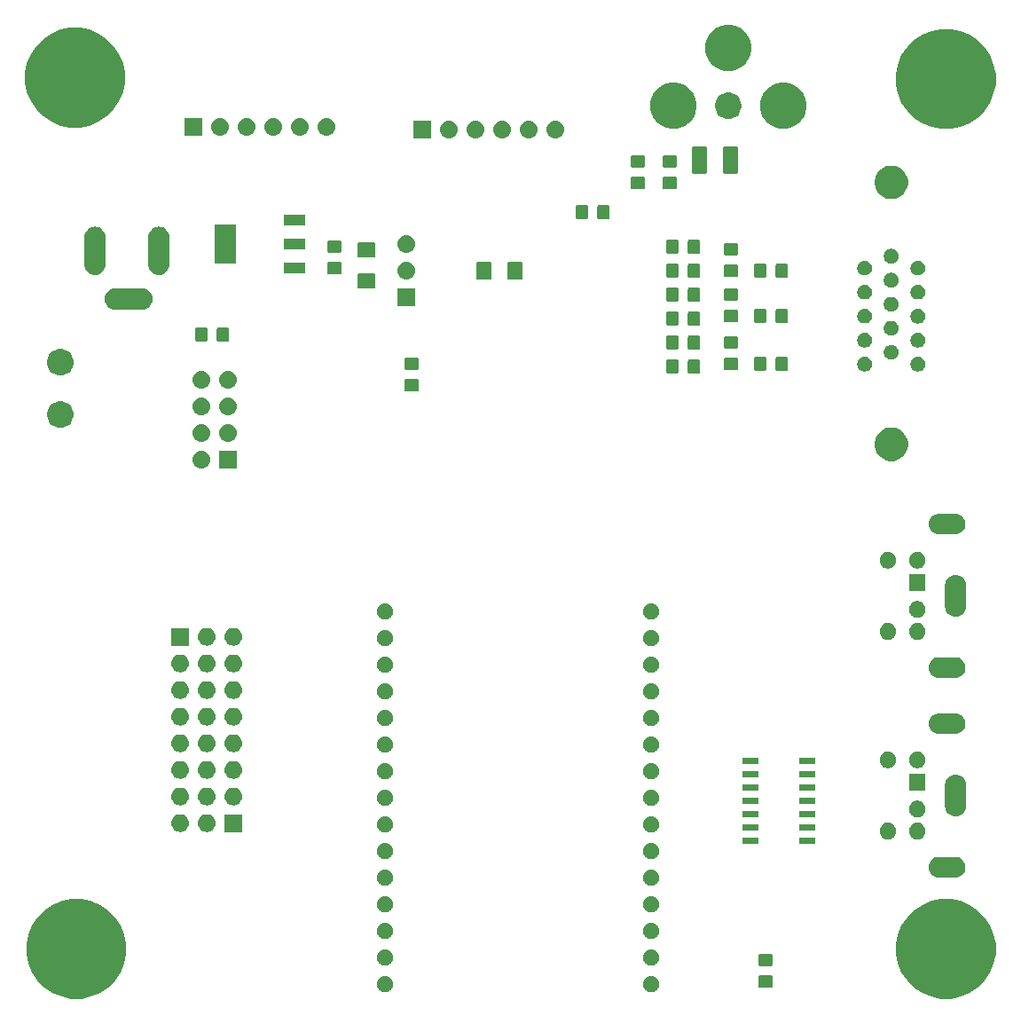
<source format=gbr>
G04 #@! TF.GenerationSoftware,KiCad,Pcbnew,(5.0.2)-1*
G04 #@! TF.CreationDate,2020-01-24T06:31:43-05:00*
G04 #@! TF.ProjectId,ESP32-VGA,45535033-322d-4564-9741-2e6b69636164,2*
G04 #@! TF.SameCoordinates,Original*
G04 #@! TF.FileFunction,Soldermask,Top*
G04 #@! TF.FilePolarity,Negative*
%FSLAX46Y46*%
G04 Gerber Fmt 4.6, Leading zero omitted, Abs format (unit mm)*
G04 Created by KiCad (PCBNEW (5.0.2)-1) date 1/24/2020 6:31:43 AM*
%MOMM*%
%LPD*%
G01*
G04 APERTURE LIST*
%ADD10C,0.150000*%
G04 APERTURE END LIST*
D10*
G36*
X100389169Y-94420519D02*
X101255889Y-94779526D01*
X102035920Y-95300726D01*
X102699274Y-95964080D01*
X103220474Y-96744111D01*
X103579481Y-97610831D01*
X103762500Y-98530933D01*
X103762500Y-99469067D01*
X103579481Y-100389169D01*
X103220474Y-101255889D01*
X102699274Y-102035920D01*
X102035920Y-102699274D01*
X101255889Y-103220474D01*
X100389169Y-103579481D01*
X99469067Y-103762500D01*
X98530933Y-103762500D01*
X97610831Y-103579481D01*
X96744111Y-103220474D01*
X95964080Y-102699274D01*
X95300726Y-102035920D01*
X94779526Y-101255889D01*
X94420519Y-100389169D01*
X94237500Y-99469067D01*
X94237500Y-98530933D01*
X94420519Y-97610831D01*
X94779526Y-96744111D01*
X95300726Y-95964080D01*
X95964080Y-95300726D01*
X96744111Y-94779526D01*
X97610831Y-94420519D01*
X98530933Y-94237500D01*
X99469067Y-94237500D01*
X100389169Y-94420519D01*
X100389169Y-94420519D01*
G37*
G36*
X17389169Y-94420519D02*
X18255889Y-94779526D01*
X19035920Y-95300726D01*
X19699274Y-95964080D01*
X20220474Y-96744111D01*
X20579481Y-97610831D01*
X20762500Y-98530933D01*
X20762500Y-99469067D01*
X20579481Y-100389169D01*
X20220474Y-101255889D01*
X19699274Y-102035920D01*
X19035920Y-102699274D01*
X18255889Y-103220474D01*
X17389169Y-103579481D01*
X16469067Y-103762500D01*
X15530933Y-103762500D01*
X14610831Y-103579481D01*
X13744111Y-103220474D01*
X12964080Y-102699274D01*
X12300726Y-102035920D01*
X11779526Y-101255889D01*
X11420519Y-100389169D01*
X11237500Y-99469067D01*
X11237500Y-98530933D01*
X11420519Y-97610831D01*
X11779526Y-96744111D01*
X12300726Y-95964080D01*
X12964080Y-95300726D01*
X13744111Y-94779526D01*
X14610831Y-94420519D01*
X15530933Y-94237500D01*
X16469067Y-94237500D01*
X17389169Y-94420519D01*
X17389169Y-94420519D01*
G37*
G36*
X45617582Y-101615223D02*
X45688267Y-101629283D01*
X45745783Y-101653107D01*
X45826942Y-101686724D01*
X45951750Y-101770118D01*
X46057882Y-101876250D01*
X46141276Y-102001058D01*
X46198717Y-102139734D01*
X46228000Y-102286948D01*
X46228000Y-102437052D01*
X46217314Y-102490773D01*
X46198717Y-102584267D01*
X46151080Y-102699274D01*
X46141276Y-102722942D01*
X46057882Y-102847750D01*
X45951750Y-102953882D01*
X45951747Y-102953884D01*
X45826942Y-103037276D01*
X45688267Y-103094717D01*
X45639195Y-103104478D01*
X45541052Y-103124000D01*
X45390948Y-103124000D01*
X45292805Y-103104478D01*
X45243733Y-103094717D01*
X45105058Y-103037276D01*
X44980253Y-102953884D01*
X44980250Y-102953882D01*
X44874118Y-102847750D01*
X44790724Y-102722942D01*
X44780920Y-102699274D01*
X44733283Y-102584267D01*
X44714686Y-102490773D01*
X44704000Y-102437052D01*
X44704000Y-102286948D01*
X44733283Y-102139734D01*
X44790724Y-102001058D01*
X44874118Y-101876250D01*
X44980250Y-101770118D01*
X45105058Y-101686724D01*
X45186217Y-101653107D01*
X45243733Y-101629283D01*
X45314418Y-101615223D01*
X45390948Y-101600000D01*
X45541052Y-101600000D01*
X45617582Y-101615223D01*
X45617582Y-101615223D01*
G37*
G36*
X71017582Y-101615223D02*
X71088267Y-101629283D01*
X71145783Y-101653107D01*
X71226942Y-101686724D01*
X71351750Y-101770118D01*
X71457882Y-101876250D01*
X71541276Y-102001058D01*
X71598717Y-102139734D01*
X71628000Y-102286948D01*
X71628000Y-102437052D01*
X71617314Y-102490773D01*
X71598717Y-102584267D01*
X71551080Y-102699274D01*
X71541276Y-102722942D01*
X71457882Y-102847750D01*
X71351750Y-102953882D01*
X71351747Y-102953884D01*
X71226942Y-103037276D01*
X71088267Y-103094717D01*
X71039195Y-103104478D01*
X70941052Y-103124000D01*
X70790948Y-103124000D01*
X70692805Y-103104478D01*
X70643733Y-103094717D01*
X70505058Y-103037276D01*
X70380253Y-102953884D01*
X70380250Y-102953882D01*
X70274118Y-102847750D01*
X70190724Y-102722942D01*
X70180920Y-102699274D01*
X70133283Y-102584267D01*
X70114686Y-102490773D01*
X70104000Y-102437052D01*
X70104000Y-102286948D01*
X70133283Y-102139734D01*
X70190724Y-102001058D01*
X70274118Y-101876250D01*
X70380250Y-101770118D01*
X70505058Y-101686724D01*
X70586217Y-101653107D01*
X70643733Y-101629283D01*
X70714418Y-101615223D01*
X70790948Y-101600000D01*
X70941052Y-101600000D01*
X71017582Y-101615223D01*
X71017582Y-101615223D01*
G37*
G36*
X82343522Y-101546039D02*
X82377053Y-101556211D01*
X82407960Y-101572731D01*
X82435043Y-101594957D01*
X82457269Y-101622040D01*
X82473789Y-101652947D01*
X82483961Y-101686478D01*
X82488000Y-101727487D01*
X82488000Y-102506513D01*
X82483961Y-102547522D01*
X82473789Y-102581053D01*
X82457269Y-102611960D01*
X82435043Y-102639043D01*
X82407960Y-102661269D01*
X82377053Y-102677789D01*
X82343522Y-102687961D01*
X82302513Y-102692000D01*
X81273487Y-102692000D01*
X81232478Y-102687961D01*
X81198947Y-102677789D01*
X81168040Y-102661269D01*
X81140957Y-102639043D01*
X81118731Y-102611960D01*
X81102211Y-102581053D01*
X81092039Y-102547522D01*
X81088000Y-102506513D01*
X81088000Y-101727487D01*
X81092039Y-101686478D01*
X81102211Y-101652947D01*
X81118731Y-101622040D01*
X81140957Y-101594957D01*
X81168040Y-101572731D01*
X81198947Y-101556211D01*
X81232478Y-101546039D01*
X81273487Y-101542000D01*
X82302513Y-101542000D01*
X82343522Y-101546039D01*
X82343522Y-101546039D01*
G37*
G36*
X82343522Y-99496039D02*
X82377053Y-99506211D01*
X82407960Y-99522731D01*
X82435043Y-99544957D01*
X82457269Y-99572040D01*
X82473789Y-99602947D01*
X82483961Y-99636478D01*
X82488000Y-99677487D01*
X82488000Y-100456513D01*
X82483961Y-100497522D01*
X82473789Y-100531053D01*
X82457269Y-100561960D01*
X82435043Y-100589043D01*
X82407960Y-100611269D01*
X82377053Y-100627789D01*
X82343522Y-100637961D01*
X82302513Y-100642000D01*
X81273487Y-100642000D01*
X81232478Y-100637961D01*
X81198947Y-100627789D01*
X81168040Y-100611269D01*
X81140957Y-100589043D01*
X81118731Y-100561960D01*
X81102211Y-100531053D01*
X81092039Y-100497522D01*
X81088000Y-100456513D01*
X81088000Y-99677487D01*
X81092039Y-99636478D01*
X81102211Y-99602947D01*
X81118731Y-99572040D01*
X81140957Y-99544957D01*
X81168040Y-99522731D01*
X81198947Y-99506211D01*
X81232478Y-99496039D01*
X81273487Y-99492000D01*
X82302513Y-99492000D01*
X82343522Y-99496039D01*
X82343522Y-99496039D01*
G37*
G36*
X71039195Y-99079522D02*
X71088267Y-99089283D01*
X71226942Y-99146724D01*
X71351750Y-99230118D01*
X71457882Y-99336250D01*
X71457884Y-99336253D01*
X71541276Y-99461058D01*
X71584423Y-99565223D01*
X71598717Y-99599734D01*
X71628000Y-99746948D01*
X71628000Y-99897052D01*
X71598717Y-100044266D01*
X71541276Y-100182942D01*
X71457882Y-100307750D01*
X71351750Y-100413882D01*
X71351747Y-100413884D01*
X71226942Y-100497276D01*
X71088267Y-100554717D01*
X71039195Y-100564478D01*
X70941052Y-100584000D01*
X70790948Y-100584000D01*
X70692805Y-100564478D01*
X70643733Y-100554717D01*
X70505058Y-100497276D01*
X70380253Y-100413884D01*
X70380250Y-100413882D01*
X70274118Y-100307750D01*
X70190724Y-100182942D01*
X70133283Y-100044266D01*
X70104000Y-99897052D01*
X70104000Y-99746948D01*
X70133283Y-99599734D01*
X70147578Y-99565223D01*
X70190724Y-99461058D01*
X70274116Y-99336253D01*
X70274118Y-99336250D01*
X70380250Y-99230118D01*
X70505058Y-99146724D01*
X70643733Y-99089283D01*
X70692805Y-99079522D01*
X70790948Y-99060000D01*
X70941052Y-99060000D01*
X71039195Y-99079522D01*
X71039195Y-99079522D01*
G37*
G36*
X45639195Y-99079522D02*
X45688267Y-99089283D01*
X45826942Y-99146724D01*
X45951750Y-99230118D01*
X46057882Y-99336250D01*
X46057884Y-99336253D01*
X46141276Y-99461058D01*
X46184423Y-99565223D01*
X46198717Y-99599734D01*
X46228000Y-99746948D01*
X46228000Y-99897052D01*
X46198717Y-100044266D01*
X46141276Y-100182942D01*
X46057882Y-100307750D01*
X45951750Y-100413882D01*
X45951747Y-100413884D01*
X45826942Y-100497276D01*
X45688267Y-100554717D01*
X45639195Y-100564478D01*
X45541052Y-100584000D01*
X45390948Y-100584000D01*
X45292805Y-100564478D01*
X45243733Y-100554717D01*
X45105058Y-100497276D01*
X44980253Y-100413884D01*
X44980250Y-100413882D01*
X44874118Y-100307750D01*
X44790724Y-100182942D01*
X44733283Y-100044266D01*
X44704000Y-99897052D01*
X44704000Y-99746948D01*
X44733283Y-99599734D01*
X44747578Y-99565223D01*
X44790724Y-99461058D01*
X44874116Y-99336253D01*
X44874118Y-99336250D01*
X44980250Y-99230118D01*
X45105058Y-99146724D01*
X45243733Y-99089283D01*
X45292805Y-99079522D01*
X45390948Y-99060000D01*
X45541052Y-99060000D01*
X45639195Y-99079522D01*
X45639195Y-99079522D01*
G37*
G36*
X45639195Y-96539522D02*
X45688267Y-96549283D01*
X45826942Y-96606724D01*
X45951750Y-96690118D01*
X46057882Y-96796250D01*
X46141276Y-96921058D01*
X46198717Y-97059734D01*
X46228000Y-97206948D01*
X46228000Y-97357052D01*
X46198717Y-97504266D01*
X46141276Y-97642942D01*
X46057882Y-97767750D01*
X45951750Y-97873882D01*
X45951747Y-97873884D01*
X45826942Y-97957276D01*
X45688267Y-98014717D01*
X45639195Y-98024478D01*
X45541052Y-98044000D01*
X45390948Y-98044000D01*
X45292805Y-98024478D01*
X45243733Y-98014717D01*
X45105058Y-97957276D01*
X44980253Y-97873884D01*
X44980250Y-97873882D01*
X44874118Y-97767750D01*
X44790724Y-97642942D01*
X44733283Y-97504266D01*
X44704000Y-97357052D01*
X44704000Y-97206948D01*
X44733283Y-97059734D01*
X44790724Y-96921058D01*
X44874118Y-96796250D01*
X44980250Y-96690118D01*
X45105058Y-96606724D01*
X45243733Y-96549283D01*
X45292805Y-96539522D01*
X45390948Y-96520000D01*
X45541052Y-96520000D01*
X45639195Y-96539522D01*
X45639195Y-96539522D01*
G37*
G36*
X71039195Y-96539522D02*
X71088267Y-96549283D01*
X71226942Y-96606724D01*
X71351750Y-96690118D01*
X71457882Y-96796250D01*
X71541276Y-96921058D01*
X71598717Y-97059734D01*
X71628000Y-97206948D01*
X71628000Y-97357052D01*
X71598717Y-97504266D01*
X71541276Y-97642942D01*
X71457882Y-97767750D01*
X71351750Y-97873882D01*
X71351747Y-97873884D01*
X71226942Y-97957276D01*
X71088267Y-98014717D01*
X71039195Y-98024478D01*
X70941052Y-98044000D01*
X70790948Y-98044000D01*
X70692805Y-98024478D01*
X70643733Y-98014717D01*
X70505058Y-97957276D01*
X70380253Y-97873884D01*
X70380250Y-97873882D01*
X70274118Y-97767750D01*
X70190724Y-97642942D01*
X70133283Y-97504266D01*
X70104000Y-97357052D01*
X70104000Y-97206948D01*
X70133283Y-97059734D01*
X70190724Y-96921058D01*
X70274118Y-96796250D01*
X70380250Y-96690118D01*
X70505058Y-96606724D01*
X70643733Y-96549283D01*
X70692805Y-96539522D01*
X70790948Y-96520000D01*
X70941052Y-96520000D01*
X71039195Y-96539522D01*
X71039195Y-96539522D01*
G37*
G36*
X45639195Y-93999522D02*
X45688267Y-94009283D01*
X45826942Y-94066724D01*
X45951750Y-94150118D01*
X46057882Y-94256250D01*
X46141276Y-94381058D01*
X46198717Y-94519734D01*
X46228000Y-94666948D01*
X46228000Y-94817052D01*
X46198717Y-94964266D01*
X46141276Y-95102942D01*
X46057882Y-95227750D01*
X45951750Y-95333882D01*
X45951747Y-95333884D01*
X45826942Y-95417276D01*
X45688267Y-95474717D01*
X45639195Y-95484478D01*
X45541052Y-95504000D01*
X45390948Y-95504000D01*
X45292805Y-95484478D01*
X45243733Y-95474717D01*
X45105058Y-95417276D01*
X44980253Y-95333884D01*
X44980250Y-95333882D01*
X44874118Y-95227750D01*
X44790724Y-95102942D01*
X44733283Y-94964266D01*
X44704000Y-94817052D01*
X44704000Y-94666948D01*
X44733283Y-94519734D01*
X44790724Y-94381058D01*
X44874118Y-94256250D01*
X44980250Y-94150118D01*
X45105058Y-94066724D01*
X45243733Y-94009283D01*
X45292805Y-93999522D01*
X45390948Y-93980000D01*
X45541052Y-93980000D01*
X45639195Y-93999522D01*
X45639195Y-93999522D01*
G37*
G36*
X71039195Y-93999522D02*
X71088267Y-94009283D01*
X71226942Y-94066724D01*
X71351750Y-94150118D01*
X71457882Y-94256250D01*
X71541276Y-94381058D01*
X71598717Y-94519734D01*
X71628000Y-94666948D01*
X71628000Y-94817052D01*
X71598717Y-94964266D01*
X71541276Y-95102942D01*
X71457882Y-95227750D01*
X71351750Y-95333882D01*
X71351747Y-95333884D01*
X71226942Y-95417276D01*
X71088267Y-95474717D01*
X71039195Y-95484478D01*
X70941052Y-95504000D01*
X70790948Y-95504000D01*
X70692805Y-95484478D01*
X70643733Y-95474717D01*
X70505058Y-95417276D01*
X70380253Y-95333884D01*
X70380250Y-95333882D01*
X70274118Y-95227750D01*
X70190724Y-95102942D01*
X70133283Y-94964266D01*
X70104000Y-94817052D01*
X70104000Y-94666948D01*
X70133283Y-94519734D01*
X70190724Y-94381058D01*
X70274118Y-94256250D01*
X70380250Y-94150118D01*
X70505058Y-94066724D01*
X70643733Y-94009283D01*
X70692805Y-93999522D01*
X70790948Y-93980000D01*
X70941052Y-93980000D01*
X71039195Y-93999522D01*
X71039195Y-93999522D01*
G37*
G36*
X45639195Y-91459522D02*
X45688267Y-91469283D01*
X45826942Y-91526724D01*
X45951750Y-91610118D01*
X46057882Y-91716250D01*
X46141276Y-91841058D01*
X46198717Y-91979734D01*
X46228000Y-92126948D01*
X46228000Y-92277052D01*
X46198717Y-92424266D01*
X46141276Y-92562942D01*
X46057882Y-92687750D01*
X45951750Y-92793882D01*
X45951747Y-92793884D01*
X45826942Y-92877276D01*
X45688267Y-92934717D01*
X45639195Y-92944478D01*
X45541052Y-92964000D01*
X45390948Y-92964000D01*
X45292805Y-92944478D01*
X45243733Y-92934717D01*
X45105058Y-92877276D01*
X44980253Y-92793884D01*
X44980250Y-92793882D01*
X44874118Y-92687750D01*
X44790724Y-92562942D01*
X44733283Y-92424266D01*
X44704000Y-92277052D01*
X44704000Y-92126948D01*
X44733283Y-91979734D01*
X44790724Y-91841058D01*
X44874118Y-91716250D01*
X44980250Y-91610118D01*
X45105058Y-91526724D01*
X45243733Y-91469283D01*
X45292805Y-91459522D01*
X45390948Y-91440000D01*
X45541052Y-91440000D01*
X45639195Y-91459522D01*
X45639195Y-91459522D01*
G37*
G36*
X71039195Y-91459522D02*
X71088267Y-91469283D01*
X71226942Y-91526724D01*
X71351750Y-91610118D01*
X71457882Y-91716250D01*
X71541276Y-91841058D01*
X71598717Y-91979734D01*
X71628000Y-92126948D01*
X71628000Y-92277052D01*
X71598717Y-92424266D01*
X71541276Y-92562942D01*
X71457882Y-92687750D01*
X71351750Y-92793882D01*
X71351747Y-92793884D01*
X71226942Y-92877276D01*
X71088267Y-92934717D01*
X71039195Y-92944478D01*
X70941052Y-92964000D01*
X70790948Y-92964000D01*
X70692805Y-92944478D01*
X70643733Y-92934717D01*
X70505058Y-92877276D01*
X70380253Y-92793884D01*
X70380250Y-92793882D01*
X70274118Y-92687750D01*
X70190724Y-92562942D01*
X70133283Y-92424266D01*
X70104000Y-92277052D01*
X70104000Y-92126948D01*
X70133283Y-91979734D01*
X70190724Y-91841058D01*
X70274118Y-91716250D01*
X70380250Y-91610118D01*
X70505058Y-91526724D01*
X70643733Y-91469283D01*
X70692805Y-91459522D01*
X70790948Y-91440000D01*
X70941052Y-91440000D01*
X71039195Y-91459522D01*
X71039195Y-91459522D01*
G37*
G36*
X100062030Y-90222469D02*
X100062033Y-90222470D01*
X100062034Y-90222470D01*
X100250535Y-90279651D01*
X100250537Y-90279652D01*
X100424260Y-90372509D01*
X100576528Y-90497472D01*
X100701491Y-90649740D01*
X100794348Y-90823463D01*
X100851531Y-91011970D01*
X100870838Y-91208000D01*
X100851531Y-91404030D01*
X100794348Y-91592537D01*
X100701491Y-91766260D01*
X100576528Y-91918528D01*
X100424260Y-92043491D01*
X100424258Y-92043492D01*
X100250535Y-92136349D01*
X100062034Y-92193530D01*
X100062033Y-92193530D01*
X100062030Y-92193531D01*
X99915124Y-92208000D01*
X98316876Y-92208000D01*
X98169970Y-92193531D01*
X98169967Y-92193530D01*
X98169966Y-92193530D01*
X97981465Y-92136349D01*
X97807742Y-92043492D01*
X97807740Y-92043491D01*
X97655472Y-91918528D01*
X97530509Y-91766260D01*
X97437652Y-91592537D01*
X97380469Y-91404030D01*
X97361162Y-91208000D01*
X97380469Y-91011970D01*
X97437652Y-90823463D01*
X97530509Y-90649740D01*
X97655472Y-90497472D01*
X97807740Y-90372509D01*
X97981463Y-90279652D01*
X97981465Y-90279651D01*
X98169966Y-90222470D01*
X98169967Y-90222470D01*
X98169970Y-90222469D01*
X98316876Y-90208000D01*
X99915124Y-90208000D01*
X100062030Y-90222469D01*
X100062030Y-90222469D01*
G37*
G36*
X45639195Y-88919522D02*
X45688267Y-88929283D01*
X45728625Y-88946000D01*
X45826942Y-88986724D01*
X45951750Y-89070118D01*
X46057882Y-89176250D01*
X46141276Y-89301058D01*
X46198717Y-89439734D01*
X46228000Y-89586948D01*
X46228000Y-89737052D01*
X46198717Y-89884266D01*
X46141276Y-90022942D01*
X46057882Y-90147750D01*
X45951750Y-90253882D01*
X45951747Y-90253884D01*
X45826942Y-90337276D01*
X45688267Y-90394717D01*
X45639195Y-90404478D01*
X45541052Y-90424000D01*
X45390948Y-90424000D01*
X45292805Y-90404478D01*
X45243733Y-90394717D01*
X45105058Y-90337276D01*
X44980253Y-90253884D01*
X44980250Y-90253882D01*
X44874118Y-90147750D01*
X44790724Y-90022942D01*
X44733283Y-89884266D01*
X44704000Y-89737052D01*
X44704000Y-89586948D01*
X44733283Y-89439734D01*
X44790724Y-89301058D01*
X44874118Y-89176250D01*
X44980250Y-89070118D01*
X45105058Y-88986724D01*
X45203375Y-88946000D01*
X45243733Y-88929283D01*
X45292805Y-88919522D01*
X45390948Y-88900000D01*
X45541052Y-88900000D01*
X45639195Y-88919522D01*
X45639195Y-88919522D01*
G37*
G36*
X71039195Y-88919522D02*
X71088267Y-88929283D01*
X71128625Y-88946000D01*
X71226942Y-88986724D01*
X71351750Y-89070118D01*
X71457882Y-89176250D01*
X71541276Y-89301058D01*
X71598717Y-89439734D01*
X71628000Y-89586948D01*
X71628000Y-89737052D01*
X71598717Y-89884266D01*
X71541276Y-90022942D01*
X71457882Y-90147750D01*
X71351750Y-90253882D01*
X71351747Y-90253884D01*
X71226942Y-90337276D01*
X71088267Y-90394717D01*
X71039195Y-90404478D01*
X70941052Y-90424000D01*
X70790948Y-90424000D01*
X70692805Y-90404478D01*
X70643733Y-90394717D01*
X70505058Y-90337276D01*
X70380253Y-90253884D01*
X70380250Y-90253882D01*
X70274118Y-90147750D01*
X70190724Y-90022942D01*
X70133283Y-89884266D01*
X70104000Y-89737052D01*
X70104000Y-89586948D01*
X70133283Y-89439734D01*
X70190724Y-89301058D01*
X70274118Y-89176250D01*
X70380250Y-89070118D01*
X70505058Y-88986724D01*
X70603375Y-88946000D01*
X70643733Y-88929283D01*
X70692805Y-88919522D01*
X70790948Y-88900000D01*
X70941052Y-88900000D01*
X71039195Y-88919522D01*
X71039195Y-88919522D01*
G37*
G36*
X81108000Y-88946000D02*
X79608000Y-88946000D01*
X79608000Y-88346000D01*
X81108000Y-88346000D01*
X81108000Y-88946000D01*
X81108000Y-88946000D01*
G37*
G36*
X86508000Y-88946000D02*
X85008000Y-88946000D01*
X85008000Y-88346000D01*
X86508000Y-88346000D01*
X86508000Y-88946000D01*
X86508000Y-88946000D01*
G37*
G36*
X93699352Y-86988743D02*
X93844941Y-87049048D01*
X93975973Y-87136601D01*
X94087399Y-87248027D01*
X94174952Y-87379059D01*
X94235257Y-87524648D01*
X94266000Y-87679205D01*
X94266000Y-87836795D01*
X94235257Y-87991352D01*
X94174952Y-88136941D01*
X94087399Y-88267973D01*
X93975973Y-88379399D01*
X93844941Y-88466952D01*
X93699352Y-88527257D01*
X93544795Y-88558000D01*
X93387205Y-88558000D01*
X93232648Y-88527257D01*
X93087059Y-88466952D01*
X92956027Y-88379399D01*
X92844601Y-88267973D01*
X92757048Y-88136941D01*
X92696743Y-87991352D01*
X92666000Y-87836795D01*
X92666000Y-87679205D01*
X92696743Y-87524648D01*
X92757048Y-87379059D01*
X92844601Y-87248027D01*
X92956027Y-87136601D01*
X93087059Y-87049048D01*
X93232648Y-86988743D01*
X93387205Y-86958000D01*
X93544795Y-86958000D01*
X93699352Y-86988743D01*
X93699352Y-86988743D01*
G37*
G36*
X96499352Y-86988743D02*
X96644941Y-87049048D01*
X96775973Y-87136601D01*
X96887399Y-87248027D01*
X96974952Y-87379059D01*
X97035257Y-87524648D01*
X97066000Y-87679205D01*
X97066000Y-87836795D01*
X97035257Y-87991352D01*
X96974952Y-88136941D01*
X96887399Y-88267973D01*
X96775973Y-88379399D01*
X96644941Y-88466952D01*
X96499352Y-88527257D01*
X96344795Y-88558000D01*
X96187205Y-88558000D01*
X96032648Y-88527257D01*
X95887059Y-88466952D01*
X95756027Y-88379399D01*
X95644601Y-88267973D01*
X95557048Y-88136941D01*
X95496743Y-87991352D01*
X95466000Y-87836795D01*
X95466000Y-87679205D01*
X95496743Y-87524648D01*
X95557048Y-87379059D01*
X95644601Y-87248027D01*
X95756027Y-87136601D01*
X95887059Y-87049048D01*
X96032648Y-86988743D01*
X96187205Y-86958000D01*
X96344795Y-86958000D01*
X96499352Y-86988743D01*
X96499352Y-86988743D01*
G37*
G36*
X45639195Y-86379522D02*
X45688267Y-86389283D01*
X45728625Y-86406000D01*
X45826942Y-86446724D01*
X45951750Y-86530118D01*
X46057882Y-86636250D01*
X46057884Y-86636253D01*
X46141276Y-86761058D01*
X46198717Y-86899733D01*
X46228000Y-87046950D01*
X46228000Y-87197050D01*
X46198717Y-87344267D01*
X46146836Y-87469519D01*
X46141276Y-87482942D01*
X46057882Y-87607750D01*
X45951750Y-87713882D01*
X45951747Y-87713884D01*
X45826942Y-87797276D01*
X45688267Y-87854717D01*
X45639195Y-87864478D01*
X45541052Y-87884000D01*
X45390948Y-87884000D01*
X45292805Y-87864478D01*
X45243733Y-87854717D01*
X45105058Y-87797276D01*
X44980253Y-87713884D01*
X44980250Y-87713882D01*
X44874118Y-87607750D01*
X44790724Y-87482942D01*
X44785164Y-87469519D01*
X44733283Y-87344267D01*
X44704000Y-87197050D01*
X44704000Y-87046950D01*
X44733283Y-86899733D01*
X44790724Y-86761058D01*
X44874116Y-86636253D01*
X44874118Y-86636250D01*
X44980250Y-86530118D01*
X45105058Y-86446724D01*
X45203375Y-86406000D01*
X45243733Y-86389283D01*
X45292805Y-86379522D01*
X45390948Y-86360000D01*
X45541052Y-86360000D01*
X45639195Y-86379522D01*
X45639195Y-86379522D01*
G37*
G36*
X71039195Y-86379522D02*
X71088267Y-86389283D01*
X71128625Y-86406000D01*
X71226942Y-86446724D01*
X71351750Y-86530118D01*
X71457882Y-86636250D01*
X71457884Y-86636253D01*
X71541276Y-86761058D01*
X71598717Y-86899733D01*
X71628000Y-87046950D01*
X71628000Y-87197050D01*
X71598717Y-87344267D01*
X71546836Y-87469519D01*
X71541276Y-87482942D01*
X71457882Y-87607750D01*
X71351750Y-87713882D01*
X71351747Y-87713884D01*
X71226942Y-87797276D01*
X71088267Y-87854717D01*
X71039195Y-87864478D01*
X70941052Y-87884000D01*
X70790948Y-87884000D01*
X70692805Y-87864478D01*
X70643733Y-87854717D01*
X70505058Y-87797276D01*
X70380253Y-87713884D01*
X70380250Y-87713882D01*
X70274118Y-87607750D01*
X70190724Y-87482942D01*
X70185164Y-87469519D01*
X70133283Y-87344267D01*
X70104000Y-87197050D01*
X70104000Y-87046950D01*
X70133283Y-86899733D01*
X70190724Y-86761058D01*
X70274116Y-86636253D01*
X70274118Y-86636250D01*
X70380250Y-86530118D01*
X70505058Y-86446724D01*
X70603375Y-86406000D01*
X70643733Y-86389283D01*
X70692805Y-86379522D01*
X70790948Y-86360000D01*
X70941052Y-86360000D01*
X71039195Y-86379522D01*
X71039195Y-86379522D01*
G37*
G36*
X31838000Y-87845000D02*
X30138000Y-87845000D01*
X30138000Y-86145000D01*
X31838000Y-86145000D01*
X31838000Y-87845000D01*
X31838000Y-87845000D01*
G37*
G36*
X28614630Y-86157299D02*
X28774855Y-86205903D01*
X28922520Y-86284831D01*
X29051949Y-86391051D01*
X29158169Y-86520480D01*
X29237097Y-86668145D01*
X29285701Y-86828370D01*
X29302112Y-86995000D01*
X29285701Y-87161630D01*
X29237097Y-87321855D01*
X29158169Y-87469520D01*
X29051949Y-87598949D01*
X28922520Y-87705169D01*
X28774855Y-87784097D01*
X28614630Y-87832701D01*
X28489752Y-87845000D01*
X28406248Y-87845000D01*
X28281370Y-87832701D01*
X28121145Y-87784097D01*
X27973480Y-87705169D01*
X27844051Y-87598949D01*
X27737831Y-87469520D01*
X27658903Y-87321855D01*
X27610299Y-87161630D01*
X27593888Y-86995000D01*
X27610299Y-86828370D01*
X27658903Y-86668145D01*
X27737831Y-86520480D01*
X27844051Y-86391051D01*
X27973480Y-86284831D01*
X28121145Y-86205903D01*
X28281370Y-86157299D01*
X28406248Y-86145000D01*
X28489752Y-86145000D01*
X28614630Y-86157299D01*
X28614630Y-86157299D01*
G37*
G36*
X26074630Y-86157299D02*
X26234855Y-86205903D01*
X26382520Y-86284831D01*
X26511949Y-86391051D01*
X26618169Y-86520480D01*
X26697097Y-86668145D01*
X26745701Y-86828370D01*
X26762112Y-86995000D01*
X26745701Y-87161630D01*
X26697097Y-87321855D01*
X26618169Y-87469520D01*
X26511949Y-87598949D01*
X26382520Y-87705169D01*
X26234855Y-87784097D01*
X26074630Y-87832701D01*
X25949752Y-87845000D01*
X25866248Y-87845000D01*
X25741370Y-87832701D01*
X25581145Y-87784097D01*
X25433480Y-87705169D01*
X25304051Y-87598949D01*
X25197831Y-87469520D01*
X25118903Y-87321855D01*
X25070299Y-87161630D01*
X25053888Y-86995000D01*
X25070299Y-86828370D01*
X25118903Y-86668145D01*
X25197831Y-86520480D01*
X25304051Y-86391051D01*
X25433480Y-86284831D01*
X25581145Y-86205903D01*
X25741370Y-86157299D01*
X25866248Y-86145000D01*
X25949752Y-86145000D01*
X26074630Y-86157299D01*
X26074630Y-86157299D01*
G37*
G36*
X86508000Y-87676000D02*
X85008000Y-87676000D01*
X85008000Y-87076000D01*
X86508000Y-87076000D01*
X86508000Y-87676000D01*
X86508000Y-87676000D01*
G37*
G36*
X81108000Y-87676000D02*
X79608000Y-87676000D01*
X79608000Y-87076000D01*
X81108000Y-87076000D01*
X81108000Y-87676000D01*
X81108000Y-87676000D01*
G37*
G36*
X96499352Y-84888743D02*
X96644941Y-84949048D01*
X96775973Y-85036601D01*
X96887399Y-85148027D01*
X96974952Y-85279059D01*
X97035257Y-85424648D01*
X97066000Y-85579205D01*
X97066000Y-85736795D01*
X97035257Y-85891352D01*
X96974952Y-86036941D01*
X96887399Y-86167973D01*
X96775973Y-86279399D01*
X96644941Y-86366952D01*
X96499352Y-86427257D01*
X96344795Y-86458000D01*
X96187205Y-86458000D01*
X96032648Y-86427257D01*
X95887059Y-86366952D01*
X95756027Y-86279399D01*
X95644601Y-86167973D01*
X95557048Y-86036941D01*
X95496743Y-85891352D01*
X95466000Y-85736795D01*
X95466000Y-85579205D01*
X95496743Y-85424648D01*
X95557048Y-85279059D01*
X95644601Y-85148027D01*
X95756027Y-85036601D01*
X95887059Y-84949048D01*
X96032648Y-84888743D01*
X96187205Y-84858000D01*
X96344795Y-84858000D01*
X96499352Y-84888743D01*
X96499352Y-84888743D01*
G37*
G36*
X86508000Y-86406000D02*
X85008000Y-86406000D01*
X85008000Y-85806000D01*
X86508000Y-85806000D01*
X86508000Y-86406000D01*
X86508000Y-86406000D01*
G37*
G36*
X81108000Y-86406000D02*
X79608000Y-86406000D01*
X79608000Y-85806000D01*
X81108000Y-85806000D01*
X81108000Y-86406000D01*
X81108000Y-86406000D01*
G37*
G36*
X100112029Y-82372469D02*
X100112032Y-82372470D01*
X100112033Y-82372470D01*
X100300534Y-82429651D01*
X100300536Y-82429652D01*
X100300539Y-82429653D01*
X100474258Y-82522507D01*
X100626528Y-82647472D01*
X100751491Y-82799740D01*
X100844348Y-82973463D01*
X100901531Y-83161970D01*
X100916000Y-83308876D01*
X100916000Y-85407124D01*
X100901531Y-85554030D01*
X100901530Y-85554033D01*
X100901530Y-85554034D01*
X100846091Y-85736793D01*
X100844348Y-85742537D01*
X100751491Y-85916260D01*
X100626528Y-86068528D01*
X100474260Y-86193491D01*
X100474258Y-86193492D01*
X100300535Y-86286349D01*
X100112034Y-86343530D01*
X100112033Y-86343530D01*
X100112030Y-86343531D01*
X99916000Y-86362838D01*
X99719971Y-86343531D01*
X99719968Y-86343530D01*
X99719967Y-86343530D01*
X99531466Y-86286349D01*
X99357743Y-86193492D01*
X99357741Y-86193491D01*
X99205473Y-86068528D01*
X99080510Y-85916260D01*
X98987653Y-85742537D01*
X98985911Y-85736793D01*
X98930471Y-85554034D01*
X98930471Y-85554033D01*
X98930470Y-85554030D01*
X98916001Y-85407124D01*
X98916000Y-83308877D01*
X98930469Y-83161971D01*
X98930470Y-83161967D01*
X98987651Y-82973466D01*
X98987652Y-82973464D01*
X98987653Y-82973461D01*
X99080507Y-82799742D01*
X99205472Y-82647472D01*
X99357740Y-82522509D01*
X99531463Y-82429652D01*
X99531465Y-82429651D01*
X99719966Y-82372470D01*
X99719967Y-82372470D01*
X99719970Y-82372469D01*
X99916000Y-82353162D01*
X100112029Y-82372469D01*
X100112029Y-82372469D01*
G37*
G36*
X45639195Y-83839522D02*
X45688267Y-83849283D01*
X45728625Y-83866000D01*
X45826942Y-83906724D01*
X45951750Y-83990118D01*
X46057882Y-84096250D01*
X46057884Y-84096253D01*
X46141276Y-84221058D01*
X46169158Y-84288370D01*
X46198717Y-84359734D01*
X46228000Y-84506948D01*
X46228000Y-84657052D01*
X46198717Y-84804266D01*
X46141276Y-84942942D01*
X46057882Y-85067750D01*
X45951750Y-85173882D01*
X45951747Y-85173884D01*
X45826942Y-85257276D01*
X45688267Y-85314717D01*
X45639195Y-85324478D01*
X45541052Y-85344000D01*
X45390948Y-85344000D01*
X45292805Y-85324478D01*
X45243733Y-85314717D01*
X45105058Y-85257276D01*
X44980253Y-85173884D01*
X44980250Y-85173882D01*
X44874118Y-85067750D01*
X44790724Y-84942942D01*
X44733283Y-84804266D01*
X44704000Y-84657052D01*
X44704000Y-84506948D01*
X44733283Y-84359734D01*
X44762843Y-84288370D01*
X44790724Y-84221058D01*
X44874116Y-84096253D01*
X44874118Y-84096250D01*
X44980250Y-83990118D01*
X45105058Y-83906724D01*
X45203375Y-83866000D01*
X45243733Y-83849283D01*
X45292805Y-83839522D01*
X45390948Y-83820000D01*
X45541052Y-83820000D01*
X45639195Y-83839522D01*
X45639195Y-83839522D01*
G37*
G36*
X71039195Y-83839522D02*
X71088267Y-83849283D01*
X71128625Y-83866000D01*
X71226942Y-83906724D01*
X71351750Y-83990118D01*
X71457882Y-84096250D01*
X71457884Y-84096253D01*
X71541276Y-84221058D01*
X71569158Y-84288370D01*
X71598717Y-84359734D01*
X71628000Y-84506948D01*
X71628000Y-84657052D01*
X71598717Y-84804266D01*
X71541276Y-84942942D01*
X71457882Y-85067750D01*
X71351750Y-85173882D01*
X71351747Y-85173884D01*
X71226942Y-85257276D01*
X71088267Y-85314717D01*
X71039195Y-85324478D01*
X70941052Y-85344000D01*
X70790948Y-85344000D01*
X70692805Y-85324478D01*
X70643733Y-85314717D01*
X70505058Y-85257276D01*
X70380253Y-85173884D01*
X70380250Y-85173882D01*
X70274118Y-85067750D01*
X70190724Y-84942942D01*
X70133283Y-84804266D01*
X70104000Y-84657052D01*
X70104000Y-84506948D01*
X70133283Y-84359734D01*
X70162843Y-84288370D01*
X70190724Y-84221058D01*
X70274116Y-84096253D01*
X70274118Y-84096250D01*
X70380250Y-83990118D01*
X70505058Y-83906724D01*
X70603375Y-83866000D01*
X70643733Y-83849283D01*
X70692805Y-83839522D01*
X70790948Y-83820000D01*
X70941052Y-83820000D01*
X71039195Y-83839522D01*
X71039195Y-83839522D01*
G37*
G36*
X31154630Y-83617299D02*
X31314855Y-83665903D01*
X31462520Y-83744831D01*
X31591949Y-83851051D01*
X31698169Y-83980480D01*
X31777097Y-84128145D01*
X31825701Y-84288370D01*
X31842112Y-84455000D01*
X31825701Y-84621630D01*
X31777097Y-84781855D01*
X31698169Y-84929520D01*
X31591949Y-85058949D01*
X31462520Y-85165169D01*
X31314855Y-85244097D01*
X31154630Y-85292701D01*
X31029752Y-85305000D01*
X30946248Y-85305000D01*
X30821370Y-85292701D01*
X30661145Y-85244097D01*
X30513480Y-85165169D01*
X30384051Y-85058949D01*
X30277831Y-84929520D01*
X30198903Y-84781855D01*
X30150299Y-84621630D01*
X30133888Y-84455000D01*
X30150299Y-84288370D01*
X30198903Y-84128145D01*
X30277831Y-83980480D01*
X30384051Y-83851051D01*
X30513480Y-83744831D01*
X30661145Y-83665903D01*
X30821370Y-83617299D01*
X30946248Y-83605000D01*
X31029752Y-83605000D01*
X31154630Y-83617299D01*
X31154630Y-83617299D01*
G37*
G36*
X28614630Y-83617299D02*
X28774855Y-83665903D01*
X28922520Y-83744831D01*
X29051949Y-83851051D01*
X29158169Y-83980480D01*
X29237097Y-84128145D01*
X29285701Y-84288370D01*
X29302112Y-84455000D01*
X29285701Y-84621630D01*
X29237097Y-84781855D01*
X29158169Y-84929520D01*
X29051949Y-85058949D01*
X28922520Y-85165169D01*
X28774855Y-85244097D01*
X28614630Y-85292701D01*
X28489752Y-85305000D01*
X28406248Y-85305000D01*
X28281370Y-85292701D01*
X28121145Y-85244097D01*
X27973480Y-85165169D01*
X27844051Y-85058949D01*
X27737831Y-84929520D01*
X27658903Y-84781855D01*
X27610299Y-84621630D01*
X27593888Y-84455000D01*
X27610299Y-84288370D01*
X27658903Y-84128145D01*
X27737831Y-83980480D01*
X27844051Y-83851051D01*
X27973480Y-83744831D01*
X28121145Y-83665903D01*
X28281370Y-83617299D01*
X28406248Y-83605000D01*
X28489752Y-83605000D01*
X28614630Y-83617299D01*
X28614630Y-83617299D01*
G37*
G36*
X26074630Y-83617299D02*
X26234855Y-83665903D01*
X26382520Y-83744831D01*
X26511949Y-83851051D01*
X26618169Y-83980480D01*
X26697097Y-84128145D01*
X26745701Y-84288370D01*
X26762112Y-84455000D01*
X26745701Y-84621630D01*
X26697097Y-84781855D01*
X26618169Y-84929520D01*
X26511949Y-85058949D01*
X26382520Y-85165169D01*
X26234855Y-85244097D01*
X26074630Y-85292701D01*
X25949752Y-85305000D01*
X25866248Y-85305000D01*
X25741370Y-85292701D01*
X25581145Y-85244097D01*
X25433480Y-85165169D01*
X25304051Y-85058949D01*
X25197831Y-84929520D01*
X25118903Y-84781855D01*
X25070299Y-84621630D01*
X25053888Y-84455000D01*
X25070299Y-84288370D01*
X25118903Y-84128145D01*
X25197831Y-83980480D01*
X25304051Y-83851051D01*
X25433480Y-83744831D01*
X25581145Y-83665903D01*
X25741370Y-83617299D01*
X25866248Y-83605000D01*
X25949752Y-83605000D01*
X26074630Y-83617299D01*
X26074630Y-83617299D01*
G37*
G36*
X86508000Y-85136000D02*
X85008000Y-85136000D01*
X85008000Y-84536000D01*
X86508000Y-84536000D01*
X86508000Y-85136000D01*
X86508000Y-85136000D01*
G37*
G36*
X81108000Y-85136000D02*
X79608000Y-85136000D01*
X79608000Y-84536000D01*
X81108000Y-84536000D01*
X81108000Y-85136000D01*
X81108000Y-85136000D01*
G37*
G36*
X86508000Y-83866000D02*
X85008000Y-83866000D01*
X85008000Y-83266000D01*
X86508000Y-83266000D01*
X86508000Y-83866000D01*
X86508000Y-83866000D01*
G37*
G36*
X81108000Y-83866000D02*
X79608000Y-83866000D01*
X79608000Y-83266000D01*
X81108000Y-83266000D01*
X81108000Y-83866000D01*
X81108000Y-83866000D01*
G37*
G36*
X97066000Y-83858000D02*
X95466000Y-83858000D01*
X95466000Y-82258000D01*
X97066000Y-82258000D01*
X97066000Y-83858000D01*
X97066000Y-83858000D01*
G37*
G36*
X71039195Y-81299522D02*
X71088267Y-81309283D01*
X71226942Y-81366724D01*
X71351750Y-81450118D01*
X71457882Y-81556250D01*
X71457884Y-81556253D01*
X71541276Y-81681058D01*
X71598717Y-81819733D01*
X71628000Y-81966950D01*
X71628000Y-82117050D01*
X71598717Y-82264267D01*
X71553898Y-82372469D01*
X71541276Y-82402942D01*
X71457882Y-82527750D01*
X71351750Y-82633882D01*
X71351747Y-82633884D01*
X71226942Y-82717276D01*
X71088267Y-82774717D01*
X71039195Y-82784478D01*
X70941052Y-82804000D01*
X70790948Y-82804000D01*
X70692805Y-82784478D01*
X70643733Y-82774717D01*
X70505058Y-82717276D01*
X70380253Y-82633884D01*
X70380250Y-82633882D01*
X70274118Y-82527750D01*
X70190724Y-82402942D01*
X70178102Y-82372469D01*
X70133283Y-82264267D01*
X70104000Y-82117050D01*
X70104000Y-81966950D01*
X70133283Y-81819733D01*
X70190724Y-81681058D01*
X70274116Y-81556253D01*
X70274118Y-81556250D01*
X70380250Y-81450118D01*
X70505058Y-81366724D01*
X70643733Y-81309283D01*
X70692805Y-81299522D01*
X70790948Y-81280000D01*
X70941052Y-81280000D01*
X71039195Y-81299522D01*
X71039195Y-81299522D01*
G37*
G36*
X45639195Y-81299522D02*
X45688267Y-81309283D01*
X45826942Y-81366724D01*
X45951750Y-81450118D01*
X46057882Y-81556250D01*
X46057884Y-81556253D01*
X46141276Y-81681058D01*
X46198717Y-81819733D01*
X46228000Y-81966950D01*
X46228000Y-82117050D01*
X46198717Y-82264267D01*
X46153898Y-82372469D01*
X46141276Y-82402942D01*
X46057882Y-82527750D01*
X45951750Y-82633882D01*
X45951747Y-82633884D01*
X45826942Y-82717276D01*
X45688267Y-82774717D01*
X45639195Y-82784478D01*
X45541052Y-82804000D01*
X45390948Y-82804000D01*
X45292805Y-82784478D01*
X45243733Y-82774717D01*
X45105058Y-82717276D01*
X44980253Y-82633884D01*
X44980250Y-82633882D01*
X44874118Y-82527750D01*
X44790724Y-82402942D01*
X44778102Y-82372469D01*
X44733283Y-82264267D01*
X44704000Y-82117050D01*
X44704000Y-81966950D01*
X44733283Y-81819733D01*
X44790724Y-81681058D01*
X44874116Y-81556253D01*
X44874118Y-81556250D01*
X44980250Y-81450118D01*
X45105058Y-81366724D01*
X45243733Y-81309283D01*
X45292805Y-81299522D01*
X45390948Y-81280000D01*
X45541052Y-81280000D01*
X45639195Y-81299522D01*
X45639195Y-81299522D01*
G37*
G36*
X26074630Y-81077299D02*
X26234855Y-81125903D01*
X26382520Y-81204831D01*
X26511949Y-81311051D01*
X26618169Y-81440480D01*
X26697097Y-81588145D01*
X26745701Y-81748370D01*
X26762112Y-81915000D01*
X26745701Y-82081630D01*
X26697097Y-82241855D01*
X26618169Y-82389520D01*
X26511949Y-82518949D01*
X26382520Y-82625169D01*
X26234855Y-82704097D01*
X26074630Y-82752701D01*
X25949752Y-82765000D01*
X25866248Y-82765000D01*
X25741370Y-82752701D01*
X25581145Y-82704097D01*
X25433480Y-82625169D01*
X25304051Y-82518949D01*
X25197831Y-82389520D01*
X25118903Y-82241855D01*
X25070299Y-82081630D01*
X25053888Y-81915000D01*
X25070299Y-81748370D01*
X25118903Y-81588145D01*
X25197831Y-81440480D01*
X25304051Y-81311051D01*
X25433480Y-81204831D01*
X25581145Y-81125903D01*
X25741370Y-81077299D01*
X25866248Y-81065000D01*
X25949752Y-81065000D01*
X26074630Y-81077299D01*
X26074630Y-81077299D01*
G37*
G36*
X31154630Y-81077299D02*
X31314855Y-81125903D01*
X31462520Y-81204831D01*
X31591949Y-81311051D01*
X31698169Y-81440480D01*
X31777097Y-81588145D01*
X31825701Y-81748370D01*
X31842112Y-81915000D01*
X31825701Y-82081630D01*
X31777097Y-82241855D01*
X31698169Y-82389520D01*
X31591949Y-82518949D01*
X31462520Y-82625169D01*
X31314855Y-82704097D01*
X31154630Y-82752701D01*
X31029752Y-82765000D01*
X30946248Y-82765000D01*
X30821370Y-82752701D01*
X30661145Y-82704097D01*
X30513480Y-82625169D01*
X30384051Y-82518949D01*
X30277831Y-82389520D01*
X30198903Y-82241855D01*
X30150299Y-82081630D01*
X30133888Y-81915000D01*
X30150299Y-81748370D01*
X30198903Y-81588145D01*
X30277831Y-81440480D01*
X30384051Y-81311051D01*
X30513480Y-81204831D01*
X30661145Y-81125903D01*
X30821370Y-81077299D01*
X30946248Y-81065000D01*
X31029752Y-81065000D01*
X31154630Y-81077299D01*
X31154630Y-81077299D01*
G37*
G36*
X28614630Y-81077299D02*
X28774855Y-81125903D01*
X28922520Y-81204831D01*
X29051949Y-81311051D01*
X29158169Y-81440480D01*
X29237097Y-81588145D01*
X29285701Y-81748370D01*
X29302112Y-81915000D01*
X29285701Y-82081630D01*
X29237097Y-82241855D01*
X29158169Y-82389520D01*
X29051949Y-82518949D01*
X28922520Y-82625169D01*
X28774855Y-82704097D01*
X28614630Y-82752701D01*
X28489752Y-82765000D01*
X28406248Y-82765000D01*
X28281370Y-82752701D01*
X28121145Y-82704097D01*
X27973480Y-82625169D01*
X27844051Y-82518949D01*
X27737831Y-82389520D01*
X27658903Y-82241855D01*
X27610299Y-82081630D01*
X27593888Y-81915000D01*
X27610299Y-81748370D01*
X27658903Y-81588145D01*
X27737831Y-81440480D01*
X27844051Y-81311051D01*
X27973480Y-81204831D01*
X28121145Y-81125903D01*
X28281370Y-81077299D01*
X28406248Y-81065000D01*
X28489752Y-81065000D01*
X28614630Y-81077299D01*
X28614630Y-81077299D01*
G37*
G36*
X81108000Y-82596000D02*
X79608000Y-82596000D01*
X79608000Y-81996000D01*
X81108000Y-81996000D01*
X81108000Y-82596000D01*
X81108000Y-82596000D01*
G37*
G36*
X86508000Y-82596000D02*
X85008000Y-82596000D01*
X85008000Y-81996000D01*
X86508000Y-81996000D01*
X86508000Y-82596000D01*
X86508000Y-82596000D01*
G37*
G36*
X93699352Y-80188743D02*
X93844941Y-80249048D01*
X93975973Y-80336601D01*
X94087399Y-80448027D01*
X94174952Y-80579059D01*
X94235257Y-80724648D01*
X94266000Y-80879205D01*
X94266000Y-81036795D01*
X94235257Y-81191352D01*
X94174952Y-81336941D01*
X94087399Y-81467973D01*
X93975973Y-81579399D01*
X93844941Y-81666952D01*
X93699352Y-81727257D01*
X93544795Y-81758000D01*
X93387205Y-81758000D01*
X93232648Y-81727257D01*
X93087059Y-81666952D01*
X92956027Y-81579399D01*
X92844601Y-81467973D01*
X92757048Y-81336941D01*
X92696743Y-81191352D01*
X92666000Y-81036795D01*
X92666000Y-80879205D01*
X92696743Y-80724648D01*
X92757048Y-80579059D01*
X92844601Y-80448027D01*
X92956027Y-80336601D01*
X93087059Y-80249048D01*
X93232648Y-80188743D01*
X93387205Y-80158000D01*
X93544795Y-80158000D01*
X93699352Y-80188743D01*
X93699352Y-80188743D01*
G37*
G36*
X96499352Y-80188743D02*
X96644941Y-80249048D01*
X96775973Y-80336601D01*
X96887399Y-80448027D01*
X96974952Y-80579059D01*
X97035257Y-80724648D01*
X97066000Y-80879205D01*
X97066000Y-81036795D01*
X97035257Y-81191352D01*
X96974952Y-81336941D01*
X96887399Y-81467973D01*
X96775973Y-81579399D01*
X96644941Y-81666952D01*
X96499352Y-81727257D01*
X96344795Y-81758000D01*
X96187205Y-81758000D01*
X96032648Y-81727257D01*
X95887059Y-81666952D01*
X95756027Y-81579399D01*
X95644601Y-81467973D01*
X95557048Y-81336941D01*
X95496743Y-81191352D01*
X95466000Y-81036795D01*
X95466000Y-80879205D01*
X95496743Y-80724648D01*
X95557048Y-80579059D01*
X95644601Y-80448027D01*
X95756027Y-80336601D01*
X95887059Y-80249048D01*
X96032648Y-80188743D01*
X96187205Y-80158000D01*
X96344795Y-80158000D01*
X96499352Y-80188743D01*
X96499352Y-80188743D01*
G37*
G36*
X86508000Y-81326000D02*
X85008000Y-81326000D01*
X85008000Y-80726000D01*
X86508000Y-80726000D01*
X86508000Y-81326000D01*
X86508000Y-81326000D01*
G37*
G36*
X81108000Y-81326000D02*
X79608000Y-81326000D01*
X79608000Y-80726000D01*
X81108000Y-80726000D01*
X81108000Y-81326000D01*
X81108000Y-81326000D01*
G37*
G36*
X71039195Y-78759522D02*
X71088267Y-78769283D01*
X71226942Y-78826724D01*
X71351750Y-78910118D01*
X71457882Y-79016250D01*
X71457884Y-79016253D01*
X71541276Y-79141058D01*
X71569158Y-79208370D01*
X71598717Y-79279734D01*
X71628000Y-79426948D01*
X71628000Y-79577052D01*
X71598717Y-79724266D01*
X71541276Y-79862942D01*
X71457882Y-79987750D01*
X71351750Y-80093882D01*
X71351747Y-80093884D01*
X71226942Y-80177276D01*
X71088267Y-80234717D01*
X71039195Y-80244478D01*
X70941052Y-80264000D01*
X70790948Y-80264000D01*
X70692805Y-80244478D01*
X70643733Y-80234717D01*
X70505058Y-80177276D01*
X70380253Y-80093884D01*
X70380250Y-80093882D01*
X70274118Y-79987750D01*
X70190724Y-79862942D01*
X70133283Y-79724266D01*
X70104000Y-79577052D01*
X70104000Y-79426948D01*
X70133283Y-79279734D01*
X70162843Y-79208370D01*
X70190724Y-79141058D01*
X70274116Y-79016253D01*
X70274118Y-79016250D01*
X70380250Y-78910118D01*
X70505058Y-78826724D01*
X70643733Y-78769283D01*
X70692805Y-78759522D01*
X70790948Y-78740000D01*
X70941052Y-78740000D01*
X71039195Y-78759522D01*
X71039195Y-78759522D01*
G37*
G36*
X45639195Y-78759522D02*
X45688267Y-78769283D01*
X45826942Y-78826724D01*
X45951750Y-78910118D01*
X46057882Y-79016250D01*
X46057884Y-79016253D01*
X46141276Y-79141058D01*
X46169158Y-79208370D01*
X46198717Y-79279734D01*
X46228000Y-79426948D01*
X46228000Y-79577052D01*
X46198717Y-79724266D01*
X46141276Y-79862942D01*
X46057882Y-79987750D01*
X45951750Y-80093882D01*
X45951747Y-80093884D01*
X45826942Y-80177276D01*
X45688267Y-80234717D01*
X45639195Y-80244478D01*
X45541052Y-80264000D01*
X45390948Y-80264000D01*
X45292805Y-80244478D01*
X45243733Y-80234717D01*
X45105058Y-80177276D01*
X44980253Y-80093884D01*
X44980250Y-80093882D01*
X44874118Y-79987750D01*
X44790724Y-79862942D01*
X44733283Y-79724266D01*
X44704000Y-79577052D01*
X44704000Y-79426948D01*
X44733283Y-79279734D01*
X44762843Y-79208370D01*
X44790724Y-79141058D01*
X44874116Y-79016253D01*
X44874118Y-79016250D01*
X44980250Y-78910118D01*
X45105058Y-78826724D01*
X45243733Y-78769283D01*
X45292805Y-78759522D01*
X45390948Y-78740000D01*
X45541052Y-78740000D01*
X45639195Y-78759522D01*
X45639195Y-78759522D01*
G37*
G36*
X28614630Y-78537299D02*
X28774855Y-78585903D01*
X28922520Y-78664831D01*
X29051949Y-78771051D01*
X29158169Y-78900480D01*
X29237097Y-79048145D01*
X29285701Y-79208370D01*
X29302112Y-79375000D01*
X29285701Y-79541630D01*
X29237097Y-79701855D01*
X29158169Y-79849520D01*
X29051949Y-79978949D01*
X28922520Y-80085169D01*
X28774855Y-80164097D01*
X28614630Y-80212701D01*
X28489752Y-80225000D01*
X28406248Y-80225000D01*
X28281370Y-80212701D01*
X28121145Y-80164097D01*
X27973480Y-80085169D01*
X27844051Y-79978949D01*
X27737831Y-79849520D01*
X27658903Y-79701855D01*
X27610299Y-79541630D01*
X27593888Y-79375000D01*
X27610299Y-79208370D01*
X27658903Y-79048145D01*
X27737831Y-78900480D01*
X27844051Y-78771051D01*
X27973480Y-78664831D01*
X28121145Y-78585903D01*
X28281370Y-78537299D01*
X28406248Y-78525000D01*
X28489752Y-78525000D01*
X28614630Y-78537299D01*
X28614630Y-78537299D01*
G37*
G36*
X26074630Y-78537299D02*
X26234855Y-78585903D01*
X26382520Y-78664831D01*
X26511949Y-78771051D01*
X26618169Y-78900480D01*
X26697097Y-79048145D01*
X26745701Y-79208370D01*
X26762112Y-79375000D01*
X26745701Y-79541630D01*
X26697097Y-79701855D01*
X26618169Y-79849520D01*
X26511949Y-79978949D01*
X26382520Y-80085169D01*
X26234855Y-80164097D01*
X26074630Y-80212701D01*
X25949752Y-80225000D01*
X25866248Y-80225000D01*
X25741370Y-80212701D01*
X25581145Y-80164097D01*
X25433480Y-80085169D01*
X25304051Y-79978949D01*
X25197831Y-79849520D01*
X25118903Y-79701855D01*
X25070299Y-79541630D01*
X25053888Y-79375000D01*
X25070299Y-79208370D01*
X25118903Y-79048145D01*
X25197831Y-78900480D01*
X25304051Y-78771051D01*
X25433480Y-78664831D01*
X25581145Y-78585903D01*
X25741370Y-78537299D01*
X25866248Y-78525000D01*
X25949752Y-78525000D01*
X26074630Y-78537299D01*
X26074630Y-78537299D01*
G37*
G36*
X31154630Y-78537299D02*
X31314855Y-78585903D01*
X31462520Y-78664831D01*
X31591949Y-78771051D01*
X31698169Y-78900480D01*
X31777097Y-79048145D01*
X31825701Y-79208370D01*
X31842112Y-79375000D01*
X31825701Y-79541630D01*
X31777097Y-79701855D01*
X31698169Y-79849520D01*
X31591949Y-79978949D01*
X31462520Y-80085169D01*
X31314855Y-80164097D01*
X31154630Y-80212701D01*
X31029752Y-80225000D01*
X30946248Y-80225000D01*
X30821370Y-80212701D01*
X30661145Y-80164097D01*
X30513480Y-80085169D01*
X30384051Y-79978949D01*
X30277831Y-79849520D01*
X30198903Y-79701855D01*
X30150299Y-79541630D01*
X30133888Y-79375000D01*
X30150299Y-79208370D01*
X30198903Y-79048145D01*
X30277831Y-78900480D01*
X30384051Y-78771051D01*
X30513480Y-78664831D01*
X30661145Y-78585903D01*
X30821370Y-78537299D01*
X30946248Y-78525000D01*
X31029752Y-78525000D01*
X31154630Y-78537299D01*
X31154630Y-78537299D01*
G37*
G36*
X100062030Y-76522469D02*
X100062033Y-76522470D01*
X100062034Y-76522470D01*
X100250535Y-76579651D01*
X100250537Y-76579652D01*
X100424260Y-76672509D01*
X100576528Y-76797472D01*
X100701491Y-76949740D01*
X100701492Y-76949742D01*
X100794349Y-77123465D01*
X100850788Y-77309520D01*
X100851531Y-77311970D01*
X100870838Y-77508000D01*
X100851531Y-77704030D01*
X100794348Y-77892537D01*
X100701491Y-78066260D01*
X100576528Y-78218528D01*
X100424260Y-78343491D01*
X100424258Y-78343492D01*
X100250535Y-78436349D01*
X100062034Y-78493530D01*
X100062033Y-78493530D01*
X100062030Y-78493531D01*
X99915124Y-78508000D01*
X98316876Y-78508000D01*
X98169970Y-78493531D01*
X98169967Y-78493530D01*
X98169966Y-78493530D01*
X97981465Y-78436349D01*
X97807742Y-78343492D01*
X97807740Y-78343491D01*
X97655472Y-78218528D01*
X97530509Y-78066260D01*
X97437652Y-77892537D01*
X97380469Y-77704030D01*
X97361162Y-77508000D01*
X97380469Y-77311970D01*
X97381212Y-77309520D01*
X97437651Y-77123465D01*
X97530508Y-76949742D01*
X97530509Y-76949740D01*
X97655472Y-76797472D01*
X97807740Y-76672509D01*
X97981463Y-76579652D01*
X97981465Y-76579651D01*
X98169966Y-76522470D01*
X98169967Y-76522470D01*
X98169970Y-76522469D01*
X98316876Y-76508000D01*
X99915124Y-76508000D01*
X100062030Y-76522469D01*
X100062030Y-76522469D01*
G37*
G36*
X71039195Y-76219522D02*
X71088267Y-76229283D01*
X71226942Y-76286724D01*
X71351750Y-76370118D01*
X71457882Y-76476250D01*
X71457884Y-76476253D01*
X71541276Y-76601058D01*
X71570872Y-76672508D01*
X71598717Y-76739734D01*
X71628000Y-76886948D01*
X71628000Y-77037052D01*
X71598717Y-77184266D01*
X71541276Y-77322942D01*
X71457882Y-77447750D01*
X71351750Y-77553882D01*
X71351747Y-77553884D01*
X71226942Y-77637276D01*
X71088267Y-77694717D01*
X71041447Y-77704030D01*
X70941052Y-77724000D01*
X70790948Y-77724000D01*
X70690553Y-77704030D01*
X70643733Y-77694717D01*
X70505058Y-77637276D01*
X70380253Y-77553884D01*
X70380250Y-77553882D01*
X70274118Y-77447750D01*
X70190724Y-77322942D01*
X70133283Y-77184266D01*
X70104000Y-77037052D01*
X70104000Y-76886948D01*
X70133283Y-76739734D01*
X70161129Y-76672508D01*
X70190724Y-76601058D01*
X70274116Y-76476253D01*
X70274118Y-76476250D01*
X70380250Y-76370118D01*
X70505058Y-76286724D01*
X70643733Y-76229283D01*
X70692805Y-76219522D01*
X70790948Y-76200000D01*
X70941052Y-76200000D01*
X71039195Y-76219522D01*
X71039195Y-76219522D01*
G37*
G36*
X45639195Y-76219522D02*
X45688267Y-76229283D01*
X45826942Y-76286724D01*
X45951750Y-76370118D01*
X46057882Y-76476250D01*
X46057884Y-76476253D01*
X46141276Y-76601058D01*
X46170872Y-76672508D01*
X46198717Y-76739734D01*
X46228000Y-76886948D01*
X46228000Y-77037052D01*
X46198717Y-77184266D01*
X46141276Y-77322942D01*
X46057882Y-77447750D01*
X45951750Y-77553882D01*
X45951747Y-77553884D01*
X45826942Y-77637276D01*
X45688267Y-77694717D01*
X45641447Y-77704030D01*
X45541052Y-77724000D01*
X45390948Y-77724000D01*
X45290553Y-77704030D01*
X45243733Y-77694717D01*
X45105058Y-77637276D01*
X44980253Y-77553884D01*
X44980250Y-77553882D01*
X44874118Y-77447750D01*
X44790724Y-77322942D01*
X44733283Y-77184266D01*
X44704000Y-77037052D01*
X44704000Y-76886948D01*
X44733283Y-76739734D01*
X44761129Y-76672508D01*
X44790724Y-76601058D01*
X44874116Y-76476253D01*
X44874118Y-76476250D01*
X44980250Y-76370118D01*
X45105058Y-76286724D01*
X45243733Y-76229283D01*
X45292805Y-76219522D01*
X45390948Y-76200000D01*
X45541052Y-76200000D01*
X45639195Y-76219522D01*
X45639195Y-76219522D01*
G37*
G36*
X26074630Y-75997299D02*
X26234855Y-76045903D01*
X26382520Y-76124831D01*
X26511949Y-76231051D01*
X26618169Y-76360480D01*
X26697097Y-76508145D01*
X26745701Y-76668370D01*
X26762112Y-76835000D01*
X26745701Y-77001630D01*
X26697097Y-77161855D01*
X26618169Y-77309520D01*
X26511949Y-77438949D01*
X26382520Y-77545169D01*
X26234855Y-77624097D01*
X26074630Y-77672701D01*
X25949752Y-77685000D01*
X25866248Y-77685000D01*
X25741370Y-77672701D01*
X25581145Y-77624097D01*
X25433480Y-77545169D01*
X25304051Y-77438949D01*
X25197831Y-77309520D01*
X25118903Y-77161855D01*
X25070299Y-77001630D01*
X25053888Y-76835000D01*
X25070299Y-76668370D01*
X25118903Y-76508145D01*
X25197831Y-76360480D01*
X25304051Y-76231051D01*
X25433480Y-76124831D01*
X25581145Y-76045903D01*
X25741370Y-75997299D01*
X25866248Y-75985000D01*
X25949752Y-75985000D01*
X26074630Y-75997299D01*
X26074630Y-75997299D01*
G37*
G36*
X28614630Y-75997299D02*
X28774855Y-76045903D01*
X28922520Y-76124831D01*
X29051949Y-76231051D01*
X29158169Y-76360480D01*
X29237097Y-76508145D01*
X29285701Y-76668370D01*
X29302112Y-76835000D01*
X29285701Y-77001630D01*
X29237097Y-77161855D01*
X29158169Y-77309520D01*
X29051949Y-77438949D01*
X28922520Y-77545169D01*
X28774855Y-77624097D01*
X28614630Y-77672701D01*
X28489752Y-77685000D01*
X28406248Y-77685000D01*
X28281370Y-77672701D01*
X28121145Y-77624097D01*
X27973480Y-77545169D01*
X27844051Y-77438949D01*
X27737831Y-77309520D01*
X27658903Y-77161855D01*
X27610299Y-77001630D01*
X27593888Y-76835000D01*
X27610299Y-76668370D01*
X27658903Y-76508145D01*
X27737831Y-76360480D01*
X27844051Y-76231051D01*
X27973480Y-76124831D01*
X28121145Y-76045903D01*
X28281370Y-75997299D01*
X28406248Y-75985000D01*
X28489752Y-75985000D01*
X28614630Y-75997299D01*
X28614630Y-75997299D01*
G37*
G36*
X31154630Y-75997299D02*
X31314855Y-76045903D01*
X31462520Y-76124831D01*
X31591949Y-76231051D01*
X31698169Y-76360480D01*
X31777097Y-76508145D01*
X31825701Y-76668370D01*
X31842112Y-76835000D01*
X31825701Y-77001630D01*
X31777097Y-77161855D01*
X31698169Y-77309520D01*
X31591949Y-77438949D01*
X31462520Y-77545169D01*
X31314855Y-77624097D01*
X31154630Y-77672701D01*
X31029752Y-77685000D01*
X30946248Y-77685000D01*
X30821370Y-77672701D01*
X30661145Y-77624097D01*
X30513480Y-77545169D01*
X30384051Y-77438949D01*
X30277831Y-77309520D01*
X30198903Y-77161855D01*
X30150299Y-77001630D01*
X30133888Y-76835000D01*
X30150299Y-76668370D01*
X30198903Y-76508145D01*
X30277831Y-76360480D01*
X30384051Y-76231051D01*
X30513480Y-76124831D01*
X30661145Y-76045903D01*
X30821370Y-75997299D01*
X30946248Y-75985000D01*
X31029752Y-75985000D01*
X31154630Y-75997299D01*
X31154630Y-75997299D01*
G37*
G36*
X71039195Y-73679522D02*
X71088267Y-73689283D01*
X71226942Y-73746724D01*
X71351750Y-73830118D01*
X71457882Y-73936250D01*
X71457884Y-73936253D01*
X71541276Y-74061058D01*
X71569158Y-74128370D01*
X71598717Y-74199734D01*
X71628000Y-74346948D01*
X71628000Y-74497052D01*
X71598717Y-74644266D01*
X71541276Y-74782942D01*
X71457882Y-74907750D01*
X71351750Y-75013882D01*
X71351747Y-75013884D01*
X71226942Y-75097276D01*
X71088267Y-75154717D01*
X71039195Y-75164478D01*
X70941052Y-75184000D01*
X70790948Y-75184000D01*
X70692805Y-75164478D01*
X70643733Y-75154717D01*
X70505058Y-75097276D01*
X70380253Y-75013884D01*
X70380250Y-75013882D01*
X70274118Y-74907750D01*
X70190724Y-74782942D01*
X70133283Y-74644266D01*
X70104000Y-74497052D01*
X70104000Y-74346948D01*
X70133283Y-74199734D01*
X70162843Y-74128370D01*
X70190724Y-74061058D01*
X70274116Y-73936253D01*
X70274118Y-73936250D01*
X70380250Y-73830118D01*
X70505058Y-73746724D01*
X70643733Y-73689283D01*
X70692805Y-73679522D01*
X70790948Y-73660000D01*
X70941052Y-73660000D01*
X71039195Y-73679522D01*
X71039195Y-73679522D01*
G37*
G36*
X45639195Y-73679522D02*
X45688267Y-73689283D01*
X45826942Y-73746724D01*
X45951750Y-73830118D01*
X46057882Y-73936250D01*
X46057884Y-73936253D01*
X46141276Y-74061058D01*
X46169158Y-74128370D01*
X46198717Y-74199734D01*
X46228000Y-74346948D01*
X46228000Y-74497052D01*
X46198717Y-74644266D01*
X46141276Y-74782942D01*
X46057882Y-74907750D01*
X45951750Y-75013882D01*
X45951747Y-75013884D01*
X45826942Y-75097276D01*
X45688267Y-75154717D01*
X45639195Y-75164478D01*
X45541052Y-75184000D01*
X45390948Y-75184000D01*
X45292805Y-75164478D01*
X45243733Y-75154717D01*
X45105058Y-75097276D01*
X44980253Y-75013884D01*
X44980250Y-75013882D01*
X44874118Y-74907750D01*
X44790724Y-74782942D01*
X44733283Y-74644266D01*
X44704000Y-74497052D01*
X44704000Y-74346948D01*
X44733283Y-74199734D01*
X44762843Y-74128370D01*
X44790724Y-74061058D01*
X44874116Y-73936253D01*
X44874118Y-73936250D01*
X44980250Y-73830118D01*
X45105058Y-73746724D01*
X45243733Y-73689283D01*
X45292805Y-73679522D01*
X45390948Y-73660000D01*
X45541052Y-73660000D01*
X45639195Y-73679522D01*
X45639195Y-73679522D01*
G37*
G36*
X31154630Y-73457299D02*
X31314855Y-73505903D01*
X31462520Y-73584831D01*
X31591949Y-73691051D01*
X31698169Y-73820480D01*
X31777097Y-73968145D01*
X31825701Y-74128370D01*
X31842112Y-74295000D01*
X31825701Y-74461630D01*
X31777097Y-74621855D01*
X31698169Y-74769520D01*
X31591949Y-74898949D01*
X31462520Y-75005169D01*
X31314855Y-75084097D01*
X31154630Y-75132701D01*
X31029752Y-75145000D01*
X30946248Y-75145000D01*
X30821370Y-75132701D01*
X30661145Y-75084097D01*
X30513480Y-75005169D01*
X30384051Y-74898949D01*
X30277831Y-74769520D01*
X30198903Y-74621855D01*
X30150299Y-74461630D01*
X30133888Y-74295000D01*
X30150299Y-74128370D01*
X30198903Y-73968145D01*
X30277831Y-73820480D01*
X30384051Y-73691051D01*
X30513480Y-73584831D01*
X30661145Y-73505903D01*
X30821370Y-73457299D01*
X30946248Y-73445000D01*
X31029752Y-73445000D01*
X31154630Y-73457299D01*
X31154630Y-73457299D01*
G37*
G36*
X28614630Y-73457299D02*
X28774855Y-73505903D01*
X28922520Y-73584831D01*
X29051949Y-73691051D01*
X29158169Y-73820480D01*
X29237097Y-73968145D01*
X29285701Y-74128370D01*
X29302112Y-74295000D01*
X29285701Y-74461630D01*
X29237097Y-74621855D01*
X29158169Y-74769520D01*
X29051949Y-74898949D01*
X28922520Y-75005169D01*
X28774855Y-75084097D01*
X28614630Y-75132701D01*
X28489752Y-75145000D01*
X28406248Y-75145000D01*
X28281370Y-75132701D01*
X28121145Y-75084097D01*
X27973480Y-75005169D01*
X27844051Y-74898949D01*
X27737831Y-74769520D01*
X27658903Y-74621855D01*
X27610299Y-74461630D01*
X27593888Y-74295000D01*
X27610299Y-74128370D01*
X27658903Y-73968145D01*
X27737831Y-73820480D01*
X27844051Y-73691051D01*
X27973480Y-73584831D01*
X28121145Y-73505903D01*
X28281370Y-73457299D01*
X28406248Y-73445000D01*
X28489752Y-73445000D01*
X28614630Y-73457299D01*
X28614630Y-73457299D01*
G37*
G36*
X26074630Y-73457299D02*
X26234855Y-73505903D01*
X26382520Y-73584831D01*
X26511949Y-73691051D01*
X26618169Y-73820480D01*
X26697097Y-73968145D01*
X26745701Y-74128370D01*
X26762112Y-74295000D01*
X26745701Y-74461630D01*
X26697097Y-74621855D01*
X26618169Y-74769520D01*
X26511949Y-74898949D01*
X26382520Y-75005169D01*
X26234855Y-75084097D01*
X26074630Y-75132701D01*
X25949752Y-75145000D01*
X25866248Y-75145000D01*
X25741370Y-75132701D01*
X25581145Y-75084097D01*
X25433480Y-75005169D01*
X25304051Y-74898949D01*
X25197831Y-74769520D01*
X25118903Y-74621855D01*
X25070299Y-74461630D01*
X25053888Y-74295000D01*
X25070299Y-74128370D01*
X25118903Y-73968145D01*
X25197831Y-73820480D01*
X25304051Y-73691051D01*
X25433480Y-73584831D01*
X25581145Y-73505903D01*
X25741370Y-73457299D01*
X25866248Y-73445000D01*
X25949752Y-73445000D01*
X26074630Y-73457299D01*
X26074630Y-73457299D01*
G37*
G36*
X100062030Y-71172469D02*
X100062033Y-71172470D01*
X100062034Y-71172470D01*
X100250535Y-71229651D01*
X100250537Y-71229652D01*
X100424260Y-71322509D01*
X100576528Y-71447472D01*
X100701491Y-71599740D01*
X100784479Y-71755000D01*
X100794349Y-71773465D01*
X100839294Y-71921629D01*
X100851531Y-71961970D01*
X100870838Y-72158000D01*
X100851531Y-72354030D01*
X100851530Y-72354033D01*
X100851530Y-72354034D01*
X100815175Y-72473882D01*
X100794348Y-72542537D01*
X100701491Y-72716260D01*
X100576528Y-72868528D01*
X100424260Y-72993491D01*
X100424258Y-72993492D01*
X100250535Y-73086349D01*
X100062034Y-73143530D01*
X100062033Y-73143530D01*
X100062030Y-73143531D01*
X99915124Y-73158000D01*
X98316876Y-73158000D01*
X98169970Y-73143531D01*
X98169967Y-73143530D01*
X98169966Y-73143530D01*
X97981465Y-73086349D01*
X97807742Y-72993492D01*
X97807740Y-72993491D01*
X97655472Y-72868528D01*
X97530509Y-72716260D01*
X97437652Y-72542537D01*
X97416826Y-72473882D01*
X97380470Y-72354034D01*
X97380470Y-72354033D01*
X97380469Y-72354030D01*
X97361162Y-72158000D01*
X97380469Y-71961970D01*
X97392706Y-71921629D01*
X97437651Y-71773465D01*
X97447521Y-71755000D01*
X97530509Y-71599740D01*
X97655472Y-71447472D01*
X97807740Y-71322509D01*
X97981463Y-71229652D01*
X97981465Y-71229651D01*
X98169966Y-71172470D01*
X98169967Y-71172470D01*
X98169970Y-71172469D01*
X98316876Y-71158000D01*
X99915124Y-71158000D01*
X100062030Y-71172469D01*
X100062030Y-71172469D01*
G37*
G36*
X71039195Y-71139522D02*
X71088267Y-71149283D01*
X71144245Y-71172470D01*
X71226942Y-71206724D01*
X71351750Y-71290118D01*
X71457882Y-71396250D01*
X71457884Y-71396253D01*
X71541276Y-71521058D01*
X71569158Y-71588370D01*
X71598717Y-71659734D01*
X71628000Y-71806948D01*
X71628000Y-71957052D01*
X71598717Y-72104266D01*
X71541276Y-72242942D01*
X71457882Y-72367750D01*
X71351750Y-72473882D01*
X71351747Y-72473884D01*
X71226942Y-72557276D01*
X71088267Y-72614717D01*
X71039195Y-72624478D01*
X70941052Y-72644000D01*
X70790948Y-72644000D01*
X70692805Y-72624478D01*
X70643733Y-72614717D01*
X70505058Y-72557276D01*
X70380253Y-72473884D01*
X70380250Y-72473882D01*
X70274118Y-72367750D01*
X70190724Y-72242942D01*
X70133283Y-72104266D01*
X70104000Y-71957052D01*
X70104000Y-71806948D01*
X70133283Y-71659734D01*
X70162843Y-71588370D01*
X70190724Y-71521058D01*
X70274116Y-71396253D01*
X70274118Y-71396250D01*
X70380250Y-71290118D01*
X70505058Y-71206724D01*
X70587755Y-71172470D01*
X70643733Y-71149283D01*
X70692805Y-71139522D01*
X70790948Y-71120000D01*
X70941052Y-71120000D01*
X71039195Y-71139522D01*
X71039195Y-71139522D01*
G37*
G36*
X45639195Y-71139522D02*
X45688267Y-71149283D01*
X45744245Y-71172470D01*
X45826942Y-71206724D01*
X45951750Y-71290118D01*
X46057882Y-71396250D01*
X46057884Y-71396253D01*
X46141276Y-71521058D01*
X46169158Y-71588370D01*
X46198717Y-71659734D01*
X46228000Y-71806948D01*
X46228000Y-71957052D01*
X46198717Y-72104266D01*
X46141276Y-72242942D01*
X46057882Y-72367750D01*
X45951750Y-72473882D01*
X45951747Y-72473884D01*
X45826942Y-72557276D01*
X45688267Y-72614717D01*
X45639195Y-72624478D01*
X45541052Y-72644000D01*
X45390948Y-72644000D01*
X45292805Y-72624478D01*
X45243733Y-72614717D01*
X45105058Y-72557276D01*
X44980253Y-72473884D01*
X44980250Y-72473882D01*
X44874118Y-72367750D01*
X44790724Y-72242942D01*
X44733283Y-72104266D01*
X44704000Y-71957052D01*
X44704000Y-71806948D01*
X44733283Y-71659734D01*
X44762843Y-71588370D01*
X44790724Y-71521058D01*
X44874116Y-71396253D01*
X44874118Y-71396250D01*
X44980250Y-71290118D01*
X45105058Y-71206724D01*
X45187755Y-71172470D01*
X45243733Y-71149283D01*
X45292805Y-71139522D01*
X45390948Y-71120000D01*
X45541052Y-71120000D01*
X45639195Y-71139522D01*
X45639195Y-71139522D01*
G37*
G36*
X31154630Y-70917299D02*
X31314855Y-70965903D01*
X31462520Y-71044831D01*
X31591949Y-71151051D01*
X31698169Y-71280480D01*
X31777097Y-71428145D01*
X31825701Y-71588370D01*
X31842112Y-71755000D01*
X31825701Y-71921630D01*
X31777097Y-72081855D01*
X31698169Y-72229520D01*
X31591949Y-72358949D01*
X31462520Y-72465169D01*
X31314855Y-72544097D01*
X31154630Y-72592701D01*
X31029752Y-72605000D01*
X30946248Y-72605000D01*
X30821370Y-72592701D01*
X30661145Y-72544097D01*
X30513480Y-72465169D01*
X30384051Y-72358949D01*
X30277831Y-72229520D01*
X30198903Y-72081855D01*
X30150299Y-71921630D01*
X30133888Y-71755000D01*
X30150299Y-71588370D01*
X30198903Y-71428145D01*
X30277831Y-71280480D01*
X30384051Y-71151051D01*
X30513480Y-71044831D01*
X30661145Y-70965903D01*
X30821370Y-70917299D01*
X30946248Y-70905000D01*
X31029752Y-70905000D01*
X31154630Y-70917299D01*
X31154630Y-70917299D01*
G37*
G36*
X28614630Y-70917299D02*
X28774855Y-70965903D01*
X28922520Y-71044831D01*
X29051949Y-71151051D01*
X29158169Y-71280480D01*
X29237097Y-71428145D01*
X29285701Y-71588370D01*
X29302112Y-71755000D01*
X29285701Y-71921630D01*
X29237097Y-72081855D01*
X29158169Y-72229520D01*
X29051949Y-72358949D01*
X28922520Y-72465169D01*
X28774855Y-72544097D01*
X28614630Y-72592701D01*
X28489752Y-72605000D01*
X28406248Y-72605000D01*
X28281370Y-72592701D01*
X28121145Y-72544097D01*
X27973480Y-72465169D01*
X27844051Y-72358949D01*
X27737831Y-72229520D01*
X27658903Y-72081855D01*
X27610299Y-71921630D01*
X27593888Y-71755000D01*
X27610299Y-71588370D01*
X27658903Y-71428145D01*
X27737831Y-71280480D01*
X27844051Y-71151051D01*
X27973480Y-71044831D01*
X28121145Y-70965903D01*
X28281370Y-70917299D01*
X28406248Y-70905000D01*
X28489752Y-70905000D01*
X28614630Y-70917299D01*
X28614630Y-70917299D01*
G37*
G36*
X26074630Y-70917299D02*
X26234855Y-70965903D01*
X26382520Y-71044831D01*
X26511949Y-71151051D01*
X26618169Y-71280480D01*
X26697097Y-71428145D01*
X26745701Y-71588370D01*
X26762112Y-71755000D01*
X26745701Y-71921630D01*
X26697097Y-72081855D01*
X26618169Y-72229520D01*
X26511949Y-72358949D01*
X26382520Y-72465169D01*
X26234855Y-72544097D01*
X26074630Y-72592701D01*
X25949752Y-72605000D01*
X25866248Y-72605000D01*
X25741370Y-72592701D01*
X25581145Y-72544097D01*
X25433480Y-72465169D01*
X25304051Y-72358949D01*
X25197831Y-72229520D01*
X25118903Y-72081855D01*
X25070299Y-71921630D01*
X25053888Y-71755000D01*
X25070299Y-71588370D01*
X25118903Y-71428145D01*
X25197831Y-71280480D01*
X25304051Y-71151051D01*
X25433480Y-71044831D01*
X25581145Y-70965903D01*
X25741370Y-70917299D01*
X25866248Y-70905000D01*
X25949752Y-70905000D01*
X26074630Y-70917299D01*
X26074630Y-70917299D01*
G37*
G36*
X71039195Y-68599522D02*
X71088267Y-68609283D01*
X71226942Y-68666724D01*
X71351750Y-68750118D01*
X71457882Y-68856250D01*
X71457884Y-68856253D01*
X71541276Y-68981058D01*
X71585135Y-69086942D01*
X71598717Y-69119734D01*
X71628000Y-69266948D01*
X71628000Y-69417052D01*
X71598717Y-69564266D01*
X71541276Y-69702942D01*
X71457882Y-69827750D01*
X71351750Y-69933882D01*
X71351747Y-69933884D01*
X71226942Y-70017276D01*
X71088267Y-70074717D01*
X71039195Y-70084478D01*
X70941052Y-70104000D01*
X70790948Y-70104000D01*
X70692805Y-70084478D01*
X70643733Y-70074717D01*
X70505058Y-70017276D01*
X70380253Y-69933884D01*
X70380250Y-69933882D01*
X70274118Y-69827750D01*
X70190724Y-69702942D01*
X70133283Y-69564266D01*
X70104000Y-69417052D01*
X70104000Y-69266948D01*
X70133283Y-69119734D01*
X70146866Y-69086942D01*
X70190724Y-68981058D01*
X70274116Y-68856253D01*
X70274118Y-68856250D01*
X70380250Y-68750118D01*
X70505058Y-68666724D01*
X70643733Y-68609283D01*
X70692805Y-68599522D01*
X70790948Y-68580000D01*
X70941052Y-68580000D01*
X71039195Y-68599522D01*
X71039195Y-68599522D01*
G37*
G36*
X45639195Y-68599522D02*
X45688267Y-68609283D01*
X45826942Y-68666724D01*
X45951750Y-68750118D01*
X46057882Y-68856250D01*
X46057884Y-68856253D01*
X46141276Y-68981058D01*
X46185135Y-69086942D01*
X46198717Y-69119734D01*
X46228000Y-69266948D01*
X46228000Y-69417052D01*
X46198717Y-69564266D01*
X46141276Y-69702942D01*
X46057882Y-69827750D01*
X45951750Y-69933882D01*
X45951747Y-69933884D01*
X45826942Y-70017276D01*
X45688267Y-70074717D01*
X45639195Y-70084478D01*
X45541052Y-70104000D01*
X45390948Y-70104000D01*
X45292805Y-70084478D01*
X45243733Y-70074717D01*
X45105058Y-70017276D01*
X44980253Y-69933884D01*
X44980250Y-69933882D01*
X44874118Y-69827750D01*
X44790724Y-69702942D01*
X44733283Y-69564266D01*
X44704000Y-69417052D01*
X44704000Y-69266948D01*
X44733283Y-69119734D01*
X44746866Y-69086942D01*
X44790724Y-68981058D01*
X44874116Y-68856253D01*
X44874118Y-68856250D01*
X44980250Y-68750118D01*
X45105058Y-68666724D01*
X45243733Y-68609283D01*
X45292805Y-68599522D01*
X45390948Y-68580000D01*
X45541052Y-68580000D01*
X45639195Y-68599522D01*
X45639195Y-68599522D01*
G37*
G36*
X26758000Y-70065000D02*
X25058000Y-70065000D01*
X25058000Y-68365000D01*
X26758000Y-68365000D01*
X26758000Y-70065000D01*
X26758000Y-70065000D01*
G37*
G36*
X28614630Y-68377299D02*
X28774855Y-68425903D01*
X28922520Y-68504831D01*
X29051949Y-68611051D01*
X29158169Y-68740480D01*
X29237097Y-68888145D01*
X29285701Y-69048370D01*
X29302112Y-69215000D01*
X29285701Y-69381630D01*
X29237097Y-69541855D01*
X29158169Y-69689520D01*
X29051949Y-69818949D01*
X28922520Y-69925169D01*
X28774855Y-70004097D01*
X28614630Y-70052701D01*
X28489752Y-70065000D01*
X28406248Y-70065000D01*
X28281370Y-70052701D01*
X28121145Y-70004097D01*
X27973480Y-69925169D01*
X27844051Y-69818949D01*
X27737831Y-69689520D01*
X27658903Y-69541855D01*
X27610299Y-69381630D01*
X27593888Y-69215000D01*
X27610299Y-69048370D01*
X27658903Y-68888145D01*
X27737831Y-68740480D01*
X27844051Y-68611051D01*
X27973480Y-68504831D01*
X28121145Y-68425903D01*
X28281370Y-68377299D01*
X28406248Y-68365000D01*
X28489752Y-68365000D01*
X28614630Y-68377299D01*
X28614630Y-68377299D01*
G37*
G36*
X31154630Y-68377299D02*
X31314855Y-68425903D01*
X31462520Y-68504831D01*
X31591949Y-68611051D01*
X31698169Y-68740480D01*
X31777097Y-68888145D01*
X31825701Y-69048370D01*
X31842112Y-69215000D01*
X31825701Y-69381630D01*
X31777097Y-69541855D01*
X31698169Y-69689520D01*
X31591949Y-69818949D01*
X31462520Y-69925169D01*
X31314855Y-70004097D01*
X31154630Y-70052701D01*
X31029752Y-70065000D01*
X30946248Y-70065000D01*
X30821370Y-70052701D01*
X30661145Y-70004097D01*
X30513480Y-69925169D01*
X30384051Y-69818949D01*
X30277831Y-69689520D01*
X30198903Y-69541855D01*
X30150299Y-69381630D01*
X30133888Y-69215000D01*
X30150299Y-69048370D01*
X30198903Y-68888145D01*
X30277831Y-68740480D01*
X30384051Y-68611051D01*
X30513480Y-68504831D01*
X30661145Y-68425903D01*
X30821370Y-68377299D01*
X30946248Y-68365000D01*
X31029752Y-68365000D01*
X31154630Y-68377299D01*
X31154630Y-68377299D01*
G37*
G36*
X96499352Y-67938743D02*
X96644941Y-67999048D01*
X96775973Y-68086601D01*
X96887399Y-68198027D01*
X96974952Y-68329059D01*
X97035257Y-68474648D01*
X97066000Y-68629205D01*
X97066000Y-68786795D01*
X97035257Y-68941352D01*
X96974952Y-69086941D01*
X96887399Y-69217973D01*
X96775973Y-69329399D01*
X96644941Y-69416952D01*
X96499352Y-69477257D01*
X96344795Y-69508000D01*
X96187205Y-69508000D01*
X96032648Y-69477257D01*
X95887059Y-69416952D01*
X95756027Y-69329399D01*
X95644601Y-69217973D01*
X95557048Y-69086941D01*
X95496743Y-68941352D01*
X95466000Y-68786795D01*
X95466000Y-68629205D01*
X95496743Y-68474648D01*
X95557048Y-68329059D01*
X95644601Y-68198027D01*
X95756027Y-68086601D01*
X95887059Y-67999048D01*
X96032648Y-67938743D01*
X96187205Y-67908000D01*
X96344795Y-67908000D01*
X96499352Y-67938743D01*
X96499352Y-67938743D01*
G37*
G36*
X93699352Y-67938743D02*
X93844941Y-67999048D01*
X93975973Y-68086601D01*
X94087399Y-68198027D01*
X94174952Y-68329059D01*
X94235257Y-68474648D01*
X94266000Y-68629205D01*
X94266000Y-68786795D01*
X94235257Y-68941352D01*
X94174952Y-69086941D01*
X94087399Y-69217973D01*
X93975973Y-69329399D01*
X93844941Y-69416952D01*
X93699352Y-69477257D01*
X93544795Y-69508000D01*
X93387205Y-69508000D01*
X93232648Y-69477257D01*
X93087059Y-69416952D01*
X92956027Y-69329399D01*
X92844601Y-69217973D01*
X92757048Y-69086941D01*
X92696743Y-68941352D01*
X92666000Y-68786795D01*
X92666000Y-68629205D01*
X92696743Y-68474648D01*
X92757048Y-68329059D01*
X92844601Y-68198027D01*
X92956027Y-68086601D01*
X93087059Y-67999048D01*
X93232648Y-67938743D01*
X93387205Y-67908000D01*
X93544795Y-67908000D01*
X93699352Y-67938743D01*
X93699352Y-67938743D01*
G37*
G36*
X45639195Y-66059522D02*
X45688267Y-66069283D01*
X45757661Y-66098027D01*
X45826942Y-66126724D01*
X45951750Y-66210118D01*
X46057882Y-66316250D01*
X46057884Y-66316253D01*
X46141276Y-66441058D01*
X46177788Y-66529205D01*
X46198717Y-66579734D01*
X46221155Y-66692535D01*
X46228000Y-66726950D01*
X46228000Y-66877050D01*
X46199859Y-67018528D01*
X46198717Y-67024266D01*
X46141276Y-67162942D01*
X46057882Y-67287750D01*
X45951750Y-67393882D01*
X45951747Y-67393884D01*
X45826942Y-67477276D01*
X45688267Y-67534717D01*
X45639195Y-67544478D01*
X45541052Y-67564000D01*
X45390948Y-67564000D01*
X45292805Y-67544478D01*
X45243733Y-67534717D01*
X45105058Y-67477276D01*
X44980253Y-67393884D01*
X44980250Y-67393882D01*
X44874118Y-67287750D01*
X44790724Y-67162942D01*
X44733283Y-67024266D01*
X44732142Y-67018528D01*
X44704000Y-66877050D01*
X44704000Y-66726950D01*
X44710846Y-66692535D01*
X44733283Y-66579734D01*
X44754213Y-66529205D01*
X44790724Y-66441058D01*
X44874116Y-66316253D01*
X44874118Y-66316250D01*
X44980250Y-66210118D01*
X45105058Y-66126724D01*
X45174339Y-66098027D01*
X45243733Y-66069283D01*
X45292805Y-66059522D01*
X45390948Y-66040000D01*
X45541052Y-66040000D01*
X45639195Y-66059522D01*
X45639195Y-66059522D01*
G37*
G36*
X71039195Y-66059522D02*
X71088267Y-66069283D01*
X71157661Y-66098027D01*
X71226942Y-66126724D01*
X71351750Y-66210118D01*
X71457882Y-66316250D01*
X71457884Y-66316253D01*
X71541276Y-66441058D01*
X71577788Y-66529205D01*
X71598717Y-66579734D01*
X71621155Y-66692535D01*
X71628000Y-66726950D01*
X71628000Y-66877050D01*
X71599859Y-67018528D01*
X71598717Y-67024266D01*
X71541276Y-67162942D01*
X71457882Y-67287750D01*
X71351750Y-67393882D01*
X71351747Y-67393884D01*
X71226942Y-67477276D01*
X71088267Y-67534717D01*
X71039195Y-67544478D01*
X70941052Y-67564000D01*
X70790948Y-67564000D01*
X70692805Y-67544478D01*
X70643733Y-67534717D01*
X70505058Y-67477276D01*
X70380253Y-67393884D01*
X70380250Y-67393882D01*
X70274118Y-67287750D01*
X70190724Y-67162942D01*
X70133283Y-67024266D01*
X70132142Y-67018528D01*
X70104000Y-66877050D01*
X70104000Y-66726950D01*
X70110846Y-66692535D01*
X70133283Y-66579734D01*
X70154213Y-66529205D01*
X70190724Y-66441058D01*
X70274116Y-66316253D01*
X70274118Y-66316250D01*
X70380250Y-66210118D01*
X70505058Y-66126724D01*
X70574339Y-66098027D01*
X70643733Y-66069283D01*
X70692805Y-66059522D01*
X70790948Y-66040000D01*
X70941052Y-66040000D01*
X71039195Y-66059522D01*
X71039195Y-66059522D01*
G37*
G36*
X96499352Y-65838743D02*
X96644941Y-65899048D01*
X96775973Y-65986601D01*
X96887399Y-66098027D01*
X96974952Y-66229059D01*
X97035257Y-66374648D01*
X97066000Y-66529205D01*
X97066000Y-66686795D01*
X97035257Y-66841352D01*
X96974952Y-66986941D01*
X96887399Y-67117973D01*
X96775973Y-67229399D01*
X96644941Y-67316952D01*
X96499352Y-67377257D01*
X96344795Y-67408000D01*
X96187205Y-67408000D01*
X96032648Y-67377257D01*
X95887059Y-67316952D01*
X95756027Y-67229399D01*
X95644601Y-67117973D01*
X95557048Y-66986941D01*
X95496743Y-66841352D01*
X95466000Y-66686795D01*
X95466000Y-66529205D01*
X95496743Y-66374648D01*
X95557048Y-66229059D01*
X95644601Y-66098027D01*
X95756027Y-65986601D01*
X95887059Y-65899048D01*
X96032648Y-65838743D01*
X96187205Y-65808000D01*
X96344795Y-65808000D01*
X96499352Y-65838743D01*
X96499352Y-65838743D01*
G37*
G36*
X100112029Y-63322469D02*
X100112032Y-63322470D01*
X100112033Y-63322470D01*
X100300534Y-63379651D01*
X100300536Y-63379652D01*
X100300539Y-63379653D01*
X100474258Y-63472507D01*
X100626528Y-63597472D01*
X100751491Y-63749740D01*
X100844348Y-63923463D01*
X100901531Y-64111970D01*
X100916000Y-64258876D01*
X100916000Y-66357124D01*
X100901531Y-66504030D01*
X100901530Y-66504033D01*
X100901530Y-66504034D01*
X100846091Y-66686793D01*
X100844348Y-66692537D01*
X100751491Y-66866260D01*
X100626528Y-67018528D01*
X100474260Y-67143491D01*
X100474258Y-67143492D01*
X100300535Y-67236349D01*
X100112034Y-67293530D01*
X100112033Y-67293530D01*
X100112030Y-67293531D01*
X99916000Y-67312838D01*
X99719971Y-67293531D01*
X99719968Y-67293530D01*
X99719967Y-67293530D01*
X99531466Y-67236349D01*
X99357743Y-67143492D01*
X99357741Y-67143491D01*
X99205473Y-67018528D01*
X99080510Y-66866260D01*
X98987653Y-66692537D01*
X98985911Y-66686793D01*
X98930471Y-66504034D01*
X98930471Y-66504033D01*
X98930470Y-66504030D01*
X98916001Y-66357124D01*
X98916000Y-64258877D01*
X98930469Y-64111971D01*
X98930470Y-64111967D01*
X98987651Y-63923466D01*
X98987652Y-63923464D01*
X98987653Y-63923461D01*
X99080507Y-63749742D01*
X99205472Y-63597472D01*
X99357740Y-63472509D01*
X99531463Y-63379652D01*
X99531465Y-63379651D01*
X99719966Y-63322470D01*
X99719967Y-63322470D01*
X99719970Y-63322469D01*
X99916000Y-63303162D01*
X100112029Y-63322469D01*
X100112029Y-63322469D01*
G37*
G36*
X97066000Y-64808000D02*
X95466000Y-64808000D01*
X95466000Y-63208000D01*
X97066000Y-63208000D01*
X97066000Y-64808000D01*
X97066000Y-64808000D01*
G37*
G36*
X93699352Y-61138743D02*
X93844941Y-61199048D01*
X93975973Y-61286601D01*
X94087399Y-61398027D01*
X94174952Y-61529059D01*
X94235257Y-61674648D01*
X94266000Y-61829205D01*
X94266000Y-61986795D01*
X94235257Y-62141352D01*
X94174952Y-62286941D01*
X94087399Y-62417973D01*
X93975973Y-62529399D01*
X93844941Y-62616952D01*
X93699352Y-62677257D01*
X93544795Y-62708000D01*
X93387205Y-62708000D01*
X93232648Y-62677257D01*
X93087059Y-62616952D01*
X92956027Y-62529399D01*
X92844601Y-62417973D01*
X92757048Y-62286941D01*
X92696743Y-62141352D01*
X92666000Y-61986795D01*
X92666000Y-61829205D01*
X92696743Y-61674648D01*
X92757048Y-61529059D01*
X92844601Y-61398027D01*
X92956027Y-61286601D01*
X93087059Y-61199048D01*
X93232648Y-61138743D01*
X93387205Y-61108000D01*
X93544795Y-61108000D01*
X93699352Y-61138743D01*
X93699352Y-61138743D01*
G37*
G36*
X96499352Y-61138743D02*
X96644941Y-61199048D01*
X96775973Y-61286601D01*
X96887399Y-61398027D01*
X96974952Y-61529059D01*
X97035257Y-61674648D01*
X97066000Y-61829205D01*
X97066000Y-61986795D01*
X97035257Y-62141352D01*
X96974952Y-62286941D01*
X96887399Y-62417973D01*
X96775973Y-62529399D01*
X96644941Y-62616952D01*
X96499352Y-62677257D01*
X96344795Y-62708000D01*
X96187205Y-62708000D01*
X96032648Y-62677257D01*
X95887059Y-62616952D01*
X95756027Y-62529399D01*
X95644601Y-62417973D01*
X95557048Y-62286941D01*
X95496743Y-62141352D01*
X95466000Y-61986795D01*
X95466000Y-61829205D01*
X95496743Y-61674648D01*
X95557048Y-61529059D01*
X95644601Y-61398027D01*
X95756027Y-61286601D01*
X95887059Y-61199048D01*
X96032648Y-61138743D01*
X96187205Y-61108000D01*
X96344795Y-61108000D01*
X96499352Y-61138743D01*
X96499352Y-61138743D01*
G37*
G36*
X100062030Y-57472469D02*
X100062033Y-57472470D01*
X100062034Y-57472470D01*
X100250535Y-57529651D01*
X100250537Y-57529652D01*
X100424260Y-57622509D01*
X100576528Y-57747472D01*
X100701491Y-57899740D01*
X100794348Y-58073463D01*
X100851531Y-58261970D01*
X100870838Y-58458000D01*
X100851531Y-58654030D01*
X100794348Y-58842537D01*
X100701491Y-59016260D01*
X100576528Y-59168528D01*
X100424260Y-59293491D01*
X100424258Y-59293492D01*
X100250535Y-59386349D01*
X100062034Y-59443530D01*
X100062033Y-59443530D01*
X100062030Y-59443531D01*
X99915124Y-59458000D01*
X98316876Y-59458000D01*
X98169970Y-59443531D01*
X98169967Y-59443530D01*
X98169966Y-59443530D01*
X97981465Y-59386349D01*
X97807742Y-59293492D01*
X97807740Y-59293491D01*
X97655472Y-59168528D01*
X97530509Y-59016260D01*
X97437652Y-58842537D01*
X97380469Y-58654030D01*
X97361162Y-58458000D01*
X97380469Y-58261970D01*
X97437652Y-58073463D01*
X97530509Y-57899740D01*
X97655472Y-57747472D01*
X97807740Y-57622509D01*
X97981463Y-57529652D01*
X97981465Y-57529651D01*
X98169966Y-57472470D01*
X98169967Y-57472470D01*
X98169970Y-57472469D01*
X98316876Y-57458000D01*
X99915124Y-57458000D01*
X100062030Y-57472469D01*
X100062030Y-57472469D01*
G37*
G36*
X31330000Y-53174000D02*
X29630000Y-53174000D01*
X29630000Y-51474000D01*
X31330000Y-51474000D01*
X31330000Y-53174000D01*
X31330000Y-53174000D01*
G37*
G36*
X28106630Y-51486299D02*
X28266855Y-51534903D01*
X28414520Y-51613831D01*
X28543949Y-51720051D01*
X28650169Y-51849480D01*
X28729097Y-51997145D01*
X28777701Y-52157370D01*
X28794112Y-52324000D01*
X28777701Y-52490630D01*
X28729097Y-52650855D01*
X28650169Y-52798520D01*
X28543949Y-52927949D01*
X28414520Y-53034169D01*
X28266855Y-53113097D01*
X28106630Y-53161701D01*
X27981752Y-53174000D01*
X27898248Y-53174000D01*
X27773370Y-53161701D01*
X27613145Y-53113097D01*
X27465480Y-53034169D01*
X27336051Y-52927949D01*
X27229831Y-52798520D01*
X27150903Y-52650855D01*
X27102299Y-52490630D01*
X27085888Y-52324000D01*
X27102299Y-52157370D01*
X27150903Y-51997145D01*
X27229831Y-51849480D01*
X27336051Y-51720051D01*
X27465480Y-51613831D01*
X27613145Y-51534903D01*
X27773370Y-51486299D01*
X27898248Y-51474000D01*
X27981752Y-51474000D01*
X28106630Y-51486299D01*
X28106630Y-51486299D01*
G37*
G36*
X94246043Y-49309746D02*
X94537223Y-49430357D01*
X94799284Y-49605461D01*
X95022139Y-49828316D01*
X95197243Y-50090377D01*
X95317854Y-50381557D01*
X95379340Y-50690672D01*
X95379340Y-51005848D01*
X95317854Y-51314963D01*
X95197243Y-51606143D01*
X95022139Y-51868204D01*
X94799284Y-52091059D01*
X94537223Y-52266163D01*
X94246043Y-52386774D01*
X93936928Y-52448260D01*
X93621752Y-52448260D01*
X93312637Y-52386774D01*
X93021457Y-52266163D01*
X92759396Y-52091059D01*
X92536541Y-51868204D01*
X92361437Y-51606143D01*
X92240826Y-51314963D01*
X92179340Y-51005848D01*
X92179340Y-50690672D01*
X92240826Y-50381557D01*
X92361437Y-50090377D01*
X92536541Y-49828316D01*
X92759396Y-49605461D01*
X93021457Y-49430357D01*
X93312637Y-49309746D01*
X93621752Y-49248260D01*
X93936928Y-49248260D01*
X94246043Y-49309746D01*
X94246043Y-49309746D01*
G37*
G36*
X28106630Y-48946299D02*
X28266855Y-48994903D01*
X28414520Y-49073831D01*
X28543949Y-49180051D01*
X28650169Y-49309480D01*
X28729097Y-49457145D01*
X28777701Y-49617370D01*
X28794112Y-49784000D01*
X28777701Y-49950630D01*
X28729097Y-50110855D01*
X28650169Y-50258520D01*
X28543949Y-50387949D01*
X28414520Y-50494169D01*
X28266855Y-50573097D01*
X28106630Y-50621701D01*
X27981752Y-50634000D01*
X27898248Y-50634000D01*
X27773370Y-50621701D01*
X27613145Y-50573097D01*
X27465480Y-50494169D01*
X27336051Y-50387949D01*
X27229831Y-50258520D01*
X27150903Y-50110855D01*
X27102299Y-49950630D01*
X27085888Y-49784000D01*
X27102299Y-49617370D01*
X27150903Y-49457145D01*
X27229831Y-49309480D01*
X27336051Y-49180051D01*
X27465480Y-49073831D01*
X27613145Y-48994903D01*
X27773370Y-48946299D01*
X27898248Y-48934000D01*
X27981752Y-48934000D01*
X28106630Y-48946299D01*
X28106630Y-48946299D01*
G37*
G36*
X30646630Y-48946299D02*
X30806855Y-48994903D01*
X30954520Y-49073831D01*
X31083949Y-49180051D01*
X31190169Y-49309480D01*
X31269097Y-49457145D01*
X31317701Y-49617370D01*
X31334112Y-49784000D01*
X31317701Y-49950630D01*
X31269097Y-50110855D01*
X31190169Y-50258520D01*
X31083949Y-50387949D01*
X30954520Y-50494169D01*
X30806855Y-50573097D01*
X30646630Y-50621701D01*
X30521752Y-50634000D01*
X30438248Y-50634000D01*
X30313370Y-50621701D01*
X30153145Y-50573097D01*
X30005480Y-50494169D01*
X29876051Y-50387949D01*
X29769831Y-50258520D01*
X29690903Y-50110855D01*
X29642299Y-49950630D01*
X29625888Y-49784000D01*
X29642299Y-49617370D01*
X29690903Y-49457145D01*
X29769831Y-49309480D01*
X29876051Y-49180051D01*
X30005480Y-49073831D01*
X30153145Y-48994903D01*
X30313370Y-48946299D01*
X30438248Y-48934000D01*
X30521752Y-48934000D01*
X30646630Y-48946299D01*
X30646630Y-48946299D01*
G37*
G36*
X14725765Y-46760403D02*
X14848445Y-46784805D01*
X15079571Y-46880541D01*
X15287581Y-47019529D01*
X15464471Y-47196419D01*
X15464473Y-47196422D01*
X15603459Y-47404429D01*
X15699195Y-47635555D01*
X15699195Y-47635557D01*
X15741443Y-47847948D01*
X15748000Y-47880916D01*
X15748000Y-48131084D01*
X15699195Y-48376445D01*
X15603459Y-48607571D01*
X15464471Y-48815581D01*
X15287581Y-48992471D01*
X15287578Y-48992473D01*
X15079571Y-49131459D01*
X14848445Y-49227195D01*
X14742543Y-49248260D01*
X14603086Y-49276000D01*
X14352914Y-49276000D01*
X14213457Y-49248260D01*
X14107555Y-49227195D01*
X13876429Y-49131459D01*
X13668422Y-48992473D01*
X13668419Y-48992471D01*
X13491529Y-48815581D01*
X13352541Y-48607571D01*
X13256805Y-48376445D01*
X13208000Y-48131084D01*
X13208000Y-47880916D01*
X13214558Y-47847948D01*
X13256805Y-47635557D01*
X13256805Y-47635555D01*
X13352541Y-47404429D01*
X13491527Y-47196422D01*
X13491529Y-47196419D01*
X13668419Y-47019529D01*
X13876429Y-46880541D01*
X14107555Y-46784805D01*
X14230235Y-46760403D01*
X14352914Y-46736000D01*
X14603086Y-46736000D01*
X14725765Y-46760403D01*
X14725765Y-46760403D01*
G37*
G36*
X28106630Y-46406299D02*
X28266855Y-46454903D01*
X28414520Y-46533831D01*
X28543949Y-46640051D01*
X28650169Y-46769480D01*
X28729097Y-46917145D01*
X28777701Y-47077370D01*
X28794112Y-47244000D01*
X28777701Y-47410630D01*
X28729097Y-47570855D01*
X28650169Y-47718520D01*
X28543949Y-47847949D01*
X28414520Y-47954169D01*
X28266855Y-48033097D01*
X28106630Y-48081701D01*
X27981752Y-48094000D01*
X27898248Y-48094000D01*
X27773370Y-48081701D01*
X27613145Y-48033097D01*
X27465480Y-47954169D01*
X27336051Y-47847949D01*
X27229831Y-47718520D01*
X27150903Y-47570855D01*
X27102299Y-47410630D01*
X27085888Y-47244000D01*
X27102299Y-47077370D01*
X27150903Y-46917145D01*
X27229831Y-46769480D01*
X27336051Y-46640051D01*
X27465480Y-46533831D01*
X27613145Y-46454903D01*
X27773370Y-46406299D01*
X27898248Y-46394000D01*
X27981752Y-46394000D01*
X28106630Y-46406299D01*
X28106630Y-46406299D01*
G37*
G36*
X30646630Y-46406299D02*
X30806855Y-46454903D01*
X30954520Y-46533831D01*
X31083949Y-46640051D01*
X31190169Y-46769480D01*
X31269097Y-46917145D01*
X31317701Y-47077370D01*
X31334112Y-47244000D01*
X31317701Y-47410630D01*
X31269097Y-47570855D01*
X31190169Y-47718520D01*
X31083949Y-47847949D01*
X30954520Y-47954169D01*
X30806855Y-48033097D01*
X30646630Y-48081701D01*
X30521752Y-48094000D01*
X30438248Y-48094000D01*
X30313370Y-48081701D01*
X30153145Y-48033097D01*
X30005480Y-47954169D01*
X29876051Y-47847949D01*
X29769831Y-47718520D01*
X29690903Y-47570855D01*
X29642299Y-47410630D01*
X29625888Y-47244000D01*
X29642299Y-47077370D01*
X29690903Y-46917145D01*
X29769831Y-46769480D01*
X29876051Y-46640051D01*
X30005480Y-46533831D01*
X30153145Y-46454903D01*
X30313370Y-46406299D01*
X30438248Y-46394000D01*
X30521752Y-46394000D01*
X30646630Y-46406299D01*
X30646630Y-46406299D01*
G37*
G36*
X48561522Y-44650039D02*
X48595053Y-44660211D01*
X48625960Y-44676731D01*
X48653043Y-44698957D01*
X48675269Y-44726040D01*
X48691789Y-44756947D01*
X48701961Y-44790478D01*
X48706000Y-44831487D01*
X48706000Y-45610513D01*
X48701961Y-45651522D01*
X48691789Y-45685053D01*
X48675269Y-45715960D01*
X48653043Y-45743043D01*
X48625960Y-45765269D01*
X48595053Y-45781789D01*
X48561522Y-45791961D01*
X48520513Y-45796000D01*
X47491487Y-45796000D01*
X47450478Y-45791961D01*
X47416947Y-45781789D01*
X47386040Y-45765269D01*
X47358957Y-45743043D01*
X47336731Y-45715960D01*
X47320211Y-45685053D01*
X47310039Y-45651522D01*
X47306000Y-45610513D01*
X47306000Y-44831487D01*
X47310039Y-44790478D01*
X47320211Y-44756947D01*
X47336731Y-44726040D01*
X47358957Y-44698957D01*
X47386040Y-44676731D01*
X47416947Y-44660211D01*
X47450478Y-44650039D01*
X47491487Y-44646000D01*
X48520513Y-44646000D01*
X48561522Y-44650039D01*
X48561522Y-44650039D01*
G37*
G36*
X30646630Y-43866299D02*
X30806855Y-43914903D01*
X30954520Y-43993831D01*
X31083949Y-44100051D01*
X31190169Y-44229480D01*
X31269097Y-44377145D01*
X31317701Y-44537370D01*
X31334112Y-44704000D01*
X31317701Y-44870630D01*
X31269097Y-45030855D01*
X31190169Y-45178520D01*
X31083949Y-45307949D01*
X30954520Y-45414169D01*
X30806855Y-45493097D01*
X30646630Y-45541701D01*
X30521752Y-45554000D01*
X30438248Y-45554000D01*
X30313370Y-45541701D01*
X30153145Y-45493097D01*
X30005480Y-45414169D01*
X29876051Y-45307949D01*
X29769831Y-45178520D01*
X29690903Y-45030855D01*
X29642299Y-44870630D01*
X29625888Y-44704000D01*
X29642299Y-44537370D01*
X29690903Y-44377145D01*
X29769831Y-44229480D01*
X29876051Y-44100051D01*
X30005480Y-43993831D01*
X30153145Y-43914903D01*
X30313370Y-43866299D01*
X30438248Y-43854000D01*
X30521752Y-43854000D01*
X30646630Y-43866299D01*
X30646630Y-43866299D01*
G37*
G36*
X28106630Y-43866299D02*
X28266855Y-43914903D01*
X28414520Y-43993831D01*
X28543949Y-44100051D01*
X28650169Y-44229480D01*
X28729097Y-44377145D01*
X28777701Y-44537370D01*
X28794112Y-44704000D01*
X28777701Y-44870630D01*
X28729097Y-45030855D01*
X28650169Y-45178520D01*
X28543949Y-45307949D01*
X28414520Y-45414169D01*
X28266855Y-45493097D01*
X28106630Y-45541701D01*
X27981752Y-45554000D01*
X27898248Y-45554000D01*
X27773370Y-45541701D01*
X27613145Y-45493097D01*
X27465480Y-45414169D01*
X27336051Y-45307949D01*
X27229831Y-45178520D01*
X27150903Y-45030855D01*
X27102299Y-44870630D01*
X27085888Y-44704000D01*
X27102299Y-44537370D01*
X27150903Y-44377145D01*
X27229831Y-44229480D01*
X27336051Y-44100051D01*
X27465480Y-43993831D01*
X27613145Y-43914903D01*
X27773370Y-43866299D01*
X27898248Y-43854000D01*
X27981752Y-43854000D01*
X28106630Y-43866299D01*
X28106630Y-43866299D01*
G37*
G36*
X14725765Y-41760403D02*
X14848445Y-41784805D01*
X15079571Y-41880541D01*
X15287581Y-42019529D01*
X15464471Y-42196419D01*
X15464473Y-42196422D01*
X15603459Y-42404429D01*
X15699195Y-42635555D01*
X15723597Y-42758235D01*
X15748000Y-42880914D01*
X15748000Y-43131086D01*
X15723597Y-43253765D01*
X15699195Y-43376445D01*
X15629471Y-43544773D01*
X15603459Y-43607571D01*
X15464471Y-43815581D01*
X15287581Y-43992471D01*
X15287578Y-43992473D01*
X15079571Y-44131459D01*
X14848445Y-44227195D01*
X14725764Y-44251598D01*
X14603086Y-44276000D01*
X14352914Y-44276000D01*
X14230236Y-44251598D01*
X14107555Y-44227195D01*
X13876429Y-44131459D01*
X13668422Y-43992473D01*
X13668419Y-43992471D01*
X13491529Y-43815581D01*
X13352541Y-43607571D01*
X13326529Y-43544773D01*
X13256805Y-43376445D01*
X13232403Y-43253765D01*
X13208000Y-43131086D01*
X13208000Y-42880914D01*
X13232402Y-42758236D01*
X13256805Y-42635555D01*
X13352541Y-42404429D01*
X13491527Y-42196422D01*
X13491529Y-42196419D01*
X13668419Y-42019529D01*
X13876429Y-41880541D01*
X14107555Y-41784805D01*
X14230235Y-41760403D01*
X14352914Y-41736000D01*
X14603086Y-41736000D01*
X14725765Y-41760403D01*
X14725765Y-41760403D01*
G37*
G36*
X73319522Y-42738039D02*
X73353053Y-42748211D01*
X73383960Y-42764731D01*
X73411043Y-42786957D01*
X73433269Y-42814040D01*
X73449789Y-42844947D01*
X73459961Y-42878478D01*
X73464000Y-42919487D01*
X73464000Y-43948513D01*
X73459961Y-43989522D01*
X73449789Y-44023053D01*
X73433269Y-44053960D01*
X73411043Y-44081043D01*
X73383960Y-44103269D01*
X73353053Y-44119789D01*
X73319522Y-44129961D01*
X73278513Y-44134000D01*
X72499487Y-44134000D01*
X72458478Y-44129961D01*
X72424947Y-44119789D01*
X72394040Y-44103269D01*
X72366957Y-44081043D01*
X72344731Y-44053960D01*
X72328211Y-44023053D01*
X72318039Y-43989522D01*
X72314000Y-43948513D01*
X72314000Y-42919487D01*
X72318039Y-42878478D01*
X72328211Y-42844947D01*
X72344731Y-42814040D01*
X72366957Y-42786957D01*
X72394040Y-42764731D01*
X72424947Y-42748211D01*
X72458478Y-42738039D01*
X72499487Y-42734000D01*
X73278513Y-42734000D01*
X73319522Y-42738039D01*
X73319522Y-42738039D01*
G37*
G36*
X75369522Y-42738039D02*
X75403053Y-42748211D01*
X75433960Y-42764731D01*
X75461043Y-42786957D01*
X75483269Y-42814040D01*
X75499789Y-42844947D01*
X75509961Y-42878478D01*
X75514000Y-42919487D01*
X75514000Y-43948513D01*
X75509961Y-43989522D01*
X75499789Y-44023053D01*
X75483269Y-44053960D01*
X75461043Y-44081043D01*
X75433960Y-44103269D01*
X75403053Y-44119789D01*
X75369522Y-44129961D01*
X75328513Y-44134000D01*
X74549487Y-44134000D01*
X74508478Y-44129961D01*
X74474947Y-44119789D01*
X74444040Y-44103269D01*
X74416957Y-44081043D01*
X74394731Y-44053960D01*
X74378211Y-44023053D01*
X74368039Y-43989522D01*
X74364000Y-43948513D01*
X74364000Y-42919487D01*
X74368039Y-42878478D01*
X74378211Y-42844947D01*
X74394731Y-42814040D01*
X74416957Y-42786957D01*
X74444040Y-42764731D01*
X74474947Y-42748211D01*
X74508478Y-42738039D01*
X74549487Y-42734000D01*
X75328513Y-42734000D01*
X75369522Y-42738039D01*
X75369522Y-42738039D01*
G37*
G36*
X96523085Y-42531202D02*
X96650203Y-42583856D01*
X96764611Y-42660301D01*
X96861899Y-42757589D01*
X96938344Y-42871997D01*
X96990998Y-42999115D01*
X97017840Y-43134062D01*
X97017840Y-43271658D01*
X96990998Y-43406605D01*
X96938344Y-43533723D01*
X96861899Y-43648131D01*
X96764611Y-43745419D01*
X96650203Y-43821864D01*
X96523085Y-43874518D01*
X96388138Y-43901360D01*
X96250542Y-43901360D01*
X96115595Y-43874518D01*
X95988477Y-43821864D01*
X95874069Y-43745419D01*
X95776781Y-43648131D01*
X95700336Y-43533723D01*
X95647682Y-43406605D01*
X95620840Y-43271658D01*
X95620840Y-43134062D01*
X95647682Y-42999115D01*
X95700336Y-42871997D01*
X95776781Y-42757589D01*
X95874069Y-42660301D01*
X95988477Y-42583856D01*
X96115595Y-42531202D01*
X96250542Y-42504360D01*
X96388138Y-42504360D01*
X96523085Y-42531202D01*
X96523085Y-42531202D01*
G37*
G36*
X91443085Y-42531202D02*
X91570203Y-42583856D01*
X91684611Y-42660301D01*
X91781899Y-42757589D01*
X91858344Y-42871997D01*
X91910998Y-42999115D01*
X91937840Y-43134062D01*
X91937840Y-43271658D01*
X91910998Y-43406605D01*
X91858344Y-43533723D01*
X91781899Y-43648131D01*
X91684611Y-43745419D01*
X91570203Y-43821864D01*
X91443085Y-43874518D01*
X91308138Y-43901360D01*
X91170542Y-43901360D01*
X91035595Y-43874518D01*
X90908477Y-43821864D01*
X90794069Y-43745419D01*
X90696781Y-43648131D01*
X90620336Y-43533723D01*
X90567682Y-43406605D01*
X90540840Y-43271658D01*
X90540840Y-43134062D01*
X90567682Y-42999115D01*
X90620336Y-42871997D01*
X90696781Y-42757589D01*
X90794069Y-42660301D01*
X90908477Y-42583856D01*
X91035595Y-42531202D01*
X91170542Y-42504360D01*
X91308138Y-42504360D01*
X91443085Y-42531202D01*
X91443085Y-42531202D01*
G37*
G36*
X83760522Y-42484039D02*
X83794053Y-42494211D01*
X83824960Y-42510731D01*
X83852043Y-42532957D01*
X83874269Y-42560040D01*
X83890789Y-42590947D01*
X83900961Y-42624478D01*
X83905000Y-42665487D01*
X83905000Y-43694513D01*
X83900961Y-43735522D01*
X83890789Y-43769053D01*
X83874269Y-43799960D01*
X83852043Y-43827043D01*
X83824960Y-43849269D01*
X83794053Y-43865789D01*
X83760522Y-43875961D01*
X83719513Y-43880000D01*
X82940487Y-43880000D01*
X82899478Y-43875961D01*
X82865947Y-43865789D01*
X82835040Y-43849269D01*
X82807957Y-43827043D01*
X82785731Y-43799960D01*
X82769211Y-43769053D01*
X82759039Y-43735522D01*
X82755000Y-43694513D01*
X82755000Y-42665487D01*
X82759039Y-42624478D01*
X82769211Y-42590947D01*
X82785731Y-42560040D01*
X82807957Y-42532957D01*
X82835040Y-42510731D01*
X82865947Y-42494211D01*
X82899478Y-42484039D01*
X82940487Y-42480000D01*
X83719513Y-42480000D01*
X83760522Y-42484039D01*
X83760522Y-42484039D01*
G37*
G36*
X81710522Y-42484039D02*
X81744053Y-42494211D01*
X81774960Y-42510731D01*
X81802043Y-42532957D01*
X81824269Y-42560040D01*
X81840789Y-42590947D01*
X81850961Y-42624478D01*
X81855000Y-42665487D01*
X81855000Y-43694513D01*
X81850961Y-43735522D01*
X81840789Y-43769053D01*
X81824269Y-43799960D01*
X81802043Y-43827043D01*
X81774960Y-43849269D01*
X81744053Y-43865789D01*
X81710522Y-43875961D01*
X81669513Y-43880000D01*
X80890487Y-43880000D01*
X80849478Y-43875961D01*
X80815947Y-43865789D01*
X80785040Y-43849269D01*
X80757957Y-43827043D01*
X80735731Y-43799960D01*
X80719211Y-43769053D01*
X80709039Y-43735522D01*
X80705000Y-43694513D01*
X80705000Y-42665487D01*
X80709039Y-42624478D01*
X80719211Y-42590947D01*
X80735731Y-42560040D01*
X80757957Y-42532957D01*
X80785040Y-42510731D01*
X80815947Y-42494211D01*
X80849478Y-42484039D01*
X80890487Y-42480000D01*
X81669513Y-42480000D01*
X81710522Y-42484039D01*
X81710522Y-42484039D01*
G37*
G36*
X79041522Y-42618039D02*
X79075053Y-42628211D01*
X79105960Y-42644731D01*
X79133043Y-42666957D01*
X79155269Y-42694040D01*
X79171789Y-42724947D01*
X79181961Y-42758478D01*
X79186000Y-42799487D01*
X79186000Y-43578513D01*
X79181961Y-43619522D01*
X79171789Y-43653053D01*
X79155269Y-43683960D01*
X79133043Y-43711043D01*
X79105960Y-43733269D01*
X79075053Y-43749789D01*
X79041522Y-43759961D01*
X79000513Y-43764000D01*
X77971487Y-43764000D01*
X77930478Y-43759961D01*
X77896947Y-43749789D01*
X77866040Y-43733269D01*
X77838957Y-43711043D01*
X77816731Y-43683960D01*
X77800211Y-43653053D01*
X77790039Y-43619522D01*
X77786000Y-43578513D01*
X77786000Y-42799487D01*
X77790039Y-42758478D01*
X77800211Y-42724947D01*
X77816731Y-42694040D01*
X77838957Y-42666957D01*
X77866040Y-42644731D01*
X77896947Y-42628211D01*
X77930478Y-42618039D01*
X77971487Y-42614000D01*
X79000513Y-42614000D01*
X79041522Y-42618039D01*
X79041522Y-42618039D01*
G37*
G36*
X48561522Y-42600039D02*
X48595053Y-42610211D01*
X48625960Y-42626731D01*
X48653043Y-42648957D01*
X48675269Y-42676040D01*
X48691789Y-42706947D01*
X48701961Y-42740478D01*
X48706000Y-42781487D01*
X48706000Y-43560513D01*
X48701961Y-43601522D01*
X48691789Y-43635053D01*
X48675269Y-43665960D01*
X48653043Y-43693043D01*
X48625960Y-43715269D01*
X48595053Y-43731789D01*
X48561522Y-43741961D01*
X48520513Y-43746000D01*
X47491487Y-43746000D01*
X47450478Y-43741961D01*
X47416947Y-43731789D01*
X47386040Y-43715269D01*
X47358957Y-43693043D01*
X47336731Y-43665960D01*
X47320211Y-43635053D01*
X47310039Y-43601522D01*
X47306000Y-43560513D01*
X47306000Y-42781487D01*
X47310039Y-42740478D01*
X47320211Y-42706947D01*
X47336731Y-42676040D01*
X47358957Y-42648957D01*
X47386040Y-42626731D01*
X47416947Y-42610211D01*
X47450478Y-42600039D01*
X47491487Y-42596000D01*
X48520513Y-42596000D01*
X48561522Y-42600039D01*
X48561522Y-42600039D01*
G37*
G36*
X93983085Y-41388202D02*
X94110203Y-41440856D01*
X94224611Y-41517301D01*
X94321899Y-41614589D01*
X94398344Y-41728997D01*
X94450998Y-41856115D01*
X94477840Y-41991062D01*
X94477840Y-42128658D01*
X94450998Y-42263605D01*
X94398344Y-42390723D01*
X94321899Y-42505131D01*
X94224611Y-42602419D01*
X94110203Y-42678864D01*
X93983085Y-42731518D01*
X93848138Y-42758360D01*
X93710542Y-42758360D01*
X93575595Y-42731518D01*
X93448477Y-42678864D01*
X93334069Y-42602419D01*
X93236781Y-42505131D01*
X93160336Y-42390723D01*
X93107682Y-42263605D01*
X93080840Y-42128658D01*
X93080840Y-41991062D01*
X93107682Y-41856115D01*
X93160336Y-41728997D01*
X93236781Y-41614589D01*
X93334069Y-41517301D01*
X93448477Y-41440856D01*
X93575595Y-41388202D01*
X93710542Y-41361360D01*
X93848138Y-41361360D01*
X93983085Y-41388202D01*
X93983085Y-41388202D01*
G37*
G36*
X73319522Y-40452039D02*
X73353053Y-40462211D01*
X73383960Y-40478731D01*
X73411043Y-40500957D01*
X73433269Y-40528040D01*
X73449789Y-40558947D01*
X73459961Y-40592478D01*
X73464000Y-40633487D01*
X73464000Y-41662513D01*
X73459961Y-41703522D01*
X73449789Y-41737053D01*
X73433269Y-41767960D01*
X73411043Y-41795043D01*
X73383960Y-41817269D01*
X73353053Y-41833789D01*
X73319522Y-41843961D01*
X73278513Y-41848000D01*
X72499487Y-41848000D01*
X72458478Y-41843961D01*
X72424947Y-41833789D01*
X72394040Y-41817269D01*
X72366957Y-41795043D01*
X72344731Y-41767960D01*
X72328211Y-41737053D01*
X72318039Y-41703522D01*
X72314000Y-41662513D01*
X72314000Y-40633487D01*
X72318039Y-40592478D01*
X72328211Y-40558947D01*
X72344731Y-40528040D01*
X72366957Y-40500957D01*
X72394040Y-40478731D01*
X72424947Y-40462211D01*
X72458478Y-40452039D01*
X72499487Y-40448000D01*
X73278513Y-40448000D01*
X73319522Y-40452039D01*
X73319522Y-40452039D01*
G37*
G36*
X75369522Y-40452039D02*
X75403053Y-40462211D01*
X75433960Y-40478731D01*
X75461043Y-40500957D01*
X75483269Y-40528040D01*
X75499789Y-40558947D01*
X75509961Y-40592478D01*
X75514000Y-40633487D01*
X75514000Y-41662513D01*
X75509961Y-41703522D01*
X75499789Y-41737053D01*
X75483269Y-41767960D01*
X75461043Y-41795043D01*
X75433960Y-41817269D01*
X75403053Y-41833789D01*
X75369522Y-41843961D01*
X75328513Y-41848000D01*
X74549487Y-41848000D01*
X74508478Y-41843961D01*
X74474947Y-41833789D01*
X74444040Y-41817269D01*
X74416957Y-41795043D01*
X74394731Y-41767960D01*
X74378211Y-41737053D01*
X74368039Y-41703522D01*
X74364000Y-41662513D01*
X74364000Y-40633487D01*
X74368039Y-40592478D01*
X74378211Y-40558947D01*
X74394731Y-40528040D01*
X74416957Y-40500957D01*
X74444040Y-40478731D01*
X74474947Y-40462211D01*
X74508478Y-40452039D01*
X74549487Y-40448000D01*
X75328513Y-40448000D01*
X75369522Y-40452039D01*
X75369522Y-40452039D01*
G37*
G36*
X79041522Y-40568039D02*
X79075053Y-40578211D01*
X79105960Y-40594731D01*
X79133043Y-40616957D01*
X79155269Y-40644040D01*
X79171789Y-40674947D01*
X79181961Y-40708478D01*
X79186000Y-40749487D01*
X79186000Y-41528513D01*
X79181961Y-41569522D01*
X79171789Y-41603053D01*
X79155269Y-41633960D01*
X79133043Y-41661043D01*
X79105960Y-41683269D01*
X79075053Y-41699789D01*
X79041522Y-41709961D01*
X79000513Y-41714000D01*
X77971487Y-41714000D01*
X77930478Y-41709961D01*
X77896947Y-41699789D01*
X77866040Y-41683269D01*
X77838957Y-41661043D01*
X77816731Y-41633960D01*
X77800211Y-41603053D01*
X77790039Y-41569522D01*
X77786000Y-41528513D01*
X77786000Y-40749487D01*
X77790039Y-40708478D01*
X77800211Y-40674947D01*
X77816731Y-40644040D01*
X77838957Y-40616957D01*
X77866040Y-40594731D01*
X77896947Y-40578211D01*
X77930478Y-40568039D01*
X77971487Y-40564000D01*
X79000513Y-40564000D01*
X79041522Y-40568039D01*
X79041522Y-40568039D01*
G37*
G36*
X96523085Y-40242662D02*
X96650203Y-40295316D01*
X96764611Y-40371761D01*
X96861899Y-40469049D01*
X96938344Y-40583457D01*
X96990998Y-40710575D01*
X97017840Y-40845522D01*
X97017840Y-40983118D01*
X96990998Y-41118065D01*
X96938344Y-41245183D01*
X96861899Y-41359591D01*
X96764611Y-41456879D01*
X96650203Y-41533324D01*
X96523085Y-41585978D01*
X96388138Y-41612820D01*
X96250542Y-41612820D01*
X96115595Y-41585978D01*
X95988477Y-41533324D01*
X95874069Y-41456879D01*
X95776781Y-41359591D01*
X95700336Y-41245183D01*
X95647682Y-41118065D01*
X95620840Y-40983118D01*
X95620840Y-40845522D01*
X95647682Y-40710575D01*
X95700336Y-40583457D01*
X95776781Y-40469049D01*
X95874069Y-40371761D01*
X95988477Y-40295316D01*
X96115595Y-40242662D01*
X96250542Y-40215820D01*
X96388138Y-40215820D01*
X96523085Y-40242662D01*
X96523085Y-40242662D01*
G37*
G36*
X91443085Y-40242662D02*
X91570203Y-40295316D01*
X91684611Y-40371761D01*
X91781899Y-40469049D01*
X91858344Y-40583457D01*
X91910998Y-40710575D01*
X91937840Y-40845522D01*
X91937840Y-40983118D01*
X91910998Y-41118065D01*
X91858344Y-41245183D01*
X91781899Y-41359591D01*
X91684611Y-41456879D01*
X91570203Y-41533324D01*
X91443085Y-41585978D01*
X91308138Y-41612820D01*
X91170542Y-41612820D01*
X91035595Y-41585978D01*
X90908477Y-41533324D01*
X90794069Y-41456879D01*
X90696781Y-41359591D01*
X90620336Y-41245183D01*
X90567682Y-41118065D01*
X90540840Y-40983118D01*
X90540840Y-40845522D01*
X90567682Y-40710575D01*
X90620336Y-40583457D01*
X90696781Y-40469049D01*
X90794069Y-40371761D01*
X90908477Y-40295316D01*
X91035595Y-40242662D01*
X91170542Y-40215820D01*
X91308138Y-40215820D01*
X91443085Y-40242662D01*
X91443085Y-40242662D01*
G37*
G36*
X28361522Y-39690039D02*
X28395053Y-39700211D01*
X28425960Y-39716731D01*
X28453043Y-39738957D01*
X28475269Y-39766040D01*
X28491789Y-39796947D01*
X28501961Y-39830478D01*
X28506000Y-39871487D01*
X28506000Y-40900513D01*
X28501961Y-40941522D01*
X28491789Y-40975053D01*
X28475269Y-41005960D01*
X28453043Y-41033043D01*
X28425960Y-41055269D01*
X28395053Y-41071789D01*
X28361522Y-41081961D01*
X28320513Y-41086000D01*
X27541487Y-41086000D01*
X27500478Y-41081961D01*
X27466947Y-41071789D01*
X27436040Y-41055269D01*
X27408957Y-41033043D01*
X27386731Y-41005960D01*
X27370211Y-40975053D01*
X27360039Y-40941522D01*
X27356000Y-40900513D01*
X27356000Y-39871487D01*
X27360039Y-39830478D01*
X27370211Y-39796947D01*
X27386731Y-39766040D01*
X27408957Y-39738957D01*
X27436040Y-39716731D01*
X27466947Y-39700211D01*
X27500478Y-39690039D01*
X27541487Y-39686000D01*
X28320513Y-39686000D01*
X28361522Y-39690039D01*
X28361522Y-39690039D01*
G37*
G36*
X30411522Y-39690039D02*
X30445053Y-39700211D01*
X30475960Y-39716731D01*
X30503043Y-39738957D01*
X30525269Y-39766040D01*
X30541789Y-39796947D01*
X30551961Y-39830478D01*
X30556000Y-39871487D01*
X30556000Y-40900513D01*
X30551961Y-40941522D01*
X30541789Y-40975053D01*
X30525269Y-41005960D01*
X30503043Y-41033043D01*
X30475960Y-41055269D01*
X30445053Y-41071789D01*
X30411522Y-41081961D01*
X30370513Y-41086000D01*
X29591487Y-41086000D01*
X29550478Y-41081961D01*
X29516947Y-41071789D01*
X29486040Y-41055269D01*
X29458957Y-41033043D01*
X29436731Y-41005960D01*
X29420211Y-40975053D01*
X29410039Y-40941522D01*
X29406000Y-40900513D01*
X29406000Y-39871487D01*
X29410039Y-39830478D01*
X29420211Y-39796947D01*
X29436731Y-39766040D01*
X29458957Y-39738957D01*
X29486040Y-39716731D01*
X29516947Y-39700211D01*
X29550478Y-39690039D01*
X29591487Y-39686000D01*
X30370513Y-39686000D01*
X30411522Y-39690039D01*
X30411522Y-39690039D01*
G37*
G36*
X93983085Y-39097122D02*
X94110203Y-39149776D01*
X94224611Y-39226221D01*
X94321899Y-39323509D01*
X94398344Y-39437917D01*
X94450998Y-39565035D01*
X94477840Y-39699982D01*
X94477840Y-39837578D01*
X94450998Y-39972525D01*
X94398344Y-40099643D01*
X94321899Y-40214051D01*
X94224611Y-40311339D01*
X94110203Y-40387784D01*
X93983085Y-40440438D01*
X93848138Y-40467280D01*
X93710542Y-40467280D01*
X93575595Y-40440438D01*
X93448477Y-40387784D01*
X93334069Y-40311339D01*
X93236781Y-40214051D01*
X93160336Y-40099643D01*
X93107682Y-39972525D01*
X93080840Y-39837578D01*
X93080840Y-39699982D01*
X93107682Y-39565035D01*
X93160336Y-39437917D01*
X93236781Y-39323509D01*
X93334069Y-39226221D01*
X93448477Y-39149776D01*
X93575595Y-39097122D01*
X93710542Y-39070280D01*
X93848138Y-39070280D01*
X93983085Y-39097122D01*
X93983085Y-39097122D01*
G37*
G36*
X75369522Y-38166039D02*
X75403053Y-38176211D01*
X75433960Y-38192731D01*
X75461043Y-38214957D01*
X75483269Y-38242040D01*
X75499789Y-38272947D01*
X75509961Y-38306478D01*
X75514000Y-38347487D01*
X75514000Y-39376513D01*
X75509961Y-39417522D01*
X75499789Y-39451053D01*
X75483269Y-39481960D01*
X75461043Y-39509043D01*
X75433960Y-39531269D01*
X75403053Y-39547789D01*
X75369522Y-39557961D01*
X75328513Y-39562000D01*
X74549487Y-39562000D01*
X74508478Y-39557961D01*
X74474947Y-39547789D01*
X74444040Y-39531269D01*
X74416957Y-39509043D01*
X74394731Y-39481960D01*
X74378211Y-39451053D01*
X74368039Y-39417522D01*
X74364000Y-39376513D01*
X74364000Y-38347487D01*
X74368039Y-38306478D01*
X74378211Y-38272947D01*
X74394731Y-38242040D01*
X74416957Y-38214957D01*
X74444040Y-38192731D01*
X74474947Y-38176211D01*
X74508478Y-38166039D01*
X74549487Y-38162000D01*
X75328513Y-38162000D01*
X75369522Y-38166039D01*
X75369522Y-38166039D01*
G37*
G36*
X73319522Y-38166039D02*
X73353053Y-38176211D01*
X73383960Y-38192731D01*
X73411043Y-38214957D01*
X73433269Y-38242040D01*
X73449789Y-38272947D01*
X73459961Y-38306478D01*
X73464000Y-38347487D01*
X73464000Y-39376513D01*
X73459961Y-39417522D01*
X73449789Y-39451053D01*
X73433269Y-39481960D01*
X73411043Y-39509043D01*
X73383960Y-39531269D01*
X73353053Y-39547789D01*
X73319522Y-39557961D01*
X73278513Y-39562000D01*
X72499487Y-39562000D01*
X72458478Y-39557961D01*
X72424947Y-39547789D01*
X72394040Y-39531269D01*
X72366957Y-39509043D01*
X72344731Y-39481960D01*
X72328211Y-39451053D01*
X72318039Y-39417522D01*
X72314000Y-39376513D01*
X72314000Y-38347487D01*
X72318039Y-38306478D01*
X72328211Y-38272947D01*
X72344731Y-38242040D01*
X72366957Y-38214957D01*
X72394040Y-38192731D01*
X72424947Y-38176211D01*
X72458478Y-38166039D01*
X72499487Y-38162000D01*
X73278513Y-38162000D01*
X73319522Y-38166039D01*
X73319522Y-38166039D01*
G37*
G36*
X96520545Y-37951582D02*
X96647663Y-38004236D01*
X96762071Y-38080681D01*
X96859359Y-38177969D01*
X96935804Y-38292377D01*
X96988458Y-38419495D01*
X97015300Y-38554442D01*
X97015300Y-38692038D01*
X96988458Y-38826985D01*
X96935804Y-38954103D01*
X96859359Y-39068511D01*
X96762071Y-39165799D01*
X96647663Y-39242244D01*
X96520545Y-39294898D01*
X96385598Y-39321740D01*
X96248002Y-39321740D01*
X96113055Y-39294898D01*
X95985937Y-39242244D01*
X95871529Y-39165799D01*
X95774241Y-39068511D01*
X95697796Y-38954103D01*
X95645142Y-38826985D01*
X95618300Y-38692038D01*
X95618300Y-38554442D01*
X95645142Y-38419495D01*
X95697796Y-38292377D01*
X95774241Y-38177969D01*
X95871529Y-38080681D01*
X95985937Y-38004236D01*
X96113055Y-37951582D01*
X96248002Y-37924740D01*
X96385598Y-37924740D01*
X96520545Y-37951582D01*
X96520545Y-37951582D01*
G37*
G36*
X91443085Y-37949042D02*
X91570203Y-38001696D01*
X91684611Y-38078141D01*
X91781899Y-38175429D01*
X91858344Y-38289837D01*
X91910998Y-38416955D01*
X91937840Y-38551902D01*
X91937840Y-38689498D01*
X91910998Y-38824445D01*
X91858344Y-38951563D01*
X91781899Y-39065971D01*
X91684611Y-39163259D01*
X91570203Y-39239704D01*
X91443085Y-39292358D01*
X91308138Y-39319200D01*
X91170542Y-39319200D01*
X91035595Y-39292358D01*
X90908477Y-39239704D01*
X90794069Y-39163259D01*
X90696781Y-39065971D01*
X90620336Y-38951563D01*
X90567682Y-38824445D01*
X90540840Y-38689498D01*
X90540840Y-38551902D01*
X90567682Y-38416955D01*
X90620336Y-38289837D01*
X90696781Y-38175429D01*
X90794069Y-38078141D01*
X90908477Y-38001696D01*
X91035595Y-37949042D01*
X91170542Y-37922200D01*
X91308138Y-37922200D01*
X91443085Y-37949042D01*
X91443085Y-37949042D01*
G37*
G36*
X81701522Y-37912039D02*
X81735053Y-37922211D01*
X81765960Y-37938731D01*
X81793043Y-37960957D01*
X81815269Y-37988040D01*
X81831789Y-38018947D01*
X81841961Y-38052478D01*
X81846000Y-38093487D01*
X81846000Y-39122513D01*
X81841961Y-39163522D01*
X81831789Y-39197053D01*
X81815269Y-39227960D01*
X81793043Y-39255043D01*
X81765960Y-39277269D01*
X81735053Y-39293789D01*
X81701522Y-39303961D01*
X81660513Y-39308000D01*
X80881487Y-39308000D01*
X80840478Y-39303961D01*
X80806947Y-39293789D01*
X80776040Y-39277269D01*
X80748957Y-39255043D01*
X80726731Y-39227960D01*
X80710211Y-39197053D01*
X80700039Y-39163522D01*
X80696000Y-39122513D01*
X80696000Y-38093487D01*
X80700039Y-38052478D01*
X80710211Y-38018947D01*
X80726731Y-37988040D01*
X80748957Y-37960957D01*
X80776040Y-37938731D01*
X80806947Y-37922211D01*
X80840478Y-37912039D01*
X80881487Y-37908000D01*
X81660513Y-37908000D01*
X81701522Y-37912039D01*
X81701522Y-37912039D01*
G37*
G36*
X83751522Y-37912039D02*
X83785053Y-37922211D01*
X83815960Y-37938731D01*
X83843043Y-37960957D01*
X83865269Y-37988040D01*
X83881789Y-38018947D01*
X83891961Y-38052478D01*
X83896000Y-38093487D01*
X83896000Y-39122513D01*
X83891961Y-39163522D01*
X83881789Y-39197053D01*
X83865269Y-39227960D01*
X83843043Y-39255043D01*
X83815960Y-39277269D01*
X83785053Y-39293789D01*
X83751522Y-39303961D01*
X83710513Y-39308000D01*
X82931487Y-39308000D01*
X82890478Y-39303961D01*
X82856947Y-39293789D01*
X82826040Y-39277269D01*
X82798957Y-39255043D01*
X82776731Y-39227960D01*
X82760211Y-39197053D01*
X82750039Y-39163522D01*
X82746000Y-39122513D01*
X82746000Y-38093487D01*
X82750039Y-38052478D01*
X82760211Y-38018947D01*
X82776731Y-37988040D01*
X82798957Y-37960957D01*
X82826040Y-37938731D01*
X82856947Y-37922211D01*
X82890478Y-37912039D01*
X82931487Y-37908000D01*
X83710513Y-37908000D01*
X83751522Y-37912039D01*
X83751522Y-37912039D01*
G37*
G36*
X79041522Y-38046039D02*
X79075053Y-38056211D01*
X79105960Y-38072731D01*
X79133043Y-38094957D01*
X79155269Y-38122040D01*
X79171789Y-38152947D01*
X79181961Y-38186478D01*
X79186000Y-38227487D01*
X79186000Y-39006513D01*
X79181961Y-39047522D01*
X79171789Y-39081053D01*
X79155269Y-39111960D01*
X79133043Y-39139043D01*
X79105960Y-39161269D01*
X79075053Y-39177789D01*
X79041522Y-39187961D01*
X79000513Y-39192000D01*
X77971487Y-39192000D01*
X77930478Y-39187961D01*
X77896947Y-39177789D01*
X77866040Y-39161269D01*
X77838957Y-39139043D01*
X77816731Y-39111960D01*
X77800211Y-39081053D01*
X77790039Y-39047522D01*
X77786000Y-39006513D01*
X77786000Y-38227487D01*
X77790039Y-38186478D01*
X77800211Y-38152947D01*
X77816731Y-38122040D01*
X77838957Y-38094957D01*
X77866040Y-38072731D01*
X77896947Y-38056211D01*
X77930478Y-38046039D01*
X77971487Y-38042000D01*
X79000513Y-38042000D01*
X79041522Y-38046039D01*
X79041522Y-38046039D01*
G37*
G36*
X93983085Y-36808582D02*
X94110203Y-36861236D01*
X94224611Y-36937681D01*
X94321899Y-37034969D01*
X94398344Y-37149377D01*
X94450998Y-37276495D01*
X94477840Y-37411442D01*
X94477840Y-37549038D01*
X94450998Y-37683985D01*
X94398344Y-37811103D01*
X94321899Y-37925511D01*
X94224611Y-38022799D01*
X94110203Y-38099244D01*
X93983085Y-38151898D01*
X93848138Y-38178740D01*
X93710542Y-38178740D01*
X93575595Y-38151898D01*
X93448477Y-38099244D01*
X93334069Y-38022799D01*
X93236781Y-37925511D01*
X93160336Y-37811103D01*
X93107682Y-37683985D01*
X93080840Y-37549038D01*
X93080840Y-37411442D01*
X93107682Y-37276495D01*
X93160336Y-37149377D01*
X93236781Y-37034969D01*
X93334069Y-36937681D01*
X93448477Y-36861236D01*
X93575595Y-36808582D01*
X93710542Y-36781740D01*
X93848138Y-36781740D01*
X93983085Y-36808582D01*
X93983085Y-36808582D01*
G37*
G36*
X22476030Y-35999469D02*
X22476033Y-35999470D01*
X22476034Y-35999470D01*
X22664535Y-36056651D01*
X22664537Y-36056652D01*
X22838260Y-36149509D01*
X22990528Y-36274472D01*
X23115491Y-36426740D01*
X23115492Y-36426742D01*
X23208349Y-36600465D01*
X23262800Y-36779968D01*
X23265531Y-36788970D01*
X23284838Y-36985000D01*
X23265531Y-37181030D01*
X23265530Y-37181033D01*
X23265530Y-37181034D01*
X23237948Y-37271961D01*
X23208348Y-37369537D01*
X23115491Y-37543260D01*
X22990528Y-37695528D01*
X22838260Y-37820491D01*
X22838258Y-37820492D01*
X22664535Y-37913349D01*
X22476034Y-37970530D01*
X22476033Y-37970530D01*
X22476030Y-37970531D01*
X22329124Y-37985000D01*
X19630876Y-37985000D01*
X19483970Y-37970531D01*
X19483967Y-37970530D01*
X19483966Y-37970530D01*
X19295465Y-37913349D01*
X19121742Y-37820492D01*
X19121740Y-37820491D01*
X18969472Y-37695528D01*
X18844509Y-37543260D01*
X18751652Y-37369537D01*
X18722053Y-37271961D01*
X18694470Y-37181034D01*
X18694470Y-37181033D01*
X18694469Y-37181030D01*
X18675162Y-36985000D01*
X18694469Y-36788970D01*
X18697200Y-36779968D01*
X18751651Y-36600465D01*
X18844508Y-36426742D01*
X18844509Y-36426740D01*
X18969472Y-36274472D01*
X19121740Y-36149509D01*
X19295463Y-36056652D01*
X19295465Y-36056651D01*
X19483966Y-35999470D01*
X19483967Y-35999470D01*
X19483970Y-35999469D01*
X19630876Y-35985000D01*
X22329124Y-35985000D01*
X22476030Y-35999469D01*
X22476030Y-35999469D01*
G37*
G36*
X48348000Y-37680000D02*
X46648000Y-37680000D01*
X46648000Y-35980000D01*
X48348000Y-35980000D01*
X48348000Y-37680000D01*
X48348000Y-37680000D01*
G37*
G36*
X73319522Y-35880039D02*
X73353053Y-35890211D01*
X73383960Y-35906731D01*
X73411043Y-35928957D01*
X73433269Y-35956040D01*
X73449789Y-35986947D01*
X73459961Y-36020478D01*
X73464000Y-36061487D01*
X73464000Y-37090513D01*
X73459961Y-37131522D01*
X73449789Y-37165053D01*
X73433269Y-37195960D01*
X73411043Y-37223043D01*
X73383960Y-37245269D01*
X73353053Y-37261789D01*
X73319522Y-37271961D01*
X73278513Y-37276000D01*
X72499487Y-37276000D01*
X72458478Y-37271961D01*
X72424947Y-37261789D01*
X72394040Y-37245269D01*
X72366957Y-37223043D01*
X72344731Y-37195960D01*
X72328211Y-37165053D01*
X72318039Y-37131522D01*
X72314000Y-37090513D01*
X72314000Y-36061487D01*
X72318039Y-36020478D01*
X72328211Y-35986947D01*
X72344731Y-35956040D01*
X72366957Y-35928957D01*
X72394040Y-35906731D01*
X72424947Y-35890211D01*
X72458478Y-35880039D01*
X72499487Y-35876000D01*
X73278513Y-35876000D01*
X73319522Y-35880039D01*
X73319522Y-35880039D01*
G37*
G36*
X75369522Y-35880039D02*
X75403053Y-35890211D01*
X75433960Y-35906731D01*
X75461043Y-35928957D01*
X75483269Y-35956040D01*
X75499789Y-35986947D01*
X75509961Y-36020478D01*
X75514000Y-36061487D01*
X75514000Y-37090513D01*
X75509961Y-37131522D01*
X75499789Y-37165053D01*
X75483269Y-37195960D01*
X75461043Y-37223043D01*
X75433960Y-37245269D01*
X75403053Y-37261789D01*
X75369522Y-37271961D01*
X75328513Y-37276000D01*
X74549487Y-37276000D01*
X74508478Y-37271961D01*
X74474947Y-37261789D01*
X74444040Y-37245269D01*
X74416957Y-37223043D01*
X74394731Y-37195960D01*
X74378211Y-37165053D01*
X74368039Y-37131522D01*
X74364000Y-37090513D01*
X74364000Y-36061487D01*
X74368039Y-36020478D01*
X74378211Y-35986947D01*
X74394731Y-35956040D01*
X74416957Y-35928957D01*
X74444040Y-35906731D01*
X74474947Y-35890211D01*
X74508478Y-35880039D01*
X74549487Y-35876000D01*
X75328513Y-35876000D01*
X75369522Y-35880039D01*
X75369522Y-35880039D01*
G37*
G36*
X79041522Y-35996039D02*
X79075053Y-36006211D01*
X79105960Y-36022731D01*
X79133043Y-36044957D01*
X79155269Y-36072040D01*
X79171789Y-36102947D01*
X79181961Y-36136478D01*
X79186000Y-36177487D01*
X79186000Y-36956513D01*
X79181961Y-36997522D01*
X79171789Y-37031053D01*
X79155269Y-37061960D01*
X79133043Y-37089043D01*
X79105960Y-37111269D01*
X79075053Y-37127789D01*
X79041522Y-37137961D01*
X79000513Y-37142000D01*
X77971487Y-37142000D01*
X77930478Y-37137961D01*
X77896947Y-37127789D01*
X77866040Y-37111269D01*
X77838957Y-37089043D01*
X77816731Y-37061960D01*
X77800211Y-37031053D01*
X77790039Y-36997522D01*
X77786000Y-36956513D01*
X77786000Y-36177487D01*
X77790039Y-36136478D01*
X77800211Y-36102947D01*
X77816731Y-36072040D01*
X77838957Y-36044957D01*
X77866040Y-36022731D01*
X77896947Y-36006211D01*
X77930478Y-35996039D01*
X77971487Y-35992000D01*
X79000513Y-35992000D01*
X79041522Y-35996039D01*
X79041522Y-35996039D01*
G37*
G36*
X91443085Y-35663042D02*
X91570203Y-35715696D01*
X91684611Y-35792141D01*
X91781899Y-35889429D01*
X91858344Y-36003837D01*
X91910998Y-36130955D01*
X91937840Y-36265902D01*
X91937840Y-36403498D01*
X91910998Y-36538445D01*
X91858344Y-36665563D01*
X91781899Y-36779971D01*
X91684611Y-36877259D01*
X91570203Y-36953704D01*
X91443085Y-37006358D01*
X91308138Y-37033200D01*
X91170542Y-37033200D01*
X91035595Y-37006358D01*
X90908477Y-36953704D01*
X90794069Y-36877259D01*
X90696781Y-36779971D01*
X90620336Y-36665563D01*
X90567682Y-36538445D01*
X90540840Y-36403498D01*
X90540840Y-36265902D01*
X90567682Y-36130955D01*
X90620336Y-36003837D01*
X90696781Y-35889429D01*
X90794069Y-35792141D01*
X90908477Y-35715696D01*
X91035595Y-35663042D01*
X91170542Y-35636200D01*
X91308138Y-35636200D01*
X91443085Y-35663042D01*
X91443085Y-35663042D01*
G37*
G36*
X96523085Y-35663042D02*
X96650203Y-35715696D01*
X96764611Y-35792141D01*
X96861899Y-35889429D01*
X96938344Y-36003837D01*
X96990998Y-36130955D01*
X97017840Y-36265902D01*
X97017840Y-36403498D01*
X96990998Y-36538445D01*
X96938344Y-36665563D01*
X96861899Y-36779971D01*
X96764611Y-36877259D01*
X96650203Y-36953704D01*
X96523085Y-37006358D01*
X96388138Y-37033200D01*
X96250542Y-37033200D01*
X96115595Y-37006358D01*
X95988477Y-36953704D01*
X95874069Y-36877259D01*
X95776781Y-36779971D01*
X95700336Y-36665563D01*
X95647682Y-36538445D01*
X95620840Y-36403498D01*
X95620840Y-36265902D01*
X95647682Y-36130955D01*
X95700336Y-36003837D01*
X95776781Y-35889429D01*
X95874069Y-35792141D01*
X95988477Y-35715696D01*
X96115595Y-35663042D01*
X96250542Y-35636200D01*
X96388138Y-35636200D01*
X96523085Y-35663042D01*
X96523085Y-35663042D01*
G37*
G36*
X44426964Y-34560837D02*
X44458528Y-34570412D01*
X44487617Y-34585960D01*
X44513114Y-34606886D01*
X44534040Y-34632383D01*
X44549588Y-34661472D01*
X44559163Y-34693036D01*
X44563000Y-34731998D01*
X44563000Y-35807002D01*
X44559163Y-35845964D01*
X44549588Y-35877528D01*
X44534040Y-35906617D01*
X44513114Y-35932114D01*
X44487617Y-35953040D01*
X44458528Y-35968588D01*
X44426964Y-35978163D01*
X44388002Y-35982000D01*
X42987998Y-35982000D01*
X42949036Y-35978163D01*
X42917472Y-35968588D01*
X42888383Y-35953040D01*
X42862886Y-35932114D01*
X42841960Y-35906617D01*
X42826412Y-35877528D01*
X42816837Y-35845964D01*
X42813000Y-35807002D01*
X42813000Y-34731998D01*
X42816837Y-34693036D01*
X42826412Y-34661472D01*
X42841960Y-34632383D01*
X42862886Y-34606886D01*
X42888383Y-34585960D01*
X42917472Y-34570412D01*
X42949036Y-34560837D01*
X42987998Y-34557000D01*
X44388002Y-34557000D01*
X44426964Y-34560837D01*
X44426964Y-34560837D01*
G37*
G36*
X93983085Y-34517502D02*
X94110203Y-34570156D01*
X94224611Y-34646601D01*
X94321899Y-34743889D01*
X94398344Y-34858297D01*
X94450998Y-34985415D01*
X94477840Y-35120362D01*
X94477840Y-35257958D01*
X94450998Y-35392905D01*
X94398344Y-35520023D01*
X94321899Y-35634431D01*
X94224611Y-35731719D01*
X94110203Y-35808164D01*
X93983085Y-35860818D01*
X93848138Y-35887660D01*
X93710542Y-35887660D01*
X93575595Y-35860818D01*
X93448477Y-35808164D01*
X93334069Y-35731719D01*
X93236781Y-35634431D01*
X93160336Y-35520023D01*
X93107682Y-35392905D01*
X93080840Y-35257958D01*
X93080840Y-35120362D01*
X93107682Y-34985415D01*
X93160336Y-34858297D01*
X93236781Y-34743889D01*
X93334069Y-34646601D01*
X93448477Y-34570156D01*
X93575595Y-34517502D01*
X93710542Y-34490660D01*
X93848138Y-34490660D01*
X93983085Y-34517502D01*
X93983085Y-34517502D01*
G37*
G36*
X55476964Y-33418837D02*
X55508528Y-33428412D01*
X55537617Y-33443960D01*
X55563114Y-33464886D01*
X55584040Y-33490383D01*
X55599588Y-33519472D01*
X55609163Y-33551036D01*
X55613000Y-33589998D01*
X55613000Y-34990000D01*
X55609163Y-35028964D01*
X55599588Y-35060528D01*
X55584040Y-35089617D01*
X55563114Y-35115114D01*
X55537617Y-35136040D01*
X55508528Y-35151588D01*
X55476964Y-35161163D01*
X55438002Y-35165000D01*
X54362998Y-35165000D01*
X54324036Y-35161163D01*
X54292472Y-35151588D01*
X54263383Y-35136040D01*
X54237886Y-35115114D01*
X54216960Y-35089617D01*
X54201412Y-35060528D01*
X54191837Y-35028964D01*
X54188000Y-34990000D01*
X54188000Y-33589998D01*
X54191837Y-33551036D01*
X54201412Y-33519472D01*
X54216960Y-33490383D01*
X54237886Y-33464886D01*
X54263383Y-33443960D01*
X54292472Y-33428412D01*
X54324036Y-33418837D01*
X54362998Y-33415000D01*
X55438002Y-33415000D01*
X55476964Y-33418837D01*
X55476964Y-33418837D01*
G37*
G36*
X58451964Y-33418837D02*
X58483528Y-33428412D01*
X58512617Y-33443960D01*
X58538114Y-33464886D01*
X58559040Y-33490383D01*
X58574588Y-33519472D01*
X58584163Y-33551036D01*
X58588000Y-33589998D01*
X58588000Y-34990000D01*
X58584163Y-35028964D01*
X58574588Y-35060528D01*
X58559040Y-35089617D01*
X58538114Y-35115114D01*
X58512617Y-35136040D01*
X58483528Y-35151588D01*
X58451964Y-35161163D01*
X58413002Y-35165000D01*
X57337998Y-35165000D01*
X57299036Y-35161163D01*
X57267472Y-35151588D01*
X57238383Y-35136040D01*
X57212886Y-35115114D01*
X57191960Y-35089617D01*
X57176412Y-35060528D01*
X57166837Y-35028964D01*
X57163000Y-34990000D01*
X57163000Y-33589998D01*
X57166837Y-33551036D01*
X57176412Y-33519472D01*
X57191960Y-33490383D01*
X57212886Y-33464886D01*
X57238383Y-33443960D01*
X57267472Y-33428412D01*
X57299036Y-33418837D01*
X57337998Y-33415000D01*
X58413002Y-33415000D01*
X58451964Y-33418837D01*
X58451964Y-33418837D01*
G37*
G36*
X47664630Y-33452299D02*
X47824855Y-33500903D01*
X47972520Y-33579831D01*
X48101949Y-33686051D01*
X48208169Y-33815480D01*
X48287097Y-33963145D01*
X48335701Y-34123370D01*
X48352112Y-34290000D01*
X48335701Y-34456630D01*
X48287097Y-34616855D01*
X48208169Y-34764520D01*
X48101949Y-34893949D01*
X47972520Y-35000169D01*
X47824855Y-35079097D01*
X47664630Y-35127701D01*
X47539752Y-35140000D01*
X47456248Y-35140000D01*
X47331370Y-35127701D01*
X47171145Y-35079097D01*
X47023480Y-35000169D01*
X46894051Y-34893949D01*
X46787831Y-34764520D01*
X46708903Y-34616855D01*
X46660299Y-34456630D01*
X46643888Y-34290000D01*
X46660299Y-34123370D01*
X46708903Y-33963145D01*
X46787831Y-33815480D01*
X46894051Y-33686051D01*
X47023480Y-33579831D01*
X47171145Y-33500903D01*
X47331370Y-33452299D01*
X47456248Y-33440000D01*
X47539752Y-33440000D01*
X47664630Y-33452299D01*
X47664630Y-33452299D01*
G37*
G36*
X73319522Y-33594039D02*
X73353053Y-33604211D01*
X73383960Y-33620731D01*
X73411043Y-33642957D01*
X73433269Y-33670040D01*
X73449789Y-33700947D01*
X73459961Y-33734478D01*
X73464000Y-33775487D01*
X73464000Y-34804513D01*
X73459961Y-34845522D01*
X73449789Y-34879053D01*
X73433269Y-34909960D01*
X73411043Y-34937043D01*
X73383960Y-34959269D01*
X73353053Y-34975789D01*
X73319522Y-34985961D01*
X73278513Y-34990000D01*
X72499487Y-34990000D01*
X72458478Y-34985961D01*
X72424947Y-34975789D01*
X72394040Y-34959269D01*
X72366957Y-34937043D01*
X72344731Y-34909960D01*
X72328211Y-34879053D01*
X72318039Y-34845522D01*
X72314000Y-34804513D01*
X72314000Y-33775487D01*
X72318039Y-33734478D01*
X72328211Y-33700947D01*
X72344731Y-33670040D01*
X72366957Y-33642957D01*
X72394040Y-33620731D01*
X72424947Y-33604211D01*
X72458478Y-33594039D01*
X72499487Y-33590000D01*
X73278513Y-33590000D01*
X73319522Y-33594039D01*
X73319522Y-33594039D01*
G37*
G36*
X81710522Y-33594039D02*
X81744053Y-33604211D01*
X81774960Y-33620731D01*
X81802043Y-33642957D01*
X81824269Y-33670040D01*
X81840789Y-33700947D01*
X81850961Y-33734478D01*
X81855000Y-33775487D01*
X81855000Y-34804513D01*
X81850961Y-34845522D01*
X81840789Y-34879053D01*
X81824269Y-34909960D01*
X81802043Y-34937043D01*
X81774960Y-34959269D01*
X81744053Y-34975789D01*
X81710522Y-34985961D01*
X81669513Y-34990000D01*
X80890487Y-34990000D01*
X80849478Y-34985961D01*
X80815947Y-34975789D01*
X80785040Y-34959269D01*
X80757957Y-34937043D01*
X80735731Y-34909960D01*
X80719211Y-34879053D01*
X80709039Y-34845522D01*
X80705000Y-34804513D01*
X80705000Y-33775487D01*
X80709039Y-33734478D01*
X80719211Y-33700947D01*
X80735731Y-33670040D01*
X80757957Y-33642957D01*
X80785040Y-33620731D01*
X80815947Y-33604211D01*
X80849478Y-33594039D01*
X80890487Y-33590000D01*
X81669513Y-33590000D01*
X81710522Y-33594039D01*
X81710522Y-33594039D01*
G37*
G36*
X83760522Y-33594039D02*
X83794053Y-33604211D01*
X83824960Y-33620731D01*
X83852043Y-33642957D01*
X83874269Y-33670040D01*
X83890789Y-33700947D01*
X83900961Y-33734478D01*
X83905000Y-33775487D01*
X83905000Y-34804513D01*
X83900961Y-34845522D01*
X83890789Y-34879053D01*
X83874269Y-34909960D01*
X83852043Y-34937043D01*
X83824960Y-34959269D01*
X83794053Y-34975789D01*
X83760522Y-34985961D01*
X83719513Y-34990000D01*
X82940487Y-34990000D01*
X82899478Y-34985961D01*
X82865947Y-34975789D01*
X82835040Y-34959269D01*
X82807957Y-34937043D01*
X82785731Y-34909960D01*
X82769211Y-34879053D01*
X82759039Y-34845522D01*
X82755000Y-34804513D01*
X82755000Y-33775487D01*
X82759039Y-33734478D01*
X82769211Y-33700947D01*
X82785731Y-33670040D01*
X82807957Y-33642957D01*
X82835040Y-33620731D01*
X82865947Y-33604211D01*
X82899478Y-33594039D01*
X82940487Y-33590000D01*
X83719513Y-33590000D01*
X83760522Y-33594039D01*
X83760522Y-33594039D01*
G37*
G36*
X75369522Y-33594039D02*
X75403053Y-33604211D01*
X75433960Y-33620731D01*
X75461043Y-33642957D01*
X75483269Y-33670040D01*
X75499789Y-33700947D01*
X75509961Y-33734478D01*
X75514000Y-33775487D01*
X75514000Y-34804513D01*
X75509961Y-34845522D01*
X75499789Y-34879053D01*
X75483269Y-34909960D01*
X75461043Y-34937043D01*
X75433960Y-34959269D01*
X75403053Y-34975789D01*
X75369522Y-34985961D01*
X75328513Y-34990000D01*
X74549487Y-34990000D01*
X74508478Y-34985961D01*
X74474947Y-34975789D01*
X74444040Y-34959269D01*
X74416957Y-34937043D01*
X74394731Y-34909960D01*
X74378211Y-34879053D01*
X74368039Y-34845522D01*
X74364000Y-34804513D01*
X74364000Y-33775487D01*
X74368039Y-33734478D01*
X74378211Y-33700947D01*
X74394731Y-33670040D01*
X74416957Y-33642957D01*
X74444040Y-33620731D01*
X74474947Y-33604211D01*
X74508478Y-33594039D01*
X74549487Y-33590000D01*
X75328513Y-33590000D01*
X75369522Y-33594039D01*
X75369522Y-33594039D01*
G37*
G36*
X79041522Y-33728039D02*
X79075053Y-33738211D01*
X79105960Y-33754731D01*
X79133043Y-33776957D01*
X79155269Y-33804040D01*
X79171789Y-33834947D01*
X79181961Y-33868478D01*
X79186000Y-33909487D01*
X79186000Y-34688513D01*
X79181961Y-34729522D01*
X79171789Y-34763053D01*
X79155269Y-34793960D01*
X79133043Y-34821043D01*
X79105960Y-34843269D01*
X79075053Y-34859789D01*
X79041522Y-34869961D01*
X79000513Y-34874000D01*
X77971487Y-34874000D01*
X77930478Y-34869961D01*
X77896947Y-34859789D01*
X77866040Y-34843269D01*
X77838957Y-34821043D01*
X77816731Y-34793960D01*
X77800211Y-34763053D01*
X77790039Y-34729522D01*
X77786000Y-34688513D01*
X77786000Y-33909487D01*
X77790039Y-33868478D01*
X77800211Y-33834947D01*
X77816731Y-33804040D01*
X77838957Y-33776957D01*
X77866040Y-33754731D01*
X77896947Y-33738211D01*
X77930478Y-33728039D01*
X77971487Y-33724000D01*
X79000513Y-33724000D01*
X79041522Y-33728039D01*
X79041522Y-33728039D01*
G37*
G36*
X96523085Y-33371962D02*
X96650203Y-33424616D01*
X96764611Y-33501061D01*
X96861899Y-33598349D01*
X96938344Y-33712757D01*
X96990998Y-33839875D01*
X97017840Y-33974822D01*
X97017840Y-34112418D01*
X96990998Y-34247365D01*
X96938344Y-34374483D01*
X96861899Y-34488891D01*
X96764611Y-34586179D01*
X96650203Y-34662624D01*
X96523085Y-34715278D01*
X96388138Y-34742120D01*
X96250542Y-34742120D01*
X96115595Y-34715278D01*
X95988477Y-34662624D01*
X95874069Y-34586179D01*
X95776781Y-34488891D01*
X95700336Y-34374483D01*
X95647682Y-34247365D01*
X95620840Y-34112418D01*
X95620840Y-33974822D01*
X95647682Y-33839875D01*
X95700336Y-33712757D01*
X95776781Y-33598349D01*
X95874069Y-33501061D01*
X95988477Y-33424616D01*
X96115595Y-33371962D01*
X96250542Y-33345120D01*
X96388138Y-33345120D01*
X96523085Y-33371962D01*
X96523085Y-33371962D01*
G37*
G36*
X91443085Y-33371962D02*
X91570203Y-33424616D01*
X91684611Y-33501061D01*
X91781899Y-33598349D01*
X91858344Y-33712757D01*
X91910998Y-33839875D01*
X91937840Y-33974822D01*
X91937840Y-34112418D01*
X91910998Y-34247365D01*
X91858344Y-34374483D01*
X91781899Y-34488891D01*
X91684611Y-34586179D01*
X91570203Y-34662624D01*
X91443085Y-34715278D01*
X91308138Y-34742120D01*
X91170542Y-34742120D01*
X91035595Y-34715278D01*
X90908477Y-34662624D01*
X90794069Y-34586179D01*
X90696781Y-34488891D01*
X90620336Y-34374483D01*
X90567682Y-34247365D01*
X90540840Y-34112418D01*
X90540840Y-33974822D01*
X90567682Y-33839875D01*
X90620336Y-33712757D01*
X90696781Y-33598349D01*
X90794069Y-33501061D01*
X90908477Y-33424616D01*
X91035595Y-33371962D01*
X91170542Y-33345120D01*
X91308138Y-33345120D01*
X91443085Y-33371962D01*
X91443085Y-33371962D01*
G37*
G36*
X24076029Y-30099469D02*
X24076032Y-30099470D01*
X24076033Y-30099470D01*
X24264534Y-30156651D01*
X24264536Y-30156652D01*
X24264539Y-30156653D01*
X24438258Y-30249507D01*
X24590528Y-30374472D01*
X24715491Y-30526740D01*
X24808348Y-30700463D01*
X24865531Y-30888970D01*
X24880000Y-31035876D01*
X24880000Y-33734124D01*
X24865531Y-33881030D01*
X24865530Y-33881033D01*
X24865530Y-33881034D01*
X24837080Y-33974822D01*
X24808348Y-34069537D01*
X24715491Y-34243260D01*
X24590528Y-34395528D01*
X24438260Y-34520491D01*
X24264537Y-34613348D01*
X24264535Y-34613349D01*
X24076034Y-34670530D01*
X24076033Y-34670530D01*
X24076030Y-34670531D01*
X23880000Y-34689838D01*
X23683971Y-34670531D01*
X23683968Y-34670530D01*
X23683967Y-34670530D01*
X23495466Y-34613349D01*
X23495464Y-34613348D01*
X23321741Y-34520491D01*
X23169473Y-34395528D01*
X23044510Y-34243260D01*
X22951653Y-34069537D01*
X22922922Y-33974822D01*
X22894471Y-33881034D01*
X22894471Y-33881033D01*
X22894470Y-33881030D01*
X22880001Y-33734124D01*
X22880000Y-31035877D01*
X22894469Y-30888971D01*
X22894470Y-30888967D01*
X22951651Y-30700466D01*
X22951652Y-30700464D01*
X22951653Y-30700461D01*
X23044507Y-30526742D01*
X23169472Y-30374472D01*
X23321740Y-30249509D01*
X23495463Y-30156652D01*
X23495465Y-30156651D01*
X23683966Y-30099470D01*
X23683967Y-30099470D01*
X23683970Y-30099469D01*
X23880000Y-30080162D01*
X24076029Y-30099469D01*
X24076029Y-30099469D01*
G37*
G36*
X17976029Y-30099469D02*
X17976032Y-30099470D01*
X17976033Y-30099470D01*
X18164534Y-30156651D01*
X18164536Y-30156652D01*
X18164539Y-30156653D01*
X18338258Y-30249507D01*
X18490528Y-30374472D01*
X18615491Y-30526740D01*
X18708348Y-30700463D01*
X18765531Y-30888970D01*
X18780000Y-31035876D01*
X18780000Y-33734124D01*
X18765531Y-33881030D01*
X18765530Y-33881033D01*
X18765530Y-33881034D01*
X18737080Y-33974822D01*
X18708348Y-34069537D01*
X18615491Y-34243260D01*
X18490528Y-34395528D01*
X18338260Y-34520491D01*
X18164537Y-34613348D01*
X18164535Y-34613349D01*
X17976034Y-34670530D01*
X17976033Y-34670530D01*
X17976030Y-34670531D01*
X17780000Y-34689838D01*
X17583971Y-34670531D01*
X17583968Y-34670530D01*
X17583967Y-34670530D01*
X17395466Y-34613349D01*
X17395464Y-34613348D01*
X17221741Y-34520491D01*
X17069473Y-34395528D01*
X16944510Y-34243260D01*
X16851653Y-34069537D01*
X16822922Y-33974822D01*
X16794471Y-33881034D01*
X16794471Y-33881033D01*
X16794470Y-33881030D01*
X16780001Y-33734124D01*
X16780000Y-31035877D01*
X16794469Y-30888971D01*
X16794470Y-30888967D01*
X16851651Y-30700466D01*
X16851652Y-30700464D01*
X16851653Y-30700461D01*
X16944507Y-30526742D01*
X17069472Y-30374472D01*
X17221740Y-30249509D01*
X17395463Y-30156652D01*
X17395465Y-30156651D01*
X17583966Y-30099470D01*
X17583967Y-30099470D01*
X17583970Y-30099469D01*
X17780000Y-30080162D01*
X17976029Y-30099469D01*
X17976029Y-30099469D01*
G37*
G36*
X41195522Y-33474039D02*
X41229053Y-33484211D01*
X41259960Y-33500731D01*
X41287043Y-33522957D01*
X41309269Y-33550040D01*
X41325789Y-33580947D01*
X41335961Y-33614478D01*
X41340000Y-33655487D01*
X41340000Y-34434513D01*
X41335961Y-34475522D01*
X41325789Y-34509053D01*
X41309269Y-34539960D01*
X41287043Y-34567043D01*
X41259960Y-34589269D01*
X41229053Y-34605789D01*
X41195522Y-34615961D01*
X41154513Y-34620000D01*
X40125487Y-34620000D01*
X40084478Y-34615961D01*
X40050947Y-34605789D01*
X40020040Y-34589269D01*
X39992957Y-34567043D01*
X39970731Y-34539960D01*
X39954211Y-34509053D01*
X39944039Y-34475522D01*
X39940000Y-34434513D01*
X39940000Y-33655487D01*
X39944039Y-33614478D01*
X39954211Y-33580947D01*
X39970731Y-33550040D01*
X39992957Y-33522957D01*
X40020040Y-33500731D01*
X40050947Y-33484211D01*
X40084478Y-33474039D01*
X40125487Y-33470000D01*
X41154513Y-33470000D01*
X41195522Y-33474039D01*
X41195522Y-33474039D01*
G37*
G36*
X37846000Y-34544000D02*
X35814000Y-34544000D01*
X35814000Y-33528000D01*
X37846000Y-33528000D01*
X37846000Y-34544000D01*
X37846000Y-34544000D01*
G37*
G36*
X93983085Y-32226422D02*
X94110203Y-32279076D01*
X94224611Y-32355521D01*
X94321899Y-32452809D01*
X94398344Y-32567217D01*
X94450998Y-32694335D01*
X94477840Y-32829282D01*
X94477840Y-32966878D01*
X94450998Y-33101825D01*
X94398344Y-33228943D01*
X94321899Y-33343351D01*
X94224611Y-33440639D01*
X94110203Y-33517084D01*
X93983085Y-33569738D01*
X93848138Y-33596580D01*
X93710542Y-33596580D01*
X93575595Y-33569738D01*
X93448477Y-33517084D01*
X93334069Y-33440639D01*
X93236781Y-33343351D01*
X93160336Y-33228943D01*
X93107682Y-33101825D01*
X93080840Y-32966878D01*
X93080840Y-32829282D01*
X93107682Y-32694335D01*
X93160336Y-32567217D01*
X93236781Y-32452809D01*
X93334069Y-32355521D01*
X93448477Y-32279076D01*
X93575595Y-32226422D01*
X93710542Y-32199580D01*
X93848138Y-32199580D01*
X93983085Y-32226422D01*
X93983085Y-32226422D01*
G37*
G36*
X31242000Y-33578800D02*
X29210000Y-33578800D01*
X29210000Y-29921200D01*
X31242000Y-29921200D01*
X31242000Y-33578800D01*
X31242000Y-33578800D01*
G37*
G36*
X44426964Y-31585837D02*
X44458528Y-31595412D01*
X44487617Y-31610960D01*
X44513114Y-31631886D01*
X44534040Y-31657383D01*
X44549588Y-31686472D01*
X44559163Y-31718036D01*
X44563000Y-31756998D01*
X44563000Y-32832002D01*
X44559163Y-32870964D01*
X44549588Y-32902528D01*
X44534040Y-32931617D01*
X44513114Y-32957114D01*
X44487617Y-32978040D01*
X44458528Y-32993588D01*
X44426964Y-33003163D01*
X44388002Y-33007000D01*
X42987998Y-33007000D01*
X42949036Y-33003163D01*
X42917472Y-32993588D01*
X42888383Y-32978040D01*
X42862886Y-32957114D01*
X42841960Y-32931617D01*
X42826412Y-32902528D01*
X42816837Y-32870964D01*
X42813000Y-32832002D01*
X42813000Y-31756998D01*
X42816837Y-31718036D01*
X42826412Y-31686472D01*
X42841960Y-31657383D01*
X42862886Y-31631886D01*
X42888383Y-31610960D01*
X42917472Y-31595412D01*
X42949036Y-31585837D01*
X42987998Y-31582000D01*
X44388002Y-31582000D01*
X44426964Y-31585837D01*
X44426964Y-31585837D01*
G37*
G36*
X79041522Y-31678039D02*
X79075053Y-31688211D01*
X79105960Y-31704731D01*
X79133043Y-31726957D01*
X79155269Y-31754040D01*
X79171789Y-31784947D01*
X79181961Y-31818478D01*
X79186000Y-31859487D01*
X79186000Y-32638513D01*
X79181961Y-32679522D01*
X79171789Y-32713053D01*
X79155269Y-32743960D01*
X79133043Y-32771043D01*
X79105960Y-32793269D01*
X79075053Y-32809789D01*
X79041522Y-32819961D01*
X79000513Y-32824000D01*
X77971487Y-32824000D01*
X77930478Y-32819961D01*
X77896947Y-32809789D01*
X77866040Y-32793269D01*
X77838957Y-32771043D01*
X77816731Y-32743960D01*
X77800211Y-32713053D01*
X77790039Y-32679522D01*
X77786000Y-32638513D01*
X77786000Y-31859487D01*
X77790039Y-31818478D01*
X77800211Y-31784947D01*
X77816731Y-31754040D01*
X77838957Y-31726957D01*
X77866040Y-31704731D01*
X77896947Y-31688211D01*
X77930478Y-31678039D01*
X77971487Y-31674000D01*
X79000513Y-31674000D01*
X79041522Y-31678039D01*
X79041522Y-31678039D01*
G37*
G36*
X75369522Y-31308039D02*
X75403053Y-31318211D01*
X75433960Y-31334731D01*
X75461043Y-31356957D01*
X75483269Y-31384040D01*
X75499789Y-31414947D01*
X75509961Y-31448478D01*
X75514000Y-31489487D01*
X75514000Y-32518513D01*
X75509961Y-32559522D01*
X75499789Y-32593053D01*
X75483269Y-32623960D01*
X75461043Y-32651043D01*
X75433960Y-32673269D01*
X75403053Y-32689789D01*
X75369522Y-32699961D01*
X75328513Y-32704000D01*
X74549487Y-32704000D01*
X74508478Y-32699961D01*
X74474947Y-32689789D01*
X74444040Y-32673269D01*
X74416957Y-32651043D01*
X74394731Y-32623960D01*
X74378211Y-32593053D01*
X74368039Y-32559522D01*
X74364000Y-32518513D01*
X74364000Y-31489487D01*
X74368039Y-31448478D01*
X74378211Y-31414947D01*
X74394731Y-31384040D01*
X74416957Y-31356957D01*
X74444040Y-31334731D01*
X74474947Y-31318211D01*
X74508478Y-31308039D01*
X74549487Y-31304000D01*
X75328513Y-31304000D01*
X75369522Y-31308039D01*
X75369522Y-31308039D01*
G37*
G36*
X73319522Y-31308039D02*
X73353053Y-31318211D01*
X73383960Y-31334731D01*
X73411043Y-31356957D01*
X73433269Y-31384040D01*
X73449789Y-31414947D01*
X73459961Y-31448478D01*
X73464000Y-31489487D01*
X73464000Y-32518513D01*
X73459961Y-32559522D01*
X73449789Y-32593053D01*
X73433269Y-32623960D01*
X73411043Y-32651043D01*
X73383960Y-32673269D01*
X73353053Y-32689789D01*
X73319522Y-32699961D01*
X73278513Y-32704000D01*
X72499487Y-32704000D01*
X72458478Y-32699961D01*
X72424947Y-32689789D01*
X72394040Y-32673269D01*
X72366957Y-32651043D01*
X72344731Y-32623960D01*
X72328211Y-32593053D01*
X72318039Y-32559522D01*
X72314000Y-32518513D01*
X72314000Y-31489487D01*
X72318039Y-31448478D01*
X72328211Y-31414947D01*
X72344731Y-31384040D01*
X72366957Y-31356957D01*
X72394040Y-31334731D01*
X72424947Y-31318211D01*
X72458478Y-31308039D01*
X72499487Y-31304000D01*
X73278513Y-31304000D01*
X73319522Y-31308039D01*
X73319522Y-31308039D01*
G37*
G36*
X47664630Y-30912299D02*
X47824855Y-30960903D01*
X47972520Y-31039831D01*
X48101949Y-31146051D01*
X48208169Y-31275480D01*
X48287097Y-31423145D01*
X48335701Y-31583370D01*
X48352112Y-31750000D01*
X48335701Y-31916630D01*
X48287097Y-32076855D01*
X48208169Y-32224520D01*
X48101949Y-32353949D01*
X47972520Y-32460169D01*
X47824855Y-32539097D01*
X47664630Y-32587701D01*
X47539752Y-32600000D01*
X47456248Y-32600000D01*
X47331370Y-32587701D01*
X47171145Y-32539097D01*
X47023480Y-32460169D01*
X46894051Y-32353949D01*
X46787831Y-32224520D01*
X46708903Y-32076855D01*
X46660299Y-31916630D01*
X46643888Y-31750000D01*
X46660299Y-31583370D01*
X46708903Y-31423145D01*
X46787831Y-31275480D01*
X46894051Y-31146051D01*
X47023480Y-31039831D01*
X47171145Y-30960903D01*
X47331370Y-30912299D01*
X47456248Y-30900000D01*
X47539752Y-30900000D01*
X47664630Y-30912299D01*
X47664630Y-30912299D01*
G37*
G36*
X41195522Y-31424039D02*
X41229053Y-31434211D01*
X41259960Y-31450731D01*
X41287043Y-31472957D01*
X41309269Y-31500040D01*
X41325789Y-31530947D01*
X41335961Y-31564478D01*
X41340000Y-31605487D01*
X41340000Y-32384513D01*
X41335961Y-32425522D01*
X41325789Y-32459053D01*
X41309269Y-32489960D01*
X41287043Y-32517043D01*
X41259960Y-32539269D01*
X41229053Y-32555789D01*
X41195522Y-32565961D01*
X41154513Y-32570000D01*
X40125487Y-32570000D01*
X40084478Y-32565961D01*
X40050947Y-32555789D01*
X40020040Y-32539269D01*
X39992957Y-32517043D01*
X39970731Y-32489960D01*
X39954211Y-32459053D01*
X39944039Y-32425522D01*
X39940000Y-32384513D01*
X39940000Y-31605487D01*
X39944039Y-31564478D01*
X39954211Y-31530947D01*
X39970731Y-31500040D01*
X39992957Y-31472957D01*
X40020040Y-31450731D01*
X40050947Y-31434211D01*
X40084478Y-31424039D01*
X40125487Y-31420000D01*
X41154513Y-31420000D01*
X41195522Y-31424039D01*
X41195522Y-31424039D01*
G37*
G36*
X37846000Y-32258000D02*
X35814000Y-32258000D01*
X35814000Y-31242000D01*
X37846000Y-31242000D01*
X37846000Y-32258000D01*
X37846000Y-32258000D01*
G37*
G36*
X37846000Y-29972000D02*
X35814000Y-29972000D01*
X35814000Y-28956000D01*
X37846000Y-28956000D01*
X37846000Y-29972000D01*
X37846000Y-29972000D01*
G37*
G36*
X64683522Y-28006039D02*
X64717053Y-28016211D01*
X64747960Y-28032731D01*
X64775043Y-28054957D01*
X64797269Y-28082040D01*
X64813789Y-28112947D01*
X64823961Y-28146478D01*
X64828000Y-28187487D01*
X64828000Y-29216513D01*
X64823961Y-29257522D01*
X64813789Y-29291053D01*
X64797269Y-29321960D01*
X64775043Y-29349043D01*
X64747960Y-29371269D01*
X64717053Y-29387789D01*
X64683522Y-29397961D01*
X64642513Y-29402000D01*
X63863487Y-29402000D01*
X63822478Y-29397961D01*
X63788947Y-29387789D01*
X63758040Y-29371269D01*
X63730957Y-29349043D01*
X63708731Y-29321960D01*
X63692211Y-29291053D01*
X63682039Y-29257522D01*
X63678000Y-29216513D01*
X63678000Y-28187487D01*
X63682039Y-28146478D01*
X63692211Y-28112947D01*
X63708731Y-28082040D01*
X63730957Y-28054957D01*
X63758040Y-28032731D01*
X63788947Y-28016211D01*
X63822478Y-28006039D01*
X63863487Y-28002000D01*
X64642513Y-28002000D01*
X64683522Y-28006039D01*
X64683522Y-28006039D01*
G37*
G36*
X66733522Y-28006039D02*
X66767053Y-28016211D01*
X66797960Y-28032731D01*
X66825043Y-28054957D01*
X66847269Y-28082040D01*
X66863789Y-28112947D01*
X66873961Y-28146478D01*
X66878000Y-28187487D01*
X66878000Y-29216513D01*
X66873961Y-29257522D01*
X66863789Y-29291053D01*
X66847269Y-29321960D01*
X66825043Y-29349043D01*
X66797960Y-29371269D01*
X66767053Y-29387789D01*
X66733522Y-29397961D01*
X66692513Y-29402000D01*
X65913487Y-29402000D01*
X65872478Y-29397961D01*
X65838947Y-29387789D01*
X65808040Y-29371269D01*
X65780957Y-29349043D01*
X65758731Y-29321960D01*
X65742211Y-29291053D01*
X65732039Y-29257522D01*
X65728000Y-29216513D01*
X65728000Y-28187487D01*
X65732039Y-28146478D01*
X65742211Y-28112947D01*
X65758731Y-28082040D01*
X65780957Y-28054957D01*
X65808040Y-28032731D01*
X65838947Y-28016211D01*
X65872478Y-28006039D01*
X65913487Y-28002000D01*
X66692513Y-28002000D01*
X66733522Y-28006039D01*
X66733522Y-28006039D01*
G37*
G36*
X94246043Y-24321226D02*
X94537223Y-24441837D01*
X94799284Y-24616941D01*
X95022139Y-24839796D01*
X95197243Y-25101857D01*
X95317854Y-25393037D01*
X95379340Y-25702152D01*
X95379340Y-26017328D01*
X95317854Y-26326443D01*
X95197243Y-26617623D01*
X95022139Y-26879684D01*
X94799284Y-27102539D01*
X94537223Y-27277643D01*
X94246043Y-27398254D01*
X93936928Y-27459740D01*
X93621752Y-27459740D01*
X93312637Y-27398254D01*
X93021457Y-27277643D01*
X92759396Y-27102539D01*
X92536541Y-26879684D01*
X92361437Y-26617623D01*
X92240826Y-26326443D01*
X92179340Y-26017328D01*
X92179340Y-25702152D01*
X92240826Y-25393037D01*
X92361437Y-25101857D01*
X92536541Y-24839796D01*
X92759396Y-24616941D01*
X93021457Y-24441837D01*
X93312637Y-24321226D01*
X93621752Y-24259740D01*
X93936928Y-24259740D01*
X94246043Y-24321226D01*
X94246043Y-24321226D01*
G37*
G36*
X73199522Y-25346039D02*
X73233053Y-25356211D01*
X73263960Y-25372731D01*
X73291043Y-25394957D01*
X73313269Y-25422040D01*
X73329789Y-25452947D01*
X73339961Y-25486478D01*
X73344000Y-25527487D01*
X73344000Y-26306513D01*
X73339961Y-26347522D01*
X73329789Y-26381053D01*
X73313269Y-26411960D01*
X73291043Y-26439043D01*
X73263960Y-26461269D01*
X73233053Y-26477789D01*
X73199522Y-26487961D01*
X73158513Y-26492000D01*
X72129487Y-26492000D01*
X72088478Y-26487961D01*
X72054947Y-26477789D01*
X72024040Y-26461269D01*
X71996957Y-26439043D01*
X71974731Y-26411960D01*
X71958211Y-26381053D01*
X71948039Y-26347522D01*
X71944000Y-26306513D01*
X71944000Y-25527487D01*
X71948039Y-25486478D01*
X71958211Y-25452947D01*
X71974731Y-25422040D01*
X71996957Y-25394957D01*
X72024040Y-25372731D01*
X72054947Y-25356211D01*
X72088478Y-25346039D01*
X72129487Y-25342000D01*
X73158513Y-25342000D01*
X73199522Y-25346039D01*
X73199522Y-25346039D01*
G37*
G36*
X70151522Y-25346039D02*
X70185053Y-25356211D01*
X70215960Y-25372731D01*
X70243043Y-25394957D01*
X70265269Y-25422040D01*
X70281789Y-25452947D01*
X70291961Y-25486478D01*
X70296000Y-25527487D01*
X70296000Y-26306513D01*
X70291961Y-26347522D01*
X70281789Y-26381053D01*
X70265269Y-26411960D01*
X70243043Y-26439043D01*
X70215960Y-26461269D01*
X70185053Y-26477789D01*
X70151522Y-26487961D01*
X70110513Y-26492000D01*
X69081487Y-26492000D01*
X69040478Y-26487961D01*
X69006947Y-26477789D01*
X68976040Y-26461269D01*
X68948957Y-26439043D01*
X68926731Y-26411960D01*
X68910211Y-26381053D01*
X68900039Y-26347522D01*
X68896000Y-26306513D01*
X68896000Y-25527487D01*
X68900039Y-25486478D01*
X68910211Y-25452947D01*
X68926731Y-25422040D01*
X68948957Y-25394957D01*
X68976040Y-25372731D01*
X69006947Y-25356211D01*
X69040478Y-25346039D01*
X69081487Y-25342000D01*
X70110513Y-25342000D01*
X70151522Y-25346039D01*
X70151522Y-25346039D01*
G37*
G36*
X76050964Y-22403403D02*
X76082528Y-22412978D01*
X76111617Y-22428526D01*
X76137114Y-22449452D01*
X76158040Y-22474949D01*
X76173588Y-22504038D01*
X76183163Y-22535602D01*
X76187000Y-22574564D01*
X76187000Y-24874568D01*
X76183163Y-24913530D01*
X76173588Y-24945094D01*
X76158040Y-24974183D01*
X76137114Y-24999680D01*
X76111617Y-25020606D01*
X76082528Y-25036154D01*
X76050964Y-25045729D01*
X76012002Y-25049566D01*
X74936998Y-25049566D01*
X74898036Y-25045729D01*
X74866472Y-25036154D01*
X74837383Y-25020606D01*
X74811886Y-24999680D01*
X74790960Y-24974183D01*
X74775412Y-24945094D01*
X74765837Y-24913530D01*
X74762000Y-24874568D01*
X74762000Y-22574564D01*
X74765837Y-22535602D01*
X74775412Y-22504038D01*
X74790960Y-22474949D01*
X74811886Y-22449452D01*
X74837383Y-22428526D01*
X74866472Y-22412978D01*
X74898036Y-22403403D01*
X74936998Y-22399566D01*
X76012002Y-22399566D01*
X76050964Y-22403403D01*
X76050964Y-22403403D01*
G37*
G36*
X79025964Y-22403403D02*
X79057528Y-22412978D01*
X79086617Y-22428526D01*
X79112114Y-22449452D01*
X79133040Y-22474949D01*
X79148588Y-22504038D01*
X79158163Y-22535602D01*
X79162000Y-22574564D01*
X79162000Y-24874568D01*
X79158163Y-24913530D01*
X79148588Y-24945094D01*
X79133040Y-24974183D01*
X79112114Y-24999680D01*
X79086617Y-25020606D01*
X79057528Y-25036154D01*
X79025964Y-25045729D01*
X78987002Y-25049566D01*
X77911998Y-25049566D01*
X77873036Y-25045729D01*
X77841472Y-25036154D01*
X77812383Y-25020606D01*
X77786886Y-24999680D01*
X77765960Y-24974183D01*
X77750412Y-24945094D01*
X77740837Y-24913530D01*
X77737000Y-24874568D01*
X77737000Y-22574564D01*
X77740837Y-22535602D01*
X77750412Y-22504038D01*
X77765960Y-22474949D01*
X77786886Y-22449452D01*
X77812383Y-22428526D01*
X77841472Y-22412978D01*
X77873036Y-22403403D01*
X77911998Y-22399566D01*
X78987002Y-22399566D01*
X79025964Y-22403403D01*
X79025964Y-22403403D01*
G37*
G36*
X70151522Y-23296039D02*
X70185053Y-23306211D01*
X70215960Y-23322731D01*
X70243043Y-23344957D01*
X70265269Y-23372040D01*
X70281789Y-23402947D01*
X70291961Y-23436478D01*
X70296000Y-23477487D01*
X70296000Y-24256513D01*
X70291961Y-24297522D01*
X70281789Y-24331053D01*
X70265269Y-24361960D01*
X70243043Y-24389043D01*
X70215960Y-24411269D01*
X70185053Y-24427789D01*
X70151522Y-24437961D01*
X70110513Y-24442000D01*
X69081487Y-24442000D01*
X69040478Y-24437961D01*
X69006947Y-24427789D01*
X68976040Y-24411269D01*
X68948957Y-24389043D01*
X68926731Y-24361960D01*
X68910211Y-24331053D01*
X68900039Y-24297522D01*
X68896000Y-24256513D01*
X68896000Y-23477487D01*
X68900039Y-23436478D01*
X68910211Y-23402947D01*
X68926731Y-23372040D01*
X68948957Y-23344957D01*
X68976040Y-23322731D01*
X69006947Y-23306211D01*
X69040478Y-23296039D01*
X69081487Y-23292000D01*
X70110513Y-23292000D01*
X70151522Y-23296039D01*
X70151522Y-23296039D01*
G37*
G36*
X73199522Y-23296039D02*
X73233053Y-23306211D01*
X73263960Y-23322731D01*
X73291043Y-23344957D01*
X73313269Y-23372040D01*
X73329789Y-23402947D01*
X73339961Y-23436478D01*
X73344000Y-23477487D01*
X73344000Y-24256513D01*
X73339961Y-24297522D01*
X73329789Y-24331053D01*
X73313269Y-24361960D01*
X73291043Y-24389043D01*
X73263960Y-24411269D01*
X73233053Y-24427789D01*
X73199522Y-24437961D01*
X73158513Y-24442000D01*
X72129487Y-24442000D01*
X72088478Y-24437961D01*
X72054947Y-24427789D01*
X72024040Y-24411269D01*
X71996957Y-24389043D01*
X71974731Y-24361960D01*
X71958211Y-24331053D01*
X71948039Y-24297522D01*
X71944000Y-24256513D01*
X71944000Y-23477487D01*
X71948039Y-23436478D01*
X71958211Y-23402947D01*
X71974731Y-23372040D01*
X71996957Y-23344957D01*
X72024040Y-23322731D01*
X72054947Y-23306211D01*
X72088478Y-23296039D01*
X72129487Y-23292000D01*
X73158513Y-23292000D01*
X73199522Y-23296039D01*
X73199522Y-23296039D01*
G37*
G36*
X61888630Y-19990299D02*
X62048855Y-20038903D01*
X62196520Y-20117831D01*
X62325949Y-20224051D01*
X62432169Y-20353480D01*
X62511097Y-20501145D01*
X62559701Y-20661370D01*
X62576112Y-20828000D01*
X62559701Y-20994630D01*
X62511097Y-21154855D01*
X62432169Y-21302520D01*
X62325949Y-21431949D01*
X62196520Y-21538169D01*
X62048855Y-21617097D01*
X61888630Y-21665701D01*
X61763752Y-21678000D01*
X61680248Y-21678000D01*
X61555370Y-21665701D01*
X61395145Y-21617097D01*
X61247480Y-21538169D01*
X61118051Y-21431949D01*
X61011831Y-21302520D01*
X60932903Y-21154855D01*
X60884299Y-20994630D01*
X60867888Y-20828000D01*
X60884299Y-20661370D01*
X60932903Y-20501145D01*
X61011831Y-20353480D01*
X61118051Y-20224051D01*
X61247480Y-20117831D01*
X61395145Y-20038903D01*
X61555370Y-19990299D01*
X61680248Y-19978000D01*
X61763752Y-19978000D01*
X61888630Y-19990299D01*
X61888630Y-19990299D01*
G37*
G36*
X49872000Y-21678000D02*
X48172000Y-21678000D01*
X48172000Y-19978000D01*
X49872000Y-19978000D01*
X49872000Y-21678000D01*
X49872000Y-21678000D01*
G37*
G36*
X54268630Y-19990299D02*
X54428855Y-20038903D01*
X54576520Y-20117831D01*
X54705949Y-20224051D01*
X54812169Y-20353480D01*
X54891097Y-20501145D01*
X54939701Y-20661370D01*
X54956112Y-20828000D01*
X54939701Y-20994630D01*
X54891097Y-21154855D01*
X54812169Y-21302520D01*
X54705949Y-21431949D01*
X54576520Y-21538169D01*
X54428855Y-21617097D01*
X54268630Y-21665701D01*
X54143752Y-21678000D01*
X54060248Y-21678000D01*
X53935370Y-21665701D01*
X53775145Y-21617097D01*
X53627480Y-21538169D01*
X53498051Y-21431949D01*
X53391831Y-21302520D01*
X53312903Y-21154855D01*
X53264299Y-20994630D01*
X53247888Y-20828000D01*
X53264299Y-20661370D01*
X53312903Y-20501145D01*
X53391831Y-20353480D01*
X53498051Y-20224051D01*
X53627480Y-20117831D01*
X53775145Y-20038903D01*
X53935370Y-19990299D01*
X54060248Y-19978000D01*
X54143752Y-19978000D01*
X54268630Y-19990299D01*
X54268630Y-19990299D01*
G37*
G36*
X59348630Y-19990299D02*
X59508855Y-20038903D01*
X59656520Y-20117831D01*
X59785949Y-20224051D01*
X59892169Y-20353480D01*
X59971097Y-20501145D01*
X60019701Y-20661370D01*
X60036112Y-20828000D01*
X60019701Y-20994630D01*
X59971097Y-21154855D01*
X59892169Y-21302520D01*
X59785949Y-21431949D01*
X59656520Y-21538169D01*
X59508855Y-21617097D01*
X59348630Y-21665701D01*
X59223752Y-21678000D01*
X59140248Y-21678000D01*
X59015370Y-21665701D01*
X58855145Y-21617097D01*
X58707480Y-21538169D01*
X58578051Y-21431949D01*
X58471831Y-21302520D01*
X58392903Y-21154855D01*
X58344299Y-20994630D01*
X58327888Y-20828000D01*
X58344299Y-20661370D01*
X58392903Y-20501145D01*
X58471831Y-20353480D01*
X58578051Y-20224051D01*
X58707480Y-20117831D01*
X58855145Y-20038903D01*
X59015370Y-19990299D01*
X59140248Y-19978000D01*
X59223752Y-19978000D01*
X59348630Y-19990299D01*
X59348630Y-19990299D01*
G37*
G36*
X56808630Y-19990299D02*
X56968855Y-20038903D01*
X57116520Y-20117831D01*
X57245949Y-20224051D01*
X57352169Y-20353480D01*
X57431097Y-20501145D01*
X57479701Y-20661370D01*
X57496112Y-20828000D01*
X57479701Y-20994630D01*
X57431097Y-21154855D01*
X57352169Y-21302520D01*
X57245949Y-21431949D01*
X57116520Y-21538169D01*
X56968855Y-21617097D01*
X56808630Y-21665701D01*
X56683752Y-21678000D01*
X56600248Y-21678000D01*
X56475370Y-21665701D01*
X56315145Y-21617097D01*
X56167480Y-21538169D01*
X56038051Y-21431949D01*
X55931831Y-21302520D01*
X55852903Y-21154855D01*
X55804299Y-20994630D01*
X55787888Y-20828000D01*
X55804299Y-20661370D01*
X55852903Y-20501145D01*
X55931831Y-20353480D01*
X56038051Y-20224051D01*
X56167480Y-20117831D01*
X56315145Y-20038903D01*
X56475370Y-19990299D01*
X56600248Y-19978000D01*
X56683752Y-19978000D01*
X56808630Y-19990299D01*
X56808630Y-19990299D01*
G37*
G36*
X51728630Y-19990299D02*
X51888855Y-20038903D01*
X52036520Y-20117831D01*
X52165949Y-20224051D01*
X52272169Y-20353480D01*
X52351097Y-20501145D01*
X52399701Y-20661370D01*
X52416112Y-20828000D01*
X52399701Y-20994630D01*
X52351097Y-21154855D01*
X52272169Y-21302520D01*
X52165949Y-21431949D01*
X52036520Y-21538169D01*
X51888855Y-21617097D01*
X51728630Y-21665701D01*
X51603752Y-21678000D01*
X51520248Y-21678000D01*
X51395370Y-21665701D01*
X51235145Y-21617097D01*
X51087480Y-21538169D01*
X50958051Y-21431949D01*
X50851831Y-21302520D01*
X50772903Y-21154855D01*
X50724299Y-20994630D01*
X50707888Y-20828000D01*
X50724299Y-20661370D01*
X50772903Y-20501145D01*
X50851831Y-20353480D01*
X50958051Y-20224051D01*
X51087480Y-20117831D01*
X51235145Y-20038903D01*
X51395370Y-19990299D01*
X51520248Y-19978000D01*
X51603752Y-19978000D01*
X51728630Y-19990299D01*
X51728630Y-19990299D01*
G37*
G36*
X28028000Y-21424000D02*
X26328000Y-21424000D01*
X26328000Y-19724000D01*
X28028000Y-19724000D01*
X28028000Y-21424000D01*
X28028000Y-21424000D01*
G37*
G36*
X34964630Y-19736299D02*
X35124855Y-19784903D01*
X35272520Y-19863831D01*
X35401949Y-19970051D01*
X35508169Y-20099480D01*
X35587097Y-20247145D01*
X35635701Y-20407370D01*
X35652112Y-20574000D01*
X35635701Y-20740630D01*
X35587097Y-20900855D01*
X35508169Y-21048520D01*
X35401949Y-21177949D01*
X35272520Y-21284169D01*
X35124855Y-21363097D01*
X34964630Y-21411701D01*
X34839752Y-21424000D01*
X34756248Y-21424000D01*
X34631370Y-21411701D01*
X34471145Y-21363097D01*
X34323480Y-21284169D01*
X34194051Y-21177949D01*
X34087831Y-21048520D01*
X34008903Y-20900855D01*
X33960299Y-20740630D01*
X33943888Y-20574000D01*
X33960299Y-20407370D01*
X34008903Y-20247145D01*
X34087831Y-20099480D01*
X34194051Y-19970051D01*
X34323480Y-19863831D01*
X34471145Y-19784903D01*
X34631370Y-19736299D01*
X34756248Y-19724000D01*
X34839752Y-19724000D01*
X34964630Y-19736299D01*
X34964630Y-19736299D01*
G37*
G36*
X37504630Y-19736299D02*
X37664855Y-19784903D01*
X37812520Y-19863831D01*
X37941949Y-19970051D01*
X38048169Y-20099480D01*
X38127097Y-20247145D01*
X38175701Y-20407370D01*
X38192112Y-20574000D01*
X38175701Y-20740630D01*
X38127097Y-20900855D01*
X38048169Y-21048520D01*
X37941949Y-21177949D01*
X37812520Y-21284169D01*
X37664855Y-21363097D01*
X37504630Y-21411701D01*
X37379752Y-21424000D01*
X37296248Y-21424000D01*
X37171370Y-21411701D01*
X37011145Y-21363097D01*
X36863480Y-21284169D01*
X36734051Y-21177949D01*
X36627831Y-21048520D01*
X36548903Y-20900855D01*
X36500299Y-20740630D01*
X36483888Y-20574000D01*
X36500299Y-20407370D01*
X36548903Y-20247145D01*
X36627831Y-20099480D01*
X36734051Y-19970051D01*
X36863480Y-19863831D01*
X37011145Y-19784903D01*
X37171370Y-19736299D01*
X37296248Y-19724000D01*
X37379752Y-19724000D01*
X37504630Y-19736299D01*
X37504630Y-19736299D01*
G37*
G36*
X32424630Y-19736299D02*
X32584855Y-19784903D01*
X32732520Y-19863831D01*
X32861949Y-19970051D01*
X32968169Y-20099480D01*
X33047097Y-20247145D01*
X33095701Y-20407370D01*
X33112112Y-20574000D01*
X33095701Y-20740630D01*
X33047097Y-20900855D01*
X32968169Y-21048520D01*
X32861949Y-21177949D01*
X32732520Y-21284169D01*
X32584855Y-21363097D01*
X32424630Y-21411701D01*
X32299752Y-21424000D01*
X32216248Y-21424000D01*
X32091370Y-21411701D01*
X31931145Y-21363097D01*
X31783480Y-21284169D01*
X31654051Y-21177949D01*
X31547831Y-21048520D01*
X31468903Y-20900855D01*
X31420299Y-20740630D01*
X31403888Y-20574000D01*
X31420299Y-20407370D01*
X31468903Y-20247145D01*
X31547831Y-20099480D01*
X31654051Y-19970051D01*
X31783480Y-19863831D01*
X31931145Y-19784903D01*
X32091370Y-19736299D01*
X32216248Y-19724000D01*
X32299752Y-19724000D01*
X32424630Y-19736299D01*
X32424630Y-19736299D01*
G37*
G36*
X29884630Y-19736299D02*
X30044855Y-19784903D01*
X30192520Y-19863831D01*
X30321949Y-19970051D01*
X30428169Y-20099480D01*
X30507097Y-20247145D01*
X30555701Y-20407370D01*
X30572112Y-20574000D01*
X30555701Y-20740630D01*
X30507097Y-20900855D01*
X30428169Y-21048520D01*
X30321949Y-21177949D01*
X30192520Y-21284169D01*
X30044855Y-21363097D01*
X29884630Y-21411701D01*
X29759752Y-21424000D01*
X29676248Y-21424000D01*
X29551370Y-21411701D01*
X29391145Y-21363097D01*
X29243480Y-21284169D01*
X29114051Y-21177949D01*
X29007831Y-21048520D01*
X28928903Y-20900855D01*
X28880299Y-20740630D01*
X28863888Y-20574000D01*
X28880299Y-20407370D01*
X28928903Y-20247145D01*
X29007831Y-20099480D01*
X29114051Y-19970051D01*
X29243480Y-19863831D01*
X29391145Y-19784903D01*
X29551370Y-19736299D01*
X29676248Y-19724000D01*
X29759752Y-19724000D01*
X29884630Y-19736299D01*
X29884630Y-19736299D01*
G37*
G36*
X40044630Y-19736299D02*
X40204855Y-19784903D01*
X40352520Y-19863831D01*
X40481949Y-19970051D01*
X40588169Y-20099480D01*
X40667097Y-20247145D01*
X40715701Y-20407370D01*
X40732112Y-20574000D01*
X40715701Y-20740630D01*
X40667097Y-20900855D01*
X40588169Y-21048520D01*
X40481949Y-21177949D01*
X40352520Y-21284169D01*
X40204855Y-21363097D01*
X40044630Y-21411701D01*
X39919752Y-21424000D01*
X39836248Y-21424000D01*
X39711370Y-21411701D01*
X39551145Y-21363097D01*
X39403480Y-21284169D01*
X39274051Y-21177949D01*
X39167831Y-21048520D01*
X39088903Y-20900855D01*
X39040299Y-20740630D01*
X39023888Y-20574000D01*
X39040299Y-20407370D01*
X39088903Y-20247145D01*
X39167831Y-20099480D01*
X39274051Y-19970051D01*
X39403480Y-19863831D01*
X39551145Y-19784903D01*
X39711370Y-19736299D01*
X39836248Y-19724000D01*
X39919752Y-19724000D01*
X40044630Y-19736299D01*
X40044630Y-19736299D01*
G37*
G36*
X84125379Y-16404909D02*
X84529849Y-16572446D01*
X84889021Y-16812437D01*
X84893864Y-16815673D01*
X85203427Y-17125236D01*
X85203429Y-17125239D01*
X85398071Y-17416541D01*
X85446655Y-17489253D01*
X85614191Y-17893721D01*
X85699600Y-18323101D01*
X85699600Y-18760899D01*
X85614191Y-19190279D01*
X85474107Y-19528473D01*
X85446654Y-19594749D01*
X85206663Y-19953921D01*
X85203427Y-19958764D01*
X84893864Y-20268327D01*
X84893861Y-20268329D01*
X84529849Y-20511554D01*
X84529848Y-20511555D01*
X84529847Y-20511555D01*
X84125379Y-20679091D01*
X83695999Y-20764500D01*
X83258201Y-20764500D01*
X82828821Y-20679091D01*
X82424353Y-20511555D01*
X82424352Y-20511555D01*
X82424351Y-20511554D01*
X82060339Y-20268329D01*
X82060336Y-20268327D01*
X81750773Y-19958764D01*
X81747537Y-19953921D01*
X81507546Y-19594749D01*
X81480094Y-19528473D01*
X81340009Y-19190279D01*
X81254600Y-18760899D01*
X81254600Y-18323101D01*
X81340009Y-17893721D01*
X81507545Y-17489253D01*
X81556130Y-17416541D01*
X81750771Y-17125239D01*
X81750773Y-17125236D01*
X82060336Y-16815673D01*
X82065179Y-16812437D01*
X82424351Y-16572446D01*
X82828821Y-16404909D01*
X83258201Y-16319500D01*
X83695999Y-16319500D01*
X84125379Y-16404909D01*
X84125379Y-16404909D01*
G37*
G36*
X73635179Y-16404909D02*
X74039649Y-16572446D01*
X74398821Y-16812437D01*
X74403664Y-16815673D01*
X74713227Y-17125236D01*
X74713229Y-17125239D01*
X74907871Y-17416541D01*
X74956455Y-17489253D01*
X75123991Y-17893721D01*
X75209400Y-18323101D01*
X75209400Y-18760899D01*
X75123991Y-19190279D01*
X74983907Y-19528473D01*
X74956454Y-19594749D01*
X74716463Y-19953921D01*
X74713227Y-19958764D01*
X74403664Y-20268327D01*
X74403661Y-20268329D01*
X74039649Y-20511554D01*
X74039648Y-20511555D01*
X74039647Y-20511555D01*
X73635179Y-20679091D01*
X73205799Y-20764500D01*
X72768001Y-20764500D01*
X72338621Y-20679091D01*
X71934153Y-20511555D01*
X71934152Y-20511555D01*
X71934151Y-20511554D01*
X71570139Y-20268329D01*
X71570136Y-20268327D01*
X71260573Y-19958764D01*
X71257337Y-19953921D01*
X71017346Y-19594749D01*
X70989894Y-19528473D01*
X70849809Y-19190279D01*
X70764400Y-18760899D01*
X70764400Y-18323101D01*
X70849809Y-17893721D01*
X71017345Y-17489253D01*
X71065930Y-17416541D01*
X71260571Y-17125239D01*
X71260573Y-17125236D01*
X71570136Y-16815673D01*
X71574979Y-16812437D01*
X71934151Y-16572446D01*
X72338621Y-16404909D01*
X72768001Y-16319500D01*
X73205799Y-16319500D01*
X73635179Y-16404909D01*
X73635179Y-16404909D01*
G37*
G36*
X100389169Y-11420519D02*
X101255889Y-11779526D01*
X102035920Y-12300726D01*
X102699274Y-12964080D01*
X103220474Y-13744111D01*
X103579481Y-14610831D01*
X103762500Y-15530933D01*
X103762500Y-16469067D01*
X103579481Y-17389169D01*
X103220474Y-18255889D01*
X102699274Y-19035920D01*
X102035920Y-19699274D01*
X101255889Y-20220474D01*
X100389169Y-20579481D01*
X99469067Y-20762500D01*
X98530933Y-20762500D01*
X97610831Y-20579481D01*
X96744111Y-20220474D01*
X95964080Y-19699274D01*
X95300726Y-19035920D01*
X94779526Y-18255889D01*
X94420519Y-17389169D01*
X94237500Y-16469067D01*
X94237500Y-15530933D01*
X94420519Y-14610831D01*
X94779526Y-13744111D01*
X95300726Y-12964080D01*
X95964080Y-12300726D01*
X96744111Y-11779526D01*
X97610831Y-11420519D01*
X98530933Y-11237500D01*
X99469067Y-11237500D01*
X100389169Y-11420519D01*
X100389169Y-11420519D01*
G37*
G36*
X17264169Y-11295519D02*
X18130889Y-11654526D01*
X18910920Y-12175726D01*
X19574274Y-12839080D01*
X20095474Y-13619111D01*
X20454481Y-14485831D01*
X20637500Y-15405933D01*
X20637500Y-16344067D01*
X20454481Y-17264169D01*
X20095474Y-18130889D01*
X19574274Y-18910920D01*
X18910920Y-19574274D01*
X18130889Y-20095474D01*
X17264169Y-20454481D01*
X16344067Y-20637500D01*
X15405933Y-20637500D01*
X14485831Y-20454481D01*
X13619111Y-20095474D01*
X12839080Y-19574274D01*
X12175726Y-18910920D01*
X11654526Y-18130889D01*
X11295519Y-17264169D01*
X11112500Y-16344067D01*
X11112500Y-15405933D01*
X11295519Y-14485831D01*
X11654526Y-13619111D01*
X12175726Y-12839080D01*
X12839080Y-12175726D01*
X13619111Y-11654526D01*
X14485831Y-11295519D01*
X15405933Y-11112500D01*
X16344067Y-11112500D01*
X17264169Y-11295519D01*
X17264169Y-11295519D01*
G37*
G36*
X78479765Y-17296403D02*
X78602445Y-17320805D01*
X78833571Y-17416541D01*
X79041581Y-17555529D01*
X79218471Y-17732419D01*
X79218473Y-17732422D01*
X79357459Y-17940429D01*
X79453195Y-18171555D01*
X79502000Y-18416916D01*
X79502000Y-18667084D01*
X79453195Y-18912445D01*
X79357459Y-19143571D01*
X79218471Y-19351581D01*
X79041581Y-19528471D01*
X79041578Y-19528473D01*
X78833571Y-19667459D01*
X78602445Y-19763195D01*
X78493311Y-19784903D01*
X78357086Y-19812000D01*
X78106914Y-19812000D01*
X77970689Y-19784903D01*
X77861555Y-19763195D01*
X77630429Y-19667459D01*
X77422422Y-19528473D01*
X77422419Y-19528471D01*
X77245529Y-19351581D01*
X77106541Y-19143571D01*
X77010805Y-18912445D01*
X76962000Y-18667084D01*
X76962000Y-18416916D01*
X77010805Y-18171555D01*
X77106541Y-17940429D01*
X77245527Y-17732422D01*
X77245529Y-17732419D01*
X77422419Y-17555529D01*
X77630429Y-17416541D01*
X77861555Y-17320805D01*
X77984236Y-17296402D01*
X78106914Y-17272000D01*
X78357086Y-17272000D01*
X78479765Y-17296403D01*
X78479765Y-17296403D01*
G37*
G36*
X78880279Y-10893109D02*
X79284749Y-11060646D01*
X79362354Y-11112500D01*
X79648764Y-11303873D01*
X79958327Y-11613436D01*
X80201555Y-11977453D01*
X80369091Y-12381921D01*
X80454500Y-12811301D01*
X80454500Y-13249099D01*
X80369091Y-13678479D01*
X80201555Y-14082947D01*
X79958327Y-14446964D01*
X79648764Y-14756527D01*
X79648761Y-14756529D01*
X79284749Y-14999754D01*
X79284748Y-14999755D01*
X79284747Y-14999755D01*
X78880279Y-15167291D01*
X78450899Y-15252700D01*
X78013101Y-15252700D01*
X77583721Y-15167291D01*
X77179253Y-14999755D01*
X77179252Y-14999755D01*
X77179251Y-14999754D01*
X76815239Y-14756529D01*
X76815236Y-14756527D01*
X76505673Y-14446964D01*
X76262445Y-14082947D01*
X76094909Y-13678479D01*
X76009500Y-13249099D01*
X76009500Y-12811301D01*
X76094909Y-12381921D01*
X76262445Y-11977453D01*
X76505673Y-11613436D01*
X76815236Y-11303873D01*
X77101646Y-11112500D01*
X77179251Y-11060646D01*
X77583721Y-10893109D01*
X78013101Y-10807700D01*
X78450899Y-10807700D01*
X78880279Y-10893109D01*
X78880279Y-10893109D01*
G37*
M02*

</source>
